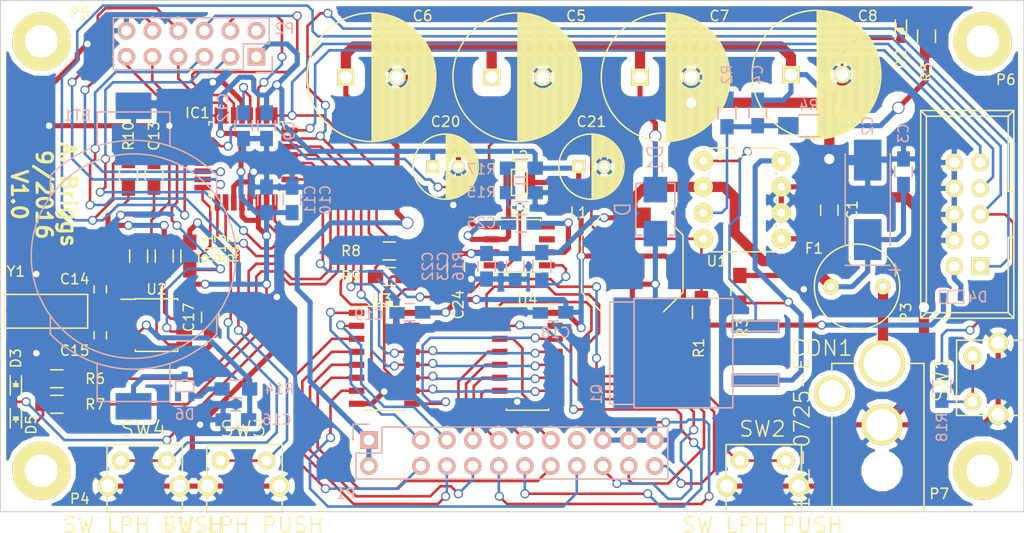
<source format=kicad_pcb>
(kicad_pcb (version 4) (host pcbnew 4.0.2-stable)
  (layers (0 F.Cu signal hide) (31 B.Cu signal) (34 B.Paste user) (35 F.Paste user) (36 B.SilkS user) (37 F.SilkS user) (38 B.Mask user) (39 F.Mask user) (44 Edge.Cuts user))
  (net 0 "")
  (net 1 "Net-(BT1-Pad1)")
  (net 2 GND)
  (net 3 "Net-(C1-Pad1)")
  (net 4 +12V)
  (net 5 "Net-(C4-Pad1)")
  (net 6 +3V3)
  (net 7 "Net-(C12-Pad1)")
  (net 8 "Net-(C13-Pad1)")
  (net 9 "Net-(C14-Pad2)")
  (net 10 "Net-(C15-Pad2)")
  (net 11 "Net-(C16-Pad2)")
  (net 12 "Net-(C25-Pad1)")
  (net 13 "Net-(C25-Pad2)")
  (net 14 "Net-(CON1-Pad2)")
  (net 15 "Net-(D1-Pad2)")
  (net 16 "Net-(D4-Pad1)")
  (net 17 "Net-(D6-Pad1)")
  (net 18 "Net-(IC1-Pad1)")
  (net 19 "Net-(IC1-Pad2)")
  (net 20 /MCU/CYA0)
  (net 21 /MCU/CYA1)
  (net 22 "Net-(IC1-Pad9)")
  (net 23 "Net-(IC1-Pad10)")
  (net 24 "Net-(IC1-Pad11)")
  (net 25 "/MCU/MCU Shift Registers/SCLR")
  (net 26 "/MCU/MCU Shift Registers/OE")
  (net 27 "/MCU/MCU Shift Registers/RCLK")
  (net 28 "Net-(IC1-Pad15)")
  (net 29 "Net-(IC1-Pad16)")
  (net 30 "Net-(IC1-Pad17)")
  (net 31 /MCU/CYA7)
  (net 32 /MCU/CYA8)
  (net 33 /MCU/CYA2)
  (net 34 /MCU/CYA3)
  (net 35 /MCU/CYA4)
  (net 36 "/Nixie Power Supply/180V_SHDN")
  (net 37 "/MCU/MCU RTC/RTC_SDA")
  (net 38 "/MCU/MCU RTC/RTC_SCL")
  (net 39 /MCU/CYA5)
  (net 40 /MCU/CYA6)
  (net 41 "/MCU/MCU RTC/RTC_MFP")
  (net 42 "Net-(P2-Pad2)")
  (net 43 "Net-(P3-Pad3)")
  (net 44 "Net-(Q1-Pad1)")
  (net 45 "Net-(Q1-Pad3)")
  (net 46 "Net-(D2-Pad1)")
  (net 47 "Net-(D3-Pad2)")
  (net 48 "Net-(D5-Pad2)")
  (net 49 "/MCU/MCU Shift Registers/SER")
  (net 50 "/MCU/MCU Shift Registers/SRCLK")
  (net 51 "Net-(R15-Pad2)")
  (net 52 "Net-(R16-Pad1)")
  (net 53 /MCU/SEL_NIX0)
  (net 54 /MCU/SEL_FOUR)
  (net 55 /MCU/SEL_FIVE)
  (net 56 /MCU/SEL_SIX)
  (net 57 /MCU/SEL_SEVEN)
  (net 58 "Net-(U3-Pad9)")
  (net 59 /MCU/SEL_NINE)
  (net 60 /MCU/SEL_DOT_TOP)
  (net 61 /MCU/SEL_DOT_BOT)
  (net 62 "Net-(U4-Pad9)")
  (net 63 /MCU/SEL_EIGHT)
  (net 64 "Net-(P1-Pad17)")
  (net 65 "Net-(P4-Pad1)")
  (net 66 "Net-(P5-Pad1)")
  (net 67 "Net-(P6-Pad1)")
  (net 68 "Net-(P7-Pad1)")
  (net 69 /MCU/SEL_NIX1)
  (net 70 /MCU/SEL_NIX2)
  (net 71 /MCU/SEL_NIX3)
  (net 72 /MCU/SEL_ONE)
  (net 73 /MCU/SEL_TWO)
  (net 74 /MCU/SEL_THREE)
  (net 75 /MCU/SEL_ZERO)
  (net 76 "Net-(D6-Pad2)")
  (net 77 +170V)
  (net 78 "Net-(R18-Pad1)")
  (net 79 "Net-(CON1-Pad1)")
  (module Nixie:to263 (layer B.Cu) (at 174.5 104.5 270)
    (fp_text reference Q1 (at 4 1.75 450) (layer B.SilkS) (effects (justify mirror)))
    (fp_text value IPB50R199CP hide)
    (pad 1 smd rect (at -2.635 -13.8 270) (size 1.3 4.7) (layers B.Cu B.Paste B.Mask) (net 44 "Net-(Q1-Pad1)"))
    (pad 3 smd rect (at 2.635 -13.8 270) (size 1.3 4.7) (layers B.Cu B.Paste B.Mask) (net 45 "Net-(Q1-Pad3)"))
    (pad 2 smd rect (at 0 -4.65 270) (size 10.9 9.5) (layers B.Cu B.Paste B.Mask) (net 15 "Net-(D1-Pad2)"))
  )
  (module Connect:IDC_Header_Straight_10pins (layer F.Cu) (at 210.25 96 90)
    (fp_text reference P3 (at -4.5 -7.25 90) (layer F.SilkS))
    (fp_text value CONN_02X05)
    (pad 1 thru_hole rect (at 0 0 90) (size 1.7272 1.7272) (drill 1.016) (layers *.Cu *.Mask F.SilkS) (net 28 "Net-(IC1-Pad15)"))
    (pad 2 thru_hole oval (at 0 -2.54 90) (size 1.7272 1.7272) (drill 1.016) (layers *.Cu *.Mask F.SilkS) (net 16 "Net-(D4-Pad1)"))
    (pad 3 thru_hole oval (at 2.54 0 90) (size 1.7272 1.7272) (drill 1.016) (layers *.Cu *.Mask F.SilkS) (net 43 "Net-(P3-Pad3)"))
    (pad 4 thru_hole oval (at 2.54 -2.54 90) (size 1.7272 1.7272) (drill 1.016) (layers *.Cu *.Mask F.SilkS) (net 2 GND))
    (pad 5 thru_hole oval (at 5.08 0 90) (size 1.7272 1.7272) (drill 1.016) (layers *.Cu *.Mask F.SilkS) (net 8 "Net-(C13-Pad1)"))
    (pad 6 thru_hole oval (at 5.08 -2.54 90) (size 1.7272 1.7272) (drill 1.016) (layers *.Cu *.Mask F.SilkS) (net 2 GND))
    (pad 7 thru_hole oval (at 7.62 0 90) (size 1.7272 1.7272) (drill 1.016) (layers *.Cu *.Mask F.SilkS) (net 30 "Net-(IC1-Pad17)"))
    (pad 8 thru_hole oval (at 7.62 -2.54 90) (size 1.7272 1.7272) (drill 1.016) (layers *.Cu *.Mask F.SilkS) (net 2 GND))
    (pad 9 thru_hole oval (at 10.16 0 90) (size 1.7272 1.7272) (drill 1.016) (layers *.Cu *.Mask F.SilkS) (net 29 "Net-(IC1-Pad16)"))
    (pad 10 thru_hole oval (at 10.16 -2.54 90) (size 1.7272 1.7272) (drill 1.016) (layers *.Cu *.Mask F.SilkS) (net 2 GND))
  )
  (module Nixie:ABS25 (layer F.Cu) (at 121.75 98.75 180)
    (fp_text reference Y1 (at 5.75 2.25 180) (layer F.SilkS))
    (fp_text value 32.768kHz)
    (pad 1 smd rect (at 0 -3.2 180) (size 1.3 1.9) (layers F.Cu F.Paste F.Mask) (net 10 "Net-(C15-Pad2)"))
    (pad "" smd rect (at 5.5 -3.2 180) (size 1.3 1.9) (layers F.Cu F.Paste F.Mask))
    (pad "" smd rect (at 5.5 0 180) (size 1.3 1.9) (layers F.Cu F.Paste F.Mask))
    (pad 2 smd rect (at 0 0 180) (size 1.3 1.9) (layers F.Cu F.Paste F.Mask) (net 9 "Net-(C14-Pad2)"))
  )
  (module Capacitors_SMD:C_0603_HandSoldering (layer F.Cu) (at 124.25 102.75 90)
    (fp_text reference C15 (at -1.5 -2.5 180) (layer F.SilkS))
    (fp_text value 11pF)
    (pad 1 smd rect (at -0.95 0 90) (size 1.2 0.75) (layers F.Cu F.Paste F.Mask) (net 2 GND))
    (pad 2 smd rect (at 0.95 0 90) (size 1.2 0.75) (layers F.Cu F.Paste F.Mask) (net 10 "Net-(C15-Pad2)"))
  )
  (module Capacitors_SMD:C_0603_HandSoldering (layer F.Cu) (at 124.25 98.25 270)
    (fp_text reference C14 (at -1 2.5 360) (layer F.SilkS))
    (fp_text value 11pF)
    (pad 1 smd rect (at -0.95 0 270) (size 1.2 0.75) (layers F.Cu F.Paste F.Mask) (net 2 GND))
    (pad 2 smd rect (at 0.95 0 270) (size 1.2 0.75) (layers F.Cu F.Paste F.Mask) (net 9 "Net-(C14-Pad2)"))
  )
  (module Resistors_SMD:R_0805_HandSoldering (layer F.Cu) (at 205 73.5 90)
    (fp_text reference R5 (at -3.5 0 90) (layer F.SilkS))
    (fp_text value 18k)
    (pad 1 smd rect (at -1.35 0 90) (size 1.5 1.3) (layers F.Cu F.Paste F.Mask) (net 77 +170V))
    (pad 2 smd rect (at 1.35 0 90) (size 1.5 1.3) (layers F.Cu F.Paste F.Mask) (net 46 "Net-(D2-Pad1)"))
  )
  (module LEDs:LED_0603 (layer F.Cu) (at 116 111 270)
    (fp_text reference D5 (at 0.5 -1.5 270) (layer F.SilkS))
    (fp_text value LTST-C190GKT)
    (pad 2 smd rect (at 0.7493 0 90) (size 0.79756 0.79756) (layers F.Cu F.Paste F.Mask) (net 48 "Net-(D5-Pad2)"))
    (pad 1 smd rect (at -0.7493 0 90) (size 0.79756 0.79756) (layers F.Cu F.Paste F.Mask) (net 6 +3V3))
  )
  (module LEDs:LED_0603 (layer F.Cu) (at 116 107.5 90)
    (fp_text reference D3 (at 2.5 0 90) (layer F.SilkS))
    (fp_text value LTST-C190GKT)
    (pad 2 smd rect (at 0.7493 0 270) (size 0.79756 0.79756) (layers F.Cu F.Paste F.Mask) (net 47 "Net-(D3-Pad2)"))
    (pad 1 smd rect (at -0.7493 0 270) (size 0.79756 0.79756) (layers F.Cu F.Paste F.Mask) (net 6 +3V3))
  )
  (module LEDs:LED_0603 (layer F.Cu) (at 202.5 73 270)
    (fp_text reference D2 (at 2.75 0 270) (layer F.SilkS))
    (fp_text value LTST-C190GKT)
    (pad 2 smd rect (at 0.7493 0 90) (size 0.79756 0.79756) (layers F.Cu F.Paste F.Mask) (net 2 GND))
    (pad 1 smd rect (at -0.7493 0 90) (size 0.79756 0.79756) (layers F.Cu F.Paste F.Mask) (net 46 "Net-(D2-Pad1)"))
  )
  (module Nixie:FSMRA5JH (layer F.Cu) (at 130.75 117.5 180)
    (fp_text reference SW4 (at 2.286 5.588 180) (layer F.SilkS) (effects (font (size 1.5 1.5))))
    (fp_text value SW_LPH_PUSH (at 2.286 -3.81 180) (layer F.SilkS) (effects (font (size 1.5 1.5))))
    (pad 4 thru_hole circle (at 4.5 2.49 180) (size 1.75 1.75) (drill 0.99) (layers *.Cu *.Mask F.SilkS) (net 18 "Net-(IC1-Pad1)"))
    (pad 3 thru_hole circle (at 0 2.49 180) (size 1.75 1.75) (drill 0.99) (layers *.Cu *.Mask F.SilkS) (net 18 "Net-(IC1-Pad1)"))
    (pad 2 thru_hole circle (at 5.755 0 180) (size 2 2) (drill 1.3) (layers *.Cu *.Mask F.SilkS) (net 2 GND))
    (pad 1 thru_hole circle (at -1.255 0 180) (size 2 2) (drill 1.3) (layers *.Cu *.Mask F.SilkS) (net 2 GND))
  )
  (module Nixie:FSMRA5JH (layer F.Cu) (at 140.5 117.5 180)
    (fp_text reference SW3 (at 2.286 5.588 180) (layer F.SilkS) (effects (font (size 1.5 1.5))))
    (fp_text value SW_LPH_PUSH (at 2.286 -3.81 180) (layer F.SilkS) (effects (font (size 1.5 1.5))))
    (pad 4 thru_hole circle (at 4.5 2.49 180) (size 1.75 1.75) (drill 0.99) (layers *.Cu *.Mask F.SilkS) (net 19 "Net-(IC1-Pad2)"))
    (pad 3 thru_hole circle (at 0 2.49 180) (size 1.75 1.75) (drill 0.99) (layers *.Cu *.Mask F.SilkS) (net 19 "Net-(IC1-Pad2)"))
    (pad 2 thru_hole circle (at 5.755 0 180) (size 2 2) (drill 1.3) (layers *.Cu *.Mask F.SilkS) (net 2 GND))
    (pad 1 thru_hole circle (at -1.255 0 180) (size 2 2) (drill 1.3) (layers *.Cu *.Mask F.SilkS) (net 2 GND))
  )
  (module Nixie:FSMRA5JH (layer F.Cu) (at 191.25 117.5 180)
    (fp_text reference SW2 (at 2.286 5.588 180) (layer F.SilkS) (effects (font (size 1.5 1.5))))
    (fp_text value SW_LPH_PUSH (at 2.286 -3.81 180) (layer F.SilkS) (effects (font (size 1.5 1.5))))
    (pad 4 thru_hole circle (at 4.5 2.49 180) (size 1.75 1.75) (drill 0.99) (layers *.Cu *.Mask F.SilkS) (net 22 "Net-(IC1-Pad9)"))
    (pad 3 thru_hole circle (at 0 2.49 180) (size 1.75 1.75) (drill 0.99) (layers *.Cu *.Mask F.SilkS) (net 22 "Net-(IC1-Pad9)"))
    (pad 2 thru_hole circle (at 5.755 0 180) (size 2 2) (drill 1.3) (layers *.Cu *.Mask F.SilkS) (net 2 GND))
    (pad 1 thru_hole circle (at -1.255 0 180) (size 2 2) (drill 1.3) (layers *.Cu *.Mask F.SilkS) (net 2 GND))
  )
  (module Nixie:FSMRA5JH (layer F.Cu) (at 212 104.75 270)
    (fp_text reference SW1 (at 2.286 5.588 270) (layer F.SilkS) (effects (font (size 1.5 1.5))))
    (fp_text value SW_LPH_PUSH (at 2.286 -3.81 270) (layer F.SilkS) (effects (font (size 1.5 1.5))))
    (pad 4 thru_hole circle (at 4.5 2.49 270) (size 1.75 1.75) (drill 0.99) (layers *.Cu *.Mask F.SilkS) (net 78 "Net-(R18-Pad1)"))
    (pad 3 thru_hole circle (at 0 2.49 270) (size 1.75 1.75) (drill 0.99) (layers *.Cu *.Mask F.SilkS) (net 78 "Net-(R18-Pad1)"))
    (pad 2 thru_hole circle (at 5.755 0 270) (size 2 2) (drill 1.3) (layers *.Cu *.Mask F.SilkS) (net 2 GND))
    (pad 1 thru_hole circle (at -1.255 0 270) (size 2 2) (drill 1.3) (layers *.Cu *.Mask F.SilkS) (net 2 GND))
  )
  (module Mounting_Holes:MountingHole_3.2mm_M3_ISO7380_Pad (layer F.Cu) (at 210.5 116)
    (fp_text reference P7 (at -4.25 2.25) (layer F.SilkS))
    (fp_text value CONN_01X01)
    (pad 1 thru_hole circle (at 0 0) (size 5.7 5.7) (drill 3.2) (layers *.Cu *.Mask F.SilkS) (net 68 "Net-(P7-Pad1)"))
  )
  (module Mounting_Holes:MountingHole_3.2mm_M3_ISO7380_Pad (layer F.Cu) (at 210.5 74)
    (fp_text reference P6 (at 2.25 3.75) (layer F.SilkS))
    (fp_text value CONN_01X01)
    (pad 1 thru_hole circle (at 0 0) (size 5.7 5.7) (drill 3.2) (layers *.Cu *.Mask F.SilkS) (net 67 "Net-(P6-Pad1)"))
  )
  (module Mounting_Holes:MountingHole_3.2mm_M3_ISO7380_Pad (layer F.Cu) (at 118.5 74)
    (fp_text reference P5 (at 3.75 -2.75) (layer F.SilkS))
    (fp_text value CONN_01X01)
    (pad 1 thru_hole circle (at 0 0) (size 5.7 5.7) (drill 3.2) (layers *.Cu *.Mask F.SilkS) (net 66 "Net-(P5-Pad1)"))
  )
  (module Mounting_Holes:MountingHole_3.2mm_M3_ISO7380_Pad (layer F.Cu) (at 118.5 116)
    (fp_text reference P4 (at 3.75 2.75) (layer F.SilkS))
    (fp_text value CONN_01X01)
    (pad 1 thru_hole circle (at 0 0) (size 5.7 5.7) (drill 3.2) (layers *.Cu *.Mask F.SilkS) (net 65 "Net-(P4-Pad1)"))
  )
  (module Housings_SOIC:SOIC-8_3.9x4.9mm_Pitch1.27mm (layer F.Cu) (at 165.2 94)
    (fp_text reference U5 (at 0 -3.5) (layer F.SilkS))
    (fp_text value TPS563208)
    (pad 1 smd rect (at -2.7 -1.905) (size 1.55 0.6) (layers F.Cu F.Paste F.Mask) (net 2 GND))
    (pad 2 smd rect (at -2.7 -0.635) (size 1.55 0.6) (layers F.Cu F.Paste F.Mask) (net 13 "Net-(C25-Pad2)"))
    (pad 3 smd rect (at -2.7 0.635) (size 1.55 0.6) (layers F.Cu F.Paste F.Mask) (net 4 +12V))
    (pad 4 smd rect (at -2.7 1.905) (size 1.55 0.6) (layers F.Cu F.Paste F.Mask) (net 51 "Net-(R15-Pad2)"))
    (pad 5 smd rect (at 2.7 1.905) (size 1.55 0.6) (layers F.Cu F.Paste F.Mask) (net 52 "Net-(R16-Pad1)"))
    (pad 6 smd rect (at 2.7 0.635) (size 1.55 0.6) (layers F.Cu F.Paste F.Mask) (net 12 "Net-(C25-Pad1)"))
    (pad 7 smd rect (at 2.7 -0.635) (size 1.55 0.6) (layers F.Cu F.Paste F.Mask))
    (pad 8 smd rect (at 2.7 -1.905) (size 1.55 0.6) (layers F.Cu F.Paste F.Mask))
  )
  (module Housings_SOIC:SOIC-16_3.9x9.9mm_Pitch1.27mm (layer F.Cu) (at 166 105)
    (fp_text reference U4 (at 0 -5.75) (layer F.SilkS))
    (fp_text value 74HC595)
    (pad 1 smd rect (at -2.7 -4.445) (size 1.5 0.6) (layers F.Cu F.Paste F.Mask) (net 59 /MCU/SEL_NINE))
    (pad 2 smd rect (at -2.7 -3.175) (size 1.5 0.6) (layers F.Cu F.Paste F.Mask) (net 60 /MCU/SEL_DOT_TOP))
    (pad 3 smd rect (at -2.7 -1.905) (size 1.5 0.6) (layers F.Cu F.Paste F.Mask) (net 61 /MCU/SEL_DOT_BOT))
    (pad 4 smd rect (at -2.7 -0.635) (size 1.5 0.6) (layers F.Cu F.Paste F.Mask) (net 53 /MCU/SEL_NIX0))
    (pad 5 smd rect (at -2.7 0.635) (size 1.5 0.6) (layers F.Cu F.Paste F.Mask) (net 69 /MCU/SEL_NIX1))
    (pad 6 smd rect (at -2.7 1.905) (size 1.5 0.6) (layers F.Cu F.Paste F.Mask) (net 70 /MCU/SEL_NIX2))
    (pad 7 smd rect (at -2.7 3.175) (size 1.5 0.6) (layers F.Cu F.Paste F.Mask) (net 71 /MCU/SEL_NIX3))
    (pad 8 smd rect (at -2.7 4.445) (size 1.5 0.6) (layers F.Cu F.Paste F.Mask) (net 2 GND))
    (pad 9 smd rect (at 2.7 4.445) (size 1.5 0.6) (layers F.Cu F.Paste F.Mask) (net 62 "Net-(U4-Pad9)"))
    (pad 10 smd rect (at 2.7 3.175) (size 1.5 0.6) (layers F.Cu F.Paste F.Mask) (net 25 "/MCU/MCU Shift Registers/SCLR"))
    (pad 11 smd rect (at 2.7 1.905) (size 1.5 0.6) (layers F.Cu F.Paste F.Mask) (net 50 "/MCU/MCU Shift Registers/SRCLK"))
    (pad 12 smd rect (at 2.7 0.635) (size 1.5 0.6) (layers F.Cu F.Paste F.Mask) (net 27 "/MCU/MCU Shift Registers/RCLK"))
    (pad 13 smd rect (at 2.7 -0.635) (size 1.5 0.6) (layers F.Cu F.Paste F.Mask) (net 26 "/MCU/MCU Shift Registers/OE"))
    (pad 14 smd rect (at 2.7 -1.905) (size 1.5 0.6) (layers F.Cu F.Paste F.Mask) (net 58 "Net-(U3-Pad9)"))
    (pad 15 smd rect (at 2.7 -3.175) (size 1.5 0.6) (layers F.Cu F.Paste F.Mask) (net 63 /MCU/SEL_EIGHT))
    (pad 16 smd rect (at 2.7 -4.445) (size 1.5 0.6) (layers F.Cu F.Paste F.Mask) (net 6 +3V3))
  )
  (module Housings_SOIC:SOIC-16_3.9x9.9mm_Pitch1.27mm (layer F.Cu) (at 152 105)
    (fp_text reference U3 (at -0.25 -5.75) (layer F.SilkS))
    (fp_text value 74HC595)
    (pad 1 smd rect (at -2.7 -4.445) (size 1.5 0.6) (layers F.Cu F.Paste F.Mask) (net 72 /MCU/SEL_ONE))
    (pad 2 smd rect (at -2.7 -3.175) (size 1.5 0.6) (layers F.Cu F.Paste F.Mask) (net 73 /MCU/SEL_TWO))
    (pad 3 smd rect (at -2.7 -1.905) (size 1.5 0.6) (layers F.Cu F.Paste F.Mask) (net 74 /MCU/SEL_THREE))
    (pad 4 smd rect (at -2.7 -0.635) (size 1.5 0.6) (layers F.Cu F.Paste F.Mask) (net 54 /MCU/SEL_FOUR))
    (pad 5 smd rect (at -2.7 0.635) (size 1.5 0.6) (layers F.Cu F.Paste F.Mask) (net 55 /MCU/SEL_FIVE))
    (pad 6 smd rect (at -2.7 1.905) (size 1.5 0.6) (layers F.Cu F.Paste F.Mask) (net 56 /MCU/SEL_SIX))
    (pad 7 smd rect (at -2.7 3.175) (size 1.5 0.6) (layers F.Cu F.Paste F.Mask) (net 57 /MCU/SEL_SEVEN))
    (pad 8 smd rect (at -2.7 4.445) (size 1.5 0.6) (layers F.Cu F.Paste F.Mask) (net 2 GND))
    (pad 9 smd rect (at 2.7 4.445) (size 1.5 0.6) (layers F.Cu F.Paste F.Mask) (net 58 "Net-(U3-Pad9)"))
    (pad 10 smd rect (at 2.7 3.175) (size 1.5 0.6) (layers F.Cu F.Paste F.Mask) (net 25 "/MCU/MCU Shift Registers/SCLR"))
    (pad 11 smd rect (at 2.7 1.905) (size 1.5 0.6) (layers F.Cu F.Paste F.Mask) (net 50 "/MCU/MCU Shift Registers/SRCLK"))
    (pad 12 smd rect (at 2.7 0.635) (size 1.5 0.6) (layers F.Cu F.Paste F.Mask) (net 27 "/MCU/MCU Shift Registers/RCLK"))
    (pad 13 smd rect (at 2.7 -0.635) (size 1.5 0.6) (layers F.Cu F.Paste F.Mask) (net 26 "/MCU/MCU Shift Registers/OE"))
    (pad 14 smd rect (at 2.7 -1.905) (size 1.5 0.6) (layers F.Cu F.Paste F.Mask) (net 49 "/MCU/MCU Shift Registers/SER"))
    (pad 15 smd rect (at 2.7 -3.175) (size 1.5 0.6) (layers F.Cu F.Paste F.Mask) (net 75 /MCU/SEL_ZERO))
    (pad 16 smd rect (at 2.7 -4.445) (size 1.5 0.6) (layers F.Cu F.Paste F.Mask) (net 6 +3V3))
  )
  (module Power_Integrations:PDIP-8 (layer F.Cu) (at 187 89.5 270)
    (fp_text reference U1 (at 6 2.5 360) (layer F.SilkS))
    (fp_text value MAX1771)
    (pad 1 thru_hole circle (at -3.81 3.81 270) (size 1.905 1.905) (drill 0.762) (layers *.Cu *.Mask F.SilkS) (net 44 "Net-(Q1-Pad1)"))
    (pad 2 thru_hole circle (at -1.27 3.81 270) (size 1.905 1.905) (drill 0.762) (layers *.Cu *.Mask F.SilkS) (net 4 +12V))
    (pad 3 thru_hole circle (at 1.27 3.81 270) (size 1.905 1.905) (drill 0.762) (layers *.Cu *.Mask F.SilkS) (net 5 "Net-(C4-Pad1)"))
    (pad 4 thru_hole circle (at 3.81 3.81 270) (size 1.905 1.905) (drill 0.762) (layers *.Cu *.Mask F.SilkS) (net 36 "/Nixie Power Supply/180V_SHDN"))
    (pad 5 thru_hole circle (at 3.81 -3.81 270) (size 1.905 1.905) (drill 0.762) (layers *.Cu *.Mask F.SilkS) (net 3 "Net-(C1-Pad1)"))
    (pad 6 thru_hole circle (at 1.27 -3.81 270) (size 1.905 1.905) (drill 0.762) (layers *.Cu *.Mask F.SilkS) (net 2 GND))
    (pad 7 thru_hole circle (at -1.27 -3.81 270) (size 1.905 1.905) (drill 0.762) (layers *.Cu *.Mask F.SilkS) (net 2 GND))
    (pad 8 thru_hole circle (at -3.81 -3.81 270) (size 1.905 1.905) (drill 0.762) (layers *.Cu *.Mask F.SilkS) (net 45 "Net-(Q1-Pad3)"))
  )
  (module Resistors_SMD:R_0805_HandSoldering (layer B.Cu) (at 165.4 86.4 180)
    (fp_text reference R17 (at 3.9 -0.1 180) (layer B.SilkS) (effects (justify mirror)))
    (fp_text value 33.2k)
    (pad 1 smd rect (at -1.35 0 180) (size 1.5 1.3) (layers B.Cu B.Paste B.Mask) (net 6 +3V3))
    (pad 2 smd rect (at 1.35 0 180) (size 1.5 1.3) (layers B.Cu B.Paste B.Mask) (net 51 "Net-(R15-Pad2)"))
  )
  (module Resistors_SMD:R_0805_HandSoldering (layer B.Cu) (at 167.4 96 90)
    (fp_text reference R16 (at 0 -8.15 90) (layer B.SilkS) (effects (justify mirror)))
    (fp_text value 10k)
    (pad 1 smd rect (at -1.35 0 90) (size 1.5 1.3) (layers B.Cu B.Paste B.Mask) (net 52 "Net-(R16-Pad1)"))
    (pad 2 smd rect (at 1.35 0 90) (size 1.5 1.3) (layers B.Cu B.Paste B.Mask) (net 4 +12V))
  )
  (module Resistors_SMD:R_0805_HandSoldering (layer B.Cu) (at 165.4 88.8 180)
    (fp_text reference R15 (at 3.9 0.05 180) (layer B.SilkS) (effects (justify mirror)))
    (fp_text value 10k)
    (pad 1 smd rect (at -1.35 0 180) (size 1.5 1.3) (layers B.Cu B.Paste B.Mask) (net 2 GND))
    (pad 2 smd rect (at 1.35 0 180) (size 1.5 1.3) (layers B.Cu B.Paste B.Mask) (net 51 "Net-(R15-Pad2)"))
  )
  (module Resistors_SMD:R_0805_HandSoldering (layer B.Cu) (at 137.5 108 180)
    (fp_text reference R14 (at -4.25 0 180) (layer B.SilkS) (effects (justify mirror)))
    (fp_text value 1k)
    (pad 1 smd rect (at -1.35 0 180) (size 1.5 1.3) (layers B.Cu B.Paste B.Mask) (net 11 "Net-(C16-Pad2)"))
    (pad 2 smd rect (at 1.35 0 180) (size 1.5 1.3) (layers B.Cu B.Paste B.Mask) (net 17 "Net-(D6-Pad1)"))
  )
  (module Resistors_SMD:R_0805_HandSoldering (layer F.Cu) (at 130.5 95 270)
    (fp_text reference R13 (at -0.75 -5.5 270) (layer F.SilkS))
    (fp_text value 10k)
    (pad 1 smd rect (at -1.35 0 270) (size 1.5 1.3) (layers F.Cu F.Paste F.Mask) (net 6 +3V3))
    (pad 2 smd rect (at 1.35 0 270) (size 1.5 1.3) (layers F.Cu F.Paste F.Mask) (net 41 "/MCU/MCU RTC/RTC_MFP"))
  )
  (module Resistors_SMD:R_0805_HandSoldering (layer F.Cu) (at 133 95 270)
    (fp_text reference R12 (at -0.75 -4.25 270) (layer F.SilkS))
    (fp_text value 2k)
    (pad 1 smd rect (at -1.35 0 270) (size 1.5 1.3) (layers F.Cu F.Paste F.Mask) (net 6 +3V3))
    (pad 2 smd rect (at 1.35 0 270) (size 1.5 1.3) (layers F.Cu F.Paste F.Mask) (net 38 "/MCU/MCU RTC/RTC_SCL"))
  )
  (module Resistors_SMD:R_0805_HandSoldering (layer F.Cu) (at 128 95 270)
    (fp_text reference R11 (at -0.75 -6.75 270) (layer F.SilkS))
    (fp_text value 2k)
    (pad 1 smd rect (at -1.35 0 270) (size 1.5 1.3) (layers F.Cu F.Paste F.Mask) (net 6 +3V3))
    (pad 2 smd rect (at 1.35 0 270) (size 1.5 1.3) (layers F.Cu F.Paste F.Mask) (net 37 "/MCU/MCU RTC/RTC_SDA"))
  )
  (module Resistors_SMD:R_0805_HandSoldering (layer F.Cu) (at 127 87 270)
    (fp_text reference R10 (at -3.75 0 270) (layer F.SilkS))
    (fp_text value 10k)
    (pad 1 smd rect (at -1.35 0 270) (size 1.5 1.3) (layers F.Cu F.Paste F.Mask) (net 8 "Net-(C13-Pad1)"))
    (pad 2 smd rect (at 1.35 0 270) (size 1.5 1.3) (layers F.Cu F.Paste F.Mask) (net 6 +3V3))
  )
  (module Resistors_SMD:R_0805_HandSoldering (layer F.Cu) (at 152.5 97)
    (fp_text reference R9 (at -3.75 0) (layer F.SilkS))
    (fp_text value 330)
    (pad 1 smd rect (at -1.35 0) (size 1.5 1.3) (layers F.Cu F.Paste F.Mask) (net 30 "Net-(IC1-Pad17)"))
    (pad 2 smd rect (at 1.35 0) (size 1.5 1.3) (layers F.Cu F.Paste F.Mask) (net 50 "/MCU/MCU Shift Registers/SRCLK"))
  )
  (module Resistors_SMD:R_0805_HandSoldering (layer F.Cu) (at 152.5 94.5)
    (fp_text reference R8 (at -3.75 0) (layer F.SilkS))
    (fp_text value 330)
    (pad 1 smd rect (at -1.35 0) (size 1.5 1.3) (layers F.Cu F.Paste F.Mask) (net 28 "Net-(IC1-Pad15)"))
    (pad 2 smd rect (at 1.35 0) (size 1.5 1.3) (layers F.Cu F.Paste F.Mask) (net 49 "/MCU/MCU Shift Registers/SER"))
  )
  (module Resistors_SMD:R_0805_HandSoldering (layer F.Cu) (at 120 109.5 180)
    (fp_text reference R7 (at -3.75 0 180) (layer F.SilkS))
    (fp_text value 100)
    (pad 1 smd rect (at -1.35 0 180) (size 1.5 1.3) (layers F.Cu F.Paste F.Mask) (net 24 "Net-(IC1-Pad11)"))
    (pad 2 smd rect (at 1.35 0 180) (size 1.5 1.3) (layers F.Cu F.Paste F.Mask) (net 48 "Net-(D5-Pad2)"))
  )
  (module Resistors_SMD:R_0805_HandSoldering (layer F.Cu) (at 120 107 180)
    (fp_text reference R6 (at -3.75 0 180) (layer F.SilkS))
    (fp_text value 100)
    (pad 1 smd rect (at -1.35 0 180) (size 1.5 1.3) (layers F.Cu F.Paste F.Mask) (net 23 "Net-(IC1-Pad10)"))
    (pad 2 smd rect (at 1.35 0 180) (size 1.5 1.3) (layers F.Cu F.Paste F.Mask) (net 47 "Net-(D3-Pad2)"))
  )
  (module Resistors_SMD:R_1206_HandSoldering (layer B.Cu) (at 193.5 82.25)
    (fp_text reference R4 (at 0 -2) (layer B.SilkS) (effects (justify mirror)))
    (fp_text value 1.123MEG)
    (pad 1 smd rect (at -2 0) (size 2 1.7) (layers B.Cu B.Paste B.Mask) (net 5 "Net-(C4-Pad1)"))
    (pad 2 smd rect (at 2 0) (size 2 1.7) (layers B.Cu B.Paste B.Mask) (net 77 +170V))
  )
  (module Resistors_SMD:R_0805_HandSoldering (layer F.Cu) (at 186.75 98.25 90)
    (fp_text reference R3 (at -3.75 0.25 90) (layer F.SilkS))
    (fp_text value 0.1)
    (pad 1 smd rect (at -1.35 0 90) (size 1.5 1.3) (layers F.Cu F.Paste F.Mask) (net 45 "Net-(Q1-Pad3)"))
    (pad 2 smd rect (at 1.35 0 90) (size 1.5 1.3) (layers F.Cu F.Paste F.Mask) (net 2 GND))
  )
  (module Resistors_SMD:R_0805_HandSoldering (layer B.Cu) (at 185.5 81 90)
    (fp_text reference R2 (at 3.75 0 90) (layer B.SilkS) (effects (justify mirror)))
    (fp_text value 10k)
    (pad 1 smd rect (at -1.35 0 90) (size 1.5 1.3) (layers B.Cu B.Paste B.Mask) (net 5 "Net-(C4-Pad1)"))
    (pad 2 smd rect (at 1.35 0 90) (size 1.5 1.3) (layers B.Cu B.Paste B.Mask) (net 2 GND))
  )
  (module Resistors_SMD:R_0805_HandSoldering (layer F.Cu) (at 183 100.5 90)
    (fp_text reference R1 (at -3.5 -0.25 90) (layer F.SilkS))
    (fp_text value 10k)
    (pad 1 smd rect (at -1.35 0 90) (size 1.5 1.3) (layers F.Cu F.Paste F.Mask) (net 6 +3V3))
    (pad 2 smd rect (at 1.35 0 90) (size 1.5 1.3) (layers F.Cu F.Paste F.Mask) (net 36 "/Nixie Power Supply/180V_SHDN"))
  )
  (module Pin_Headers:Pin_Header_Straight_2x06 (layer B.Cu) (at 139.5 75.5 90)
    (fp_text reference P2 (at 2.75 2.75 180) (layer B.SilkS) (effects (justify mirror)))
    (fp_text value CONN_02X06)
    (pad 1 thru_hole rect (at 0 0 90) (size 1.7272 1.7272) (drill 1.016) (layers *.Cu *.Mask B.SilkS) (net 6 +3V3))
    (pad 2 thru_hole oval (at 2.54 0 90) (size 1.7272 1.7272) (drill 1.016) (layers *.Cu *.Mask B.SilkS) (net 42 "Net-(P2-Pad2)"))
    (pad 3 thru_hole oval (at 0 -2.54 90) (size 1.7272 1.7272) (drill 1.016) (layers *.Cu *.Mask B.SilkS) (net 20 /MCU/CYA0))
    (pad 4 thru_hole oval (at 2.54 -2.54 90) (size 1.7272 1.7272) (drill 1.016) (layers *.Cu *.Mask B.SilkS) (net 31 /MCU/CYA7))
    (pad 5 thru_hole oval (at 0 -5.08 90) (size 1.7272 1.7272) (drill 1.016) (layers *.Cu *.Mask B.SilkS) (net 21 /MCU/CYA1))
    (pad 6 thru_hole oval (at 2.54 -5.08 90) (size 1.7272 1.7272) (drill 1.016) (layers *.Cu *.Mask B.SilkS) (net 32 /MCU/CYA8))
    (pad 7 thru_hole oval (at 0 -7.62 90) (size 1.7272 1.7272) (drill 1.016) (layers *.Cu *.Mask B.SilkS) (net 33 /MCU/CYA2))
    (pad 8 thru_hole oval (at 2.54 -7.62 90) (size 1.7272 1.7272) (drill 1.016) (layers *.Cu *.Mask B.SilkS) (net 40 /MCU/CYA6))
    (pad 9 thru_hole oval (at 0 -10.16 90) (size 1.7272 1.7272) (drill 1.016) (layers *.Cu *.Mask B.SilkS) (net 34 /MCU/CYA3))
    (pad 10 thru_hole oval (at 2.54 -10.16 90) (size 1.7272 1.7272) (drill 1.016) (layers *.Cu *.Mask B.SilkS) (net 39 /MCU/CYA5))
    (pad 11 thru_hole oval (at 0 -12.7 90) (size 1.7272 1.7272) (drill 1.016) (layers *.Cu *.Mask B.SilkS) (net 35 /MCU/CYA4))
    (pad 12 thru_hole oval (at 2.54 -12.7 90) (size 1.7272 1.7272) (drill 1.016) (layers *.Cu *.Mask B.SilkS) (net 2 GND))
  )
  (module Nixie:ind_2518 (layer F.Cu) (at 165.2 87.8 180)
    (fp_text reference L2 (at 0 2.54 180) (layer F.SilkS))
    (fp_text value LBR2518T2R2M)
    (pad 1 smd rect (at -1.05 0 180) (size 1 2) (layers F.Cu F.Paste F.Mask) (net 6 +3V3))
    (pad 2 smd rect (at 1.05 0 180) (size 1 2) (layers F.Cu F.Paste F.Mask) (net 13 "Net-(C25-Pad2)"))
  )
  (module Housings_QFP:TQFP-32_7x7mm_Pitch0.8mm (layer F.Cu) (at 138.5 85.5 90)
    (fp_text reference IC1 (at 4.5 -4.75 180) (layer F.SilkS))
    (fp_text value ATMEGA168A-A)
    (pad 1 smd rect (at -4.25 -2.8 90) (size 1.6 0.55) (layers F.Cu F.Paste F.Mask) (net 18 "Net-(IC1-Pad1)"))
    (pad 2 smd rect (at -4.25 -2 90) (size 1.6 0.55) (layers F.Cu F.Paste F.Mask) (net 19 "Net-(IC1-Pad2)"))
    (pad 3 smd rect (at -4.25 -1.2 90) (size 1.6 0.55) (layers F.Cu F.Paste F.Mask) (net 2 GND))
    (pad 4 smd rect (at -4.25 -0.4 90) (size 1.6 0.55) (layers F.Cu F.Paste F.Mask) (net 6 +3V3))
    (pad 5 smd rect (at -4.25 0.4 90) (size 1.6 0.55) (layers F.Cu F.Paste F.Mask) (net 2 GND))
    (pad 6 smd rect (at -4.25 1.2 90) (size 1.6 0.55) (layers F.Cu F.Paste F.Mask) (net 6 +3V3))
    (pad 7 smd rect (at -4.25 2 90) (size 1.6 0.55) (layers F.Cu F.Paste F.Mask) (net 20 /MCU/CYA0))
    (pad 8 smd rect (at -4.25 2.8 90) (size 1.6 0.55) (layers F.Cu F.Paste F.Mask) (net 21 /MCU/CYA1))
    (pad 9 smd rect (at -2.8 4.25 180) (size 1.6 0.55) (layers F.Cu F.Paste F.Mask) (net 22 "Net-(IC1-Pad9)"))
    (pad 10 smd rect (at -2 4.25 180) (size 1.6 0.55) (layers F.Cu F.Paste F.Mask) (net 23 "Net-(IC1-Pad10)"))
    (pad 11 smd rect (at -1.2 4.25 180) (size 1.6 0.55) (layers F.Cu F.Paste F.Mask) (net 24 "Net-(IC1-Pad11)"))
    (pad 12 smd rect (at -0.4 4.25 180) (size 1.6 0.55) (layers F.Cu F.Paste F.Mask) (net 25 "/MCU/MCU Shift Registers/SCLR"))
    (pad 13 smd rect (at 0.4 4.25 180) (size 1.6 0.55) (layers F.Cu F.Paste F.Mask) (net 26 "/MCU/MCU Shift Registers/OE"))
    (pad 14 smd rect (at 1.2 4.25 180) (size 1.6 0.55) (layers F.Cu F.Paste F.Mask) (net 27 "/MCU/MCU Shift Registers/RCLK"))
    (pad 15 smd rect (at 2 4.25 180) (size 1.6 0.55) (layers F.Cu F.Paste F.Mask) (net 28 "Net-(IC1-Pad15)"))
    (pad 16 smd rect (at 2.8 4.25 180) (size 1.6 0.55) (layers F.Cu F.Paste F.Mask) (net 29 "Net-(IC1-Pad16)"))
    (pad 17 smd rect (at 4.25 2.8 90) (size 1.6 0.55) (layers F.Cu F.Paste F.Mask) (net 30 "Net-(IC1-Pad17)"))
    (pad 18 smd rect (at 4.25 2 90) (size 1.6 0.55) (layers F.Cu F.Paste F.Mask) (net 6 +3V3))
    (pad 19 smd rect (at 4.25 1.2 90) (size 1.6 0.55) (layers F.Cu F.Paste F.Mask) (net 31 /MCU/CYA7))
    (pad 20 smd rect (at 4.25 0.4 90) (size 1.6 0.55) (layers F.Cu F.Paste F.Mask) (net 7 "Net-(C12-Pad1)"))
    (pad 21 smd rect (at 4.25 -0.4 90) (size 1.6 0.55) (layers F.Cu F.Paste F.Mask) (net 2 GND))
    (pad 22 smd rect (at 4.25 -1.2 90) (size 1.6 0.55) (layers F.Cu F.Paste F.Mask) (net 32 /MCU/CYA8))
    (pad 23 smd rect (at 4.25 -2 90) (size 1.6 0.55) (layers F.Cu F.Paste F.Mask) (net 33 /MCU/CYA2))
    (pad 24 smd rect (at 4.25 -2.8 90) (size 1.6 0.55) (layers F.Cu F.Paste F.Mask) (net 34 /MCU/CYA3))
    (pad 25 smd rect (at 2.8 -4.25 180) (size 1.6 0.55) (layers F.Cu F.Paste F.Mask) (net 35 /MCU/CYA4))
    (pad 26 smd rect (at 2 -4.25 180) (size 1.6 0.55) (layers F.Cu F.Paste F.Mask) (net 36 "/Nixie Power Supply/180V_SHDN"))
    (pad 27 smd rect (at 1.2 -4.25 180) (size 1.6 0.55) (layers F.Cu F.Paste F.Mask) (net 37 "/MCU/MCU RTC/RTC_SDA"))
    (pad 28 smd rect (at 0.4 -4.25 180) (size 1.6 0.55) (layers F.Cu F.Paste F.Mask) (net 38 "/MCU/MCU RTC/RTC_SCL"))
    (pad 29 smd rect (at -0.4 -4.25 180) (size 1.6 0.55) (layers F.Cu F.Paste F.Mask) (net 8 "Net-(C13-Pad1)"))
    (pad 30 smd rect (at -1.2 -4.25 180) (size 1.6 0.55) (layers F.Cu F.Paste F.Mask) (net 39 /MCU/CYA5))
    (pad 31 smd rect (at -2 -4.25 180) (size 1.6 0.55) (layers F.Cu F.Paste F.Mask) (net 40 /MCU/CYA6))
    (pad 32 smd rect (at -2.8 -4.25 180) (size 1.6 0.55) (layers F.Cu F.Paste F.Mask) (net 41 "/MCU/MCU RTC/RTC_MFP"))
  )
  (module Nixie:DO-214AA-2 (layer B.Cu) (at 178.5 87.25 270)
    (fp_text reference D1 (at -1.75 0 270) (layer B.SilkS) (effects (font (size 1.5 1.5)) (justify mirror)))
    (fp_text value D (at 3.175 3.175 270) (layer B.SilkS) (effects (font (size 1.5 1.5)) (justify mirror)))
    (pad 2 smd rect (at 5.55 0 270) (size 2.5 2.3) (layers B.Cu B.Paste B.Mask) (net 15 "Net-(D1-Pad2)"))
    (pad 1 smd rect (at 1.25 0 270) (size 2.5 2.3) (layers B.Cu B.Paste B.Mask) (net 77 +170V))
  )
  (module Capacitors_SMD:C_0805_HandSoldering (layer B.Cu) (at 165.4 91.8 180)
    (fp_text reference C25 (at 3.9 0.05 180) (layer B.SilkS) (effects (justify mirror)))
    (fp_text value 0.1uF)
    (pad 1 smd rect (at -1.25 0 180) (size 1.5 1.25) (layers B.Cu B.Paste B.Mask) (net 12 "Net-(C25-Pad1)"))
    (pad 2 smd rect (at 1.25 0 180) (size 1.5 1.25) (layers B.Cu B.Paste B.Mask) (net 13 "Net-(C25-Pad2)"))
  )
  (module Capacitors_SMD:C_0805_HandSoldering (layer F.Cu) (at 159 96 270)
    (fp_text reference C24 (at 3.75 -0.25 270) (layer F.SilkS))
    (fp_text value 0.1uF)
    (pad 1 smd rect (at -1.25 0 270) (size 1.5 1.25) (layers F.Cu F.Paste F.Mask) (net 4 +12V))
    (pad 2 smd rect (at 1.25 0 270) (size 1.5 1.25) (layers F.Cu F.Paste F.Mask) (net 2 GND))
  )
  (module Capacitors_SMD:C_0805_HandSoldering (layer B.Cu) (at 164.8 96 270)
    (fp_text reference C23 (at 0 7.05 270) (layer B.SilkS) (effects (justify mirror)))
    (fp_text value 10uF)
    (pad 1 smd rect (at -1.25 0 270) (size 1.5 1.25) (layers B.Cu B.Paste B.Mask) (net 4 +12V))
    (pad 2 smd rect (at 1.25 0 270) (size 1.5 1.25) (layers B.Cu B.Paste B.Mask) (net 2 GND))
  )
  (module Capacitors_SMD:C_0805_HandSoldering (layer B.Cu) (at 162 96 270)
    (fp_text reference C22 (at 0 5.75 270) (layer B.SilkS) (effects (justify mirror)))
    (fp_text value 10uF)
    (pad 1 smd rect (at -1.25 0 270) (size 1.5 1.25) (layers B.Cu B.Paste B.Mask) (net 4 +12V))
    (pad 2 smd rect (at 1.25 0 270) (size 1.5 1.25) (layers B.Cu B.Paste B.Mask) (net 2 GND))
  )
  (module Capacitors_ThroughHole:C_Radial_D6.3_L11.2_P2.5 (layer F.Cu) (at 171 86.25)
    (fp_text reference C21 (at 1.25 -4.4) (layer F.SilkS))
    (fp_text value 22uF)
    (pad 2 thru_hole circle (at 2.5 0) (size 1.3 1.3) (drill 0.8) (layers *.Cu *.Mask F.SilkS) (net 2 GND))
    (pad 1 thru_hole rect (at 0 0) (size 1.3 1.3) (drill 0.8) (layers *.Cu *.Mask F.SilkS) (net 6 +3V3))
  )
  (module Capacitors_ThroughHole:C_Radial_D6.3_L11.2_P2.5 (layer F.Cu) (at 156.75 86.25)
    (fp_text reference C20 (at 1.25 -4.4) (layer F.SilkS))
    (fp_text value 22uF)
    (pad 2 thru_hole circle (at 2.5 0) (size 1.3 1.3) (drill 0.8) (layers *.Cu *.Mask F.SilkS) (net 2 GND))
    (pad 1 thru_hole rect (at 0 0) (size 1.3 1.3) (drill 0.8) (layers *.Cu *.Mask F.SilkS) (net 6 +3V3))
  )
  (module Capacitors_SMD:C_0805_HandSoldering (layer B.Cu) (at 154.5 100.5 180)
    (fp_text reference C19 (at 4 -0.25 180) (layer B.SilkS) (effects (justify mirror)))
    (fp_text value 0.1u)
    (pad 1 smd rect (at -1.25 0 180) (size 1.5 1.25) (layers B.Cu B.Paste B.Mask) (net 6 +3V3))
    (pad 2 smd rect (at 1.25 0 180) (size 1.5 1.25) (layers B.Cu B.Paste B.Mask) (net 2 GND))
  )
  (module Capacitors_SMD:C_0805_HandSoldering (layer B.Cu) (at 168.5 100.5 180)
    (fp_text reference C18 (at -0.25 -2 180) (layer B.SilkS) (effects (justify mirror)))
    (fp_text value 0.1u)
    (pad 1 smd rect (at -1.25 0 180) (size 1.5 1.25) (layers B.Cu B.Paste B.Mask) (net 6 +3V3))
    (pad 2 smd rect (at 1.25 0 180) (size 1.5 1.25) (layers B.Cu B.Paste B.Mask) (net 2 GND))
  )
  (module Capacitors_SMD:C_0805_HandSoldering (layer F.Cu) (at 135 101 90)
    (fp_text reference C17 (at 0 -2.1 90) (layer F.SilkS))
    (fp_text value 0.1uF)
    (pad 1 smd rect (at -1.25 0 90) (size 1.5 1.25) (layers F.Cu F.Paste F.Mask) (net 2 GND))
    (pad 2 smd rect (at 1.25 0 90) (size 1.5 1.25) (layers F.Cu F.Paste F.Mask) (net 6 +3V3))
  )
  (module Capacitors_SMD:C_0805_HandSoldering (layer B.Cu) (at 137.5 111)
    (fp_text reference C16 (at 4 0) (layer B.SilkS) (effects (justify mirror)))
    (fp_text value 100pF)
    (pad 1 smd rect (at -1.25 0) (size 1.5 1.25) (layers B.Cu B.Paste B.Mask) (net 2 GND))
    (pad 2 smd rect (at 1.25 0) (size 1.5 1.25) (layers B.Cu B.Paste B.Mask) (net 11 "Net-(C16-Pad2)"))
  )
  (module Capacitors_SMD:C_0805_HandSoldering (layer F.Cu) (at 129.5 87 270)
    (fp_text reference C13 (at -3.75 0 270) (layer F.SilkS))
    (fp_text value 0.1uF)
    (pad 1 smd rect (at -1.25 0 270) (size 1.5 1.25) (layers F.Cu F.Paste F.Mask) (net 8 "Net-(C13-Pad1)"))
    (pad 2 smd rect (at 1.25 0 270) (size 1.5 1.25) (layers F.Cu F.Paste F.Mask) (net 2 GND))
  )
  (module Capacitors_SMD:C_0805_HandSoldering (layer B.Cu) (at 138.25 82.25 270)
    (fp_text reference C12 (at -1.75 2 270) (layer B.SilkS) (effects (justify mirror)))
    (fp_text value 0.1uF)
    (pad 1 smd rect (at -1.25 0 270) (size 1.5 1.25) (layers B.Cu B.Paste B.Mask) (net 7 "Net-(C12-Pad1)"))
    (pad 2 smd rect (at 1.25 0 270) (size 1.5 1.25) (layers B.Cu B.Paste B.Mask) (net 2 GND))
  )
  (module Capacitors_SMD:C_0805_HandSoldering (layer B.Cu) (at 140.5 89.5 90)
    (fp_text reference C11 (at 0 4.25 90) (layer B.SilkS) (effects (justify mirror)))
    (fp_text value 0.1uF)
    (pad 1 smd rect (at -1.25 0 90) (size 1.5 1.25) (layers B.Cu B.Paste B.Mask) (net 6 +3V3))
    (pad 2 smd rect (at 1.25 0 90) (size 1.5 1.25) (layers B.Cu B.Paste B.Mask) (net 2 GND))
  )
  (module Capacitors_SMD:C_0805_HandSoldering (layer B.Cu) (at 143 89.5 90)
    (fp_text reference C10 (at 0 3.25 270) (layer B.SilkS) (effects (justify mirror)))
    (fp_text value 0.1uF)
    (pad 1 smd rect (at -1.25 0 90) (size 1.5 1.25) (layers B.Cu B.Paste B.Mask) (net 6 +3V3))
    (pad 2 smd rect (at 1.25 0 90) (size 1.5 1.25) (layers B.Cu B.Paste B.Mask) (net 2 GND))
  )
  (module Capacitors_SMD:C_0805_HandSoldering (layer B.Cu) (at 140.5 82.25 270)
    (fp_text reference C9 (at 0.5 -2.25 450) (layer B.SilkS) (effects (justify mirror)))
    (fp_text value 0.1uF)
    (pad 1 smd rect (at -1.25 0 270) (size 1.5 1.25) (layers B.Cu B.Paste B.Mask) (net 6 +3V3))
    (pad 2 smd rect (at 1.25 0 270) (size 1.5 1.25) (layers B.Cu B.Paste B.Mask) (net 2 GND))
  )
  (module Capacitors_ThroughHole:C_Radial_D12.5_L25_P5 (layer F.Cu) (at 191.75 77.25)
    (fp_text reference C8 (at 7.5 -5.75) (layer F.SilkS))
    (fp_text value 47uF)
    (pad 2 thru_hole circle (at 5 0) (size 1.7 1.7) (drill 1.2) (layers *.Cu *.Mask F.SilkS) (net 2 GND))
    (pad 1 thru_hole rect (at 0 0) (size 1.7 1.7) (drill 1.2) (layers *.Cu *.Mask F.SilkS) (net 77 +170V))
  )
  (module Capacitors_ThroughHole:C_Radial_D12.5_L25_P5 (layer F.Cu) (at 177 77.5)
    (fp_text reference C7 (at 7.75 -6) (layer F.SilkS))
    (fp_text value 47uF)
    (pad 2 thru_hole circle (at 5 0) (size 1.7 1.7) (drill 1.2) (layers *.Cu *.Mask F.SilkS) (net 2 GND))
    (pad 1 thru_hole rect (at 0 0) (size 1.7 1.7) (drill 1.2) (layers *.Cu *.Mask F.SilkS) (net 77 +170V))
  )
  (module Capacitors_ThroughHole:C_Radial_D12.5_L25_P5 (layer F.Cu) (at 148.25 77.5)
    (fp_text reference C6 (at 7.5 -6) (layer F.SilkS))
    (fp_text value 47uF)
    (pad 2 thru_hole circle (at 5 0) (size 1.7 1.7) (drill 1.2) (layers *.Cu *.Mask F.SilkS) (net 2 GND))
    (pad 1 thru_hole rect (at 0 0) (size 1.7 1.7) (drill 1.2) (layers *.Cu *.Mask F.SilkS) (net 77 +170V))
  )
  (module Capacitors_ThroughHole:C_Radial_D12.5_L25_P5 (layer F.Cu) (at 162.5 77.5)
    (fp_text reference C5 (at 8.25 -6) (layer F.SilkS))
    (fp_text value 47uF)
    (pad 2 thru_hole circle (at 5 0) (size 1.7 1.7) (drill 1.2) (layers *.Cu *.Mask F.SilkS) (net 2 GND))
    (pad 1 thru_hole rect (at 0 0) (size 1.7 1.7) (drill 1.2) (layers *.Cu *.Mask F.SilkS) (net 77 +170V))
  )
  (module Capacitors_SMD:C_0805_HandSoldering (layer B.Cu) (at 188.5 81 90)
    (fp_text reference C4 (at 3.75 0 90) (layer B.SilkS) (effects (justify mirror)))
    (fp_text value 100pF)
    (pad 1 smd rect (at -1.25 0 90) (size 1.5 1.25) (layers B.Cu B.Paste B.Mask) (net 5 "Net-(C4-Pad1)"))
    (pad 2 smd rect (at 1.25 0 90) (size 1.5 1.25) (layers B.Cu B.Paste B.Mask) (net 77 +170V))
  )
  (module Capacitors_SMD:C_0805_HandSoldering (layer B.Cu) (at 202.75 86.75 90)
    (fp_text reference C3 (at 3.75 0 90) (layer B.SilkS) (effects (justify mirror)))
    (fp_text value 0.1uF)
    (pad 1 smd rect (at -1.25 0 90) (size 1.5 1.25) (layers B.Cu B.Paste B.Mask) (net 4 +12V))
    (pad 2 smd rect (at 1.25 0 90) (size 1.5 1.25) (layers B.Cu B.Paste B.Mask) (net 2 GND))
  )
  (module Capacitors_Tantalum_SMD:TantalC_SizeD_EIA-7343_HandSoldering (layer B.Cu) (at 199.25 89.5 90)
    (fp_text reference C2 (at 7.25 0 90) (layer B.SilkS) (effects (justify mirror)))
    (fp_text value 68uF)
    (fp_text user + (at -6.85546 2.70002 90) (layer B.SilkS) (effects (justify mirror)))
    (pad 2 smd rect (at 3.88874 0 90) (size 4.0005 2.70002) (layers B.Cu B.Paste B.Mask) (net 2 GND))
    (pad 1 smd rect (at -3.88874 0 90) (size 4.0005 2.70002) (layers B.Cu B.Paste B.Mask) (net 4 +12V))
  )
  (module Capacitors_SMD:C_0805_HandSoldering (layer F.Cu) (at 195.5 90.5 90)
    (fp_text reference C1 (at 0 2.25 90) (layer F.SilkS))
    (fp_text value 0.1uF)
    (pad 1 smd rect (at -1.25 0 90) (size 1.5 1.25) (layers F.Cu F.Paste F.Mask) (net 3 "Net-(C1-Pad1)"))
    (pad 2 smd rect (at 1.25 0 90) (size 1.5 1.25) (layers F.Cu F.Paste F.Mask) (net 2 GND))
  )
  (module TO_SOT_Packages_SMD:SOT-323 (layer B.Cu) (at 132.5 107.75)
    (fp_text reference D6 (at 0 2.75) (layer B.SilkS) (effects (justify mirror)))
    (fp_text value D_Schottky_x2_ACom_KKA)
    (pad 2 smd rect (at -0.65024 0.94996) (size 0.59944 1.00076) (layers B.Cu B.Paste B.Mask) (net 76 "Net-(D6-Pad2)"))
    (pad 1 smd rect (at 0.65024 0.94996) (size 0.59944 1.00076) (layers B.Cu B.Paste B.Mask) (net 17 "Net-(D6-Pad1)"))
    (pad 3 smd rect (at 0 -0.94996) (size 0.59944 1.00076) (layers B.Cu B.Paste B.Mask) (net 1 "Net-(BT1-Pad1)"))
  )
  (module Housings_SOIC:SOIC-8_3.9x4.9mm_Pitch1.27mm (layer F.Cu) (at 129.75 101.75)
    (fp_text reference U2 (at 0 -3.5) (layer F.SilkS))
    (fp_text value MCP7940N)
    (pad 1 smd rect (at -2.7 -1.905) (size 1.55 0.6) (layers F.Cu F.Paste F.Mask) (net 9 "Net-(C14-Pad2)"))
    (pad 2 smd rect (at -2.7 -0.635) (size 1.55 0.6) (layers F.Cu F.Paste F.Mask) (net 10 "Net-(C15-Pad2)"))
    (pad 3 smd rect (at -2.7 0.635) (size 1.55 0.6) (layers F.Cu F.Paste F.Mask) (net 11 "Net-(C16-Pad2)"))
    (pad 4 smd rect (at -2.7 1.905) (size 1.55 0.6) (layers F.Cu F.Paste F.Mask) (net 2 GND))
    (pad 5 smd rect (at 2.7 1.905) (size 1.55 0.6) (layers F.Cu F.Paste F.Mask) (net 37 "/MCU/MCU RTC/RTC_SDA"))
    (pad 6 smd rect (at 2.7 0.635) (size 1.55 0.6) (layers F.Cu F.Paste F.Mask) (net 38 "/MCU/MCU RTC/RTC_SCL"))
    (pad 7 smd rect (at 2.7 -0.635) (size 1.55 0.6) (layers F.Cu F.Paste F.Mask) (net 41 "/MCU/MCU RTC/RTC_MFP"))
    (pad 8 smd rect (at 2.7 -1.905) (size 1.55 0.6) (layers F.Cu F.Paste F.Mask) (net 6 +3V3))
  )
  (module Resistors_SMD:R_0805_HandSoldering (layer B.Cu) (at 206.5 107.75 90)
    (fp_text reference R18 (at -4 0 90) (layer B.SilkS) (effects (justify mirror)))
    (fp_text value 330)
    (pad 1 smd rect (at -1.35 0 90) (size 1.5 1.3) (layers B.Cu B.Paste B.Mask) (net 78 "Net-(R18-Pad1)"))
    (pad 2 smd rect (at 1.35 0 90) (size 1.5 1.3) (layers B.Cu B.Paste B.Mask) (net 8 "Net-(C13-Pad1)"))
  )
  (module Nixie:SRU1048-151Y (layer F.Cu) (at 176.25 95.75 270)
    (fp_text reference L1 (at -5 5.25 360) (layer F.SilkS))
    (fp_text value 150u)
    (pad 1 smd rect (at -4.5 0 270) (size 2 3.6) (layers F.Cu F.Paste F.Mask) (net 4 +12V))
    (pad 2 smd rect (at 4.5 0 270) (size 2 3.6) (layers F.Cu F.Paste F.Mask) (net 15 "Net-(D1-Pad2)"))
  )
  (module Nixie:MRF2 (layer F.Cu) (at 200.75 98 180)
    (fp_text reference F1 (at 6.75 3.75 180) (layer F.SilkS))
    (fp_text value FUSE)
    (pad 2 thru_hole circle (at 5.08 0 180) (size 1.524 1.524) (drill 0.7) (layers *.Cu *.Mask F.SilkS) (net 4 +12V))
    (pad 1 thru_hole circle (at 0 0 180) (size 1.524 1.524) (drill 0.7) (layers *.Cu *.Mask F.SilkS) (net 79 "Net-(CON1-Pad1)"))
  )
  (module Nixie:SOD-523-2 (layer B.Cu) (at 207.5 99 180)
    (fp_text reference D4 (at -2.5 0 180) (layer B.SilkS) (effects (justify mirror)))
    (fp_text value D)
    (pad 1 smd rect (at -0.85 0 180) (size 0.6 0.8) (layers B.Cu B.Paste B.Mask) (net 16 "Net-(D4-Pad1)"))
    (pad 2 smd rect (at 0.85 0 180) (size 0.6 0.8) (layers B.Cu B.Paste B.Mask) (net 6 +3V3))
  )
  (module Nixie:161-0725-E (layer F.Cu) (at 195.75 120 90)
    (fp_text reference CON1 (at 16 -1 180) (layer F.SilkS) (effects (font (size 1.5 1.5))))
    (fp_text value 161-0725-E (at 7.62 -2.921 90) (layer F.SilkS) (effects (font (size 1.5 1.5))))
    (pad "" np_thru_hole circle (at 4 4.9 90) (size 3 3) (drill 3) (layers *.Cu *.Mask))
    (pad 3 thru_hole circle (at 8.5 4.9 90) (size 4 4) (drill 3.1) (layers *.Cu *.Mask F.SilkS) (net 2 GND))
    (pad 1 thru_hole circle (at 14.5 4.9 90) (size 4.5 4.5) (drill 3.6) (layers *.Cu *.Mask F.SilkS) (net 79 "Net-(CON1-Pad1)"))
    (pad 2 thru_hole circle (at 11.55 0 90) (size 3.5 3.5) (drill 2.6) (layers *.Cu *.Mask F.SilkS) (net 14 "Net-(CON1-Pad2)"))
  )
  (module Nixie:Pin_Header_Straight_2x12_isolate_hv (layer B.Cu) (at 150.5 113 270)
    (fp_text reference P1 (at 5.25 2.25 360) (layer B.SilkS) (effects (justify mirror)))
    (fp_text value CONN_02X12_isolate_hv)
    (pad 1 thru_hole rect (at 0 0 270) (size 1.7272 1.7272) (drill 1.016) (layers *.Cu *.Mask B.SilkS) (net 77 +170V))
    (pad 2 thru_hole oval (at 2.54 0 270) (size 1.7272 1.7272) (drill 1.016) (layers *.Cu *.Mask B.SilkS) (net 77 +170V))
    (pad "" np_thru_hole circle (at 0 -2.54 270) (size 1.7272 1.7272) (drill 1.7272) (layers *.Cu *.Mask))
    (pad "" np_thru_hole circle (at 2.54 -2.54 270) (size 1.7272 1.7272) (drill 1.7272) (layers *.Cu *.Mask))
    (pad 5 thru_hole oval (at 0 -5.08 270) (size 1.7272 1.7272) (drill 1.016) (layers *.Cu *.Mask B.SilkS) (net 72 /MCU/SEL_ONE))
    (pad 6 thru_hole oval (at 2.54 -5.08 270) (size 1.7272 1.7272) (drill 1.016) (layers *.Cu *.Mask B.SilkS) (net 74 /MCU/SEL_THREE))
    (pad 7 thru_hole oval (at 0 -7.62 270) (size 1.7272 1.7272) (drill 1.016) (layers *.Cu *.Mask B.SilkS) (net 73 /MCU/SEL_TWO))
    (pad 8 thru_hole oval (at 2.54 -7.62 270) (size 1.7272 1.7272) (drill 1.016) (layers *.Cu *.Mask B.SilkS) (net 54 /MCU/SEL_FOUR))
    (pad 9 thru_hole oval (at 0 -10.16 270) (size 1.7272 1.7272) (drill 1.016) (layers *.Cu *.Mask B.SilkS) (net 53 /MCU/SEL_NIX0))
    (pad 10 thru_hole oval (at 2.54 -10.16 270) (size 1.7272 1.7272) (drill 1.016) (layers *.Cu *.Mask B.SilkS) (net 55 /MCU/SEL_FIVE))
    (pad 11 thru_hole oval (at 0 -12.7 270) (size 1.7272 1.7272) (drill 1.016) (layers *.Cu *.Mask B.SilkS) (net 69 /MCU/SEL_NIX1))
    (pad 12 thru_hole oval (at 2.54 -12.7 270) (size 1.7272 1.7272) (drill 1.016) (layers *.Cu *.Mask B.SilkS) (net 61 /MCU/SEL_DOT_BOT))
    (pad 13 thru_hole oval (at 0 -15.24 270) (size 1.7272 1.7272) (drill 1.016) (layers *.Cu *.Mask B.SilkS) (net 70 /MCU/SEL_NIX2))
    (pad 14 thru_hole oval (at 2.54 -15.24 270) (size 1.7272 1.7272) (drill 1.016) (layers *.Cu *.Mask B.SilkS) (net 60 /MCU/SEL_DOT_TOP))
    (pad 15 thru_hole oval (at 0 -17.78 270) (size 1.7272 1.7272) (drill 1.016) (layers *.Cu *.Mask B.SilkS) (net 71 /MCU/SEL_NIX3))
    (pad 16 thru_hole oval (at 2.54 -17.78 270) (size 1.7272 1.7272) (drill 1.016) (layers *.Cu *.Mask B.SilkS) (net 56 /MCU/SEL_SIX))
    (pad 17 thru_hole oval (at 0 -20.32 270) (size 1.7272 1.7272) (drill 1.016) (layers *.Cu *.Mask B.SilkS) (net 64 "Net-(P1-Pad17)"))
    (pad 18 thru_hole oval (at 2.54 -20.32 270) (size 1.7272 1.7272) (drill 1.016) (layers *.Cu *.Mask B.SilkS) (net 57 /MCU/SEL_SEVEN))
    (pad 19 thru_hole oval (at 0 -22.86 270) (size 1.7272 1.7272) (drill 1.016) (layers *.Cu *.Mask B.SilkS) (net 2 GND))
    (pad 20 thru_hole oval (at 2.54 -22.86 270) (size 1.7272 1.7272) (drill 1.016) (layers *.Cu *.Mask B.SilkS) (net 63 /MCU/SEL_EIGHT))
    (pad 21 thru_hole oval (at 0 -25.4 270) (size 1.7272 1.7272) (drill 1.016) (layers *.Cu *.Mask B.SilkS) (net 2 GND))
    (pad 22 thru_hole oval (at 2.54 -25.4 270) (size 1.7272 1.7272) (drill 1.016) (layers *.Cu *.Mask B.SilkS) (net 59 /MCU/SEL_NINE))
    (pad 23 thru_hole oval (at 0 -27.94 270) (size 1.7272 1.7272) (drill 1.016) (layers *.Cu *.Mask B.SilkS) (net 2 GND))
    (pad 24 thru_hole oval (at 2.54 -27.94 270) (size 1.7272 1.7272) (drill 1.016) (layers *.Cu *.Mask B.SilkS) (net 75 /MCU/SEL_ZERO))
  )
  (module Nixie:smtu2032-c (layer B.Cu) (at 127.5 95 90)
    (fp_text reference BT1 (at 13.75 -5.5 360) (layer B.SilkS) (effects (justify mirror)))
    (fp_text value BATTERY)
    (pad 1 smd rect (at -14.7 0 90) (size 2.6 3.5) (layers B.Cu B.Paste B.Mask) (net 1 "Net-(BT1-Pad1)"))
    (pad 2 smd rect (at 14.7 0 90) (size 2.6 3.5) (layers B.Cu B.Paste B.Mask) (net 2 GND))
  )
  (gr_text "A. Briggs\n9/2016\nV1.0" (at 118.75 89 270) (layer F.SilkS) (effects (font (size 1.5 1.5) (thickness 0.3))))
  (gr_line (start 114.5 70) (end 114.5 120) (angle 90) (layer Edge.Cuts) (width 0.1))
  (gr_line (start 214.5 70) (end 114.5 70) (angle 90) (layer Edge.Cuts) (width 0.1))
  (gr_line (start 214.5 120) (end 214.5 70) (angle 90) (layer Edge.Cuts) (width 0.1))
  (gr_line (start 114.5 120) (end 214.5 120) (angle 90) (layer Edge.Cuts) (width 0.1))
  (segment (start 132.5 106.80004) (end 128.44996 106.80004) (width 0.5) (layer B.Cu) (net 1))
  (segment (start 127.5 107.75) (end 127.5 109.7) (width 0.5) (layer B.Cu) (net 1))
  (segment (start 128.44996 106.80004) (end 127.5 107.75) (width 0.5) (layer B.Cu) (net 1))
  (segment (start 190.15 96.9) (end 186.75 96.9) (width 0.5) (layer F.Cu) (net 2))
  (segment (start 151 109.25) (end 152 108.25) (width 0.5) (layer F.Cu) (net 2))
  (segment (start 150.805 109.445) (end 151 109.25) (width 0.5) (layer F.Cu) (net 2))
  (segment (start 149.3 109.445) (end 150.805 109.445) (width 0.5) (layer F.Cu) (net 2))
  (segment (start 152 108.25) (end 153.25 107) (width 0.5) (layer B.Cu) (net 2))
  (via (at 152 108.25) (size 0.889) (drill 0.635) (layers F.Cu B.Cu) (net 2))
  (segment (start 157 110.5) (end 156.75 110.5) (width 0.5) (layer B.Cu) (net 2))
  (segment (start 156.75 110.5) (end 153.25 107) (width 0.5) (layer B.Cu) (net 2))
  (segment (start 175.9 113) (end 178.44 113) (width 0.5) (layer F.Cu) (net 2))
  (segment (start 173.36 113) (end 175.9 113) (width 0.5) (layer F.Cu) (net 2))
  (segment (start 190.15 96.9) (end 191.65 96.9) (width 0.5) (layer F.Cu) (net 2))
  (segment (start 204.75 100) (end 194.75 100) (width 0.5) (layer B.Cu) (net 2))
  (via (at 204.75 100) (size 1.5) (drill 1) (layers F.Cu B.Cu) (net 2))
  (via (at 193 98.25) (size 0.889) (drill 0.635) (layers F.Cu B.Cu) (net 2))
  (segment (start 193 98.25) (end 194.75 100) (width 0.5) (layer B.Cu) (net 2))
  (segment (start 191.65 96.9) (end 193 98.25) (width 0.5) (layer F.Cu) (net 2))
  (segment (start 124.29 72.96) (end 123 74.25) (width 0.5) (layer B.Cu) (net 2))
  (segment (start 123 74.25) (end 122 75.25) (width 0.5) (layer F.Cu) (net 2))
  (segment (start 122 75.25) (end 122 75.75) (width 0.5) (layer F.Cu) (net 2))
  (via (at 123 74.25) (size 0.889) (drill 0.635) (layers F.Cu B.Cu) (net 2))
  (segment (start 124.29 72.96) (end 126.8 72.96) (width 0.5) (layer B.Cu) (net 2))
  (segment (start 122 75.75) (end 119.25 78.5) (width 0.5) (layer F.Cu) (net 2))
  (segment (start 119.25 82.25) (end 119.25 78.5) (width 0.5) (layer F.Cu) (net 2))
  (segment (start 134.5 104.25) (end 135 103.75) (width 0.5) (layer F.Cu) (net 2))
  (segment (start 129 104.5) (end 134.25 104.5) (width 0.5) (layer F.Cu) (net 2))
  (segment (start 134.25 104.5) (end 134.5 104.25) (width 0.5) (layer F.Cu) (net 2))
  (segment (start 127 104.5) (end 129 104.5) (width 0.5) (layer F.Cu) (net 2))
  (segment (start 127.05 104.5) (end 127 104.5) (width 0.5) (layer F.Cu) (net 2))
  (segment (start 127.05 103.655) (end 127.05 104.5) (width 0.5) (layer F.Cu) (net 2))
  (segment (start 135 103.75) (end 135 102.25) (width 0.5) (layer F.Cu) (net 2))
  (segment (start 167.5 77.5) (end 167.5 80) (width 1) (layer B.Cu) (net 2))
  (segment (start 167.5 80) (end 167.5 79.75) (width 1) (layer B.Cu) (net 2))
  (segment (start 167.5 79.75) (end 167.5 80) (width 1) (layer B.Cu) (net 2))
  (segment (start 182 80) (end 167.5 80) (width 1) (layer B.Cu) (net 2))
  (segment (start 167.5 80) (end 155.75 80) (width 1) (layer B.Cu) (net 2))
  (segment (start 155.75 80) (end 153.25 77.5) (width 1) (layer B.Cu) (net 2))
  (segment (start 195.5 80) (end 196.75 78.75) (width 1) (layer F.Cu) (net 2))
  (segment (start 196.75 78.75) (end 196.75 77.25) (width 1) (layer F.Cu) (net 2))
  (segment (start 195.5 85.5) (end 195.5 80) (width 1) (layer F.Cu) (net 2))
  (segment (start 182 80) (end 182 77.5) (width 1) (layer B.Cu) (net 2))
  (segment (start 195.5 80) (end 182 80) (width 1) (layer F.Cu) (net 2))
  (via (at 182 80) (size 1.5) (drill 1) (layers F.Cu B.Cu) (net 2))
  (segment (start 195.5 89.25) (end 195.5 85.5) (width 1) (layer F.Cu) (net 2))
  (segment (start 195.61126 85.61126) (end 199.25 85.61126) (width 1) (layer B.Cu) (net 2))
  (segment (start 195.5 85.5) (end 195.61126 85.61126) (width 1) (layer B.Cu) (net 2))
  (via (at 195.5 85.5) (size 1.5) (drill 1) (layers F.Cu B.Cu) (net 2))
  (segment (start 207.71 93.46) (end 204.75 93.46) (width 0.5) (layer F.Cu) (net 2))
  (segment (start 204.75 93.46) (end 204.54 93.46) (width 0.5) (layer F.Cu) (net 2))
  (segment (start 202.25 89.25) (end 195.5 89.25) (width 1) (layer F.Cu) (net 2))
  (segment (start 200.65 111.5) (end 200.75 111.5) (width 1) (layer F.Cu) (net 2))
  (segment (start 200.75 111.5) (end 204.75 107.5) (width 1) (layer F.Cu) (net 2))
  (segment (start 203 89.25) (end 202.25 89.25) (width 1) (layer F.Cu) (net 2))
  (segment (start 202.25 89.25) (end 202.75 89.25) (width 1) (layer F.Cu) (net 2))
  (segment (start 204.75 91) (end 203 89.25) (width 1) (layer F.Cu) (net 2))
  (segment (start 204.75 107.5) (end 204.75 100) (width 1) (layer F.Cu) (net 2))
  (segment (start 204.75 100) (end 204.75 93.75) (width 1) (layer F.Cu) (net 2))
  (segment (start 204.75 93.75) (end 204.75 91) (width 1) (layer F.Cu) (net 2))
  (segment (start 202.75 85.5) (end 199.36126 85.5) (width 0.5) (layer B.Cu) (net 2))
  (segment (start 199.36126 85.5) (end 199.25 85.61126) (width 0.5) (layer B.Cu) (net 2))
  (segment (start 190.81 88.23) (end 190.81 90.77) (width 0.5) (layer F.Cu) (net 2))
  (segment (start 195.5 89.25) (end 194.25 89.25) (width 0.5) (layer F.Cu) (net 2))
  (segment (start 193.23 88.23) (end 190.81 88.23) (width 0.5) (layer F.Cu) (net 2))
  (segment (start 194.25 89.25) (end 193.23 88.23) (width 0.5) (layer F.Cu) (net 2))
  (segment (start 199.36126 85.5) (end 199.25 85.61126) (width 1) (layer B.Cu) (net 2))
  (segment (start 124.25 103.7) (end 123.05 103.7) (width 0.5) (layer F.Cu) (net 2))
  (via (at 118 104.5) (size 0.889) (drill 0.635) (layers F.Cu B.Cu) (net 2))
  (segment (start 122.25 104.5) (end 118 104.5) (width 0.5) (layer F.Cu) (net 2))
  (segment (start 123.05 103.7) (end 122.25 104.5) (width 0.5) (layer F.Cu) (net 2))
  (segment (start 124.25 97.3) (end 123.3 97.3) (width 0.5) (layer F.Cu) (net 2))
  (segment (start 118 96.75) (end 118 96.5) (width 0.5) (layer B.Cu) (net 2))
  (via (at 118 96.75) (size 0.889) (drill 0.635) (layers F.Cu B.Cu) (net 2))
  (segment (start 122.75 96.75) (end 118 96.75) (width 0.5) (layer F.Cu) (net 2))
  (segment (start 123.3 97.3) (end 122.75 96.75) (width 0.5) (layer F.Cu) (net 2))
  (segment (start 125.25 112) (end 130.25 112) (width 0.5) (layer B.Cu) (net 2))
  (segment (start 130.25 112) (end 130.75 111.5) (width 0.5) (layer B.Cu) (net 2))
  (segment (start 130.75 111.5) (end 134 111.5) (width 0.5) (layer B.Cu) (net 2))
  (segment (start 120.5 107.25) (end 125.25 112) (width 0.5) (layer B.Cu) (net 2))
  (segment (start 125.25 112) (end 125 111.75) (width 0.5) (layer B.Cu) (net 2))
  (segment (start 118 104.5) (end 118 104.75) (width 0.5) (layer B.Cu) (net 2))
  (segment (start 118 104.75) (end 120.5 107.25) (width 0.5) (layer B.Cu) (net 2))
  (segment (start 118 104.5) (end 118 97) (width 0.5) (layer B.Cu) (net 2))
  (segment (start 118 96.5) (end 118 97) (width 0.5) (layer B.Cu) (net 2))
  (segment (start 118 95) (end 118 96.5) (width 0.5) (layer B.Cu) (net 2))
  (segment (start 118 92.5) (end 118 95) (width 0.5) (layer B.Cu) (net 2))
  (segment (start 132 81.25) (end 130.75 80) (width 0.5) (layer B.Cu) (net 2))
  (segment (start 130.75 80) (end 127.8 80) (width 0.5) (layer B.Cu) (net 2))
  (segment (start 127.8 80) (end 127.5 80.3) (width 0.5) (layer B.Cu) (net 2))
  (segment (start 131 82.25) (end 132 81.25) (width 0.5) (layer B.Cu) (net 2))
  (segment (start 132 81.25) (end 135.25 78) (width 0.5) (layer B.Cu) (net 2))
  (segment (start 136.25 78) (end 138.1 79.85) (width 0.5) (layer F.Cu) (net 2))
  (segment (start 138.1 79.85) (end 138.1 81.25) (width 0.5) (layer F.Cu) (net 2))
  (via (at 135.25 78) (size 0.889) (drill 0.635) (layers F.Cu B.Cu) (net 2))
  (segment (start 135.25 78) (end 136.25 78) (width 0.5) (layer F.Cu) (net 2))
  (via (at 131 82.25) (size 0.889) (drill 0.635) (layers F.Cu B.Cu) (net 2))
  (segment (start 129.5 90.25) (end 129.5 90.5) (width 0.254) (layer F.Cu) (net 2))
  (segment (start 129.5 88.25) (end 129.5 90.25) (width 0.254) (layer F.Cu) (net 2))
  (segment (start 124.75 92.5) (end 124.5 92.5) (width 0.254) (layer B.Cu) (net 2))
  (segment (start 126.25 91) (end 124.75 92.5) (width 0.254) (layer B.Cu) (net 2))
  (via (at 126.25 91) (size 0.889) (drill 0.635) (layers F.Cu B.Cu) (net 2))
  (segment (start 129 91) (end 126.25 91) (width 0.254) (layer F.Cu) (net 2))
  (segment (start 129.5 90.5) (end 129 91) (width 0.254) (layer F.Cu) (net 2))
  (segment (start 140.5 85.5) (end 128.5 85.5) (width 0.5) (layer B.Cu) (net 2))
  (segment (start 128.5 85.5) (end 127.5 84.5) (width 0.5) (layer B.Cu) (net 2))
  (segment (start 127.5 84.5) (end 127.5 80.3) (width 0.5) (layer B.Cu) (net 2))
  (segment (start 140.5 86.75) (end 140.5 85.5) (width 0.5) (layer B.Cu) (net 2))
  (segment (start 140.5 85.5) (end 140.5 83.5) (width 0.5) (layer B.Cu) (net 2))
  (segment (start 137.3 89.75) (end 137.3 88.2) (width 0.5) (layer F.Cu) (net 2))
  (segment (start 137.75 87.75) (end 138.9 87.75) (width 0.5) (layer F.Cu) (net 2))
  (segment (start 137.3 88.2) (end 137.75 87.75) (width 0.5) (layer F.Cu) (net 2))
  (segment (start 134 111.5) (end 141.5 104) (width 0.5) (layer F.Cu) (net 2))
  (via (at 141.5 99) (size 0.889) (drill 0.635) (layers F.Cu B.Cu) (net 2))
  (segment (start 141.5 104) (end 141.5 99) (width 0.5) (layer F.Cu) (net 2))
  (segment (start 138.25 83.5) (end 140.5 83.5) (width 0.5) (layer B.Cu) (net 2))
  (segment (start 160 100.25) (end 160 99.25) (width 0.5) (layer B.Cu) (net 2))
  (segment (start 160 100.5) (end 160 100.25) (width 0.5) (layer B.Cu) (net 2))
  (segment (start 158.75 98) (end 158.75 97.25) (width 0.5) (layer B.Cu) (net 2))
  (segment (start 160 99.25) (end 158.75 98) (width 0.5) (layer B.Cu) (net 2))
  (segment (start 160.5 97.25) (end 162 97.25) (width 0.5) (layer B.Cu) (net 2))
  (segment (start 157 97.25) (end 158.75 97.25) (width 0.5) (layer B.Cu) (net 2))
  (segment (start 156.25 91.5) (end 156.25 96.5) (width 0.5) (layer B.Cu) (net 2))
  (segment (start 157 97.25) (end 156.25 96.5) (width 0.5) (layer B.Cu) (net 2))
  (segment (start 158.75 97.25) (end 160.5 97.25) (width 0.5) (layer B.Cu) (net 2))
  (segment (start 160.5 97.25) (end 159 97.25) (width 0.5) (layer F.Cu) (net 2))
  (via (at 160.5 97.25) (size 0.889) (drill 0.635) (layers F.Cu B.Cu) (net 2))
  (segment (start 162 97.25) (end 164.8 97.25) (width 0.5) (layer B.Cu) (net 2))
  (segment (start 159.25 110.5) (end 160.5 109.25) (width 0.5) (layer B.Cu) (net 2))
  (segment (start 165 109.25) (end 160.5 109.25) (width 0.5) (layer B.Cu) (net 2))
  (segment (start 157 110.5) (end 159.25 110.5) (width 0.5) (layer B.Cu) (net 2))
  (segment (start 169.5 82.25) (end 171.75 82.25) (width 0.5) (layer F.Cu) (net 2))
  (segment (start 159.25 82.25) (end 169.5 82.25) (width 0.5) (layer F.Cu) (net 2))
  (segment (start 173.5 84) (end 173.5 86.25) (width 0.5) (layer F.Cu) (net 2))
  (segment (start 171.75 82.25) (end 173.5 84) (width 0.5) (layer F.Cu) (net 2))
  (segment (start 162.5 92.095) (end 160.845 92.095) (width 0.5) (layer F.Cu) (net 2))
  (via (at 158.75 90) (size 0.889) (drill 0.635) (layers F.Cu B.Cu) (net 2))
  (segment (start 160.845 92.095) (end 158.75 90) (width 0.5) (layer F.Cu) (net 2))
  (segment (start 156.25 91.5) (end 156.25 89.75) (width 0.5) (layer B.Cu) (net 2))
  (segment (start 154.75 88.25) (end 156.25 89.75) (width 0.5) (layer B.Cu) (net 2))
  (segment (start 159.25 86.25) (end 159.25 89.5) (width 0.5) (layer B.Cu) (net 2))
  (segment (start 159.25 89.5) (end 158.75 90) (width 0.5) (layer B.Cu) (net 2))
  (segment (start 157.25 91.5) (end 156.25 91.5) (width 0.5) (layer B.Cu) (net 2))
  (segment (start 158.75 90) (end 157.25 91.5) (width 0.5) (layer B.Cu) (net 2))
  (segment (start 153.375 106.875) (end 153.25 107) (width 0.5) (layer B.Cu) (net 2))
  (segment (start 153.25 107) (end 154.75 105.5) (width 0.5) (layer B.Cu) (net 2))
  (segment (start 154.75 105.5) (end 154.75 102.25) (width 0.5) (layer B.Cu) (net 2))
  (segment (start 178.44 113) (end 178.44 111.44) (width 0.5) (layer B.Cu) (net 2))
  (segment (start 165 110.5) (end 165 109.25) (width 0.5) (layer B.Cu) (net 2))
  (segment (start 165.75 111.25) (end 165 110.5) (width 0.5) (layer B.Cu) (net 2))
  (segment (start 178.25 111.25) (end 165.75 111.25) (width 0.5) (layer B.Cu) (net 2))
  (segment (start 178.44 111.44) (end 178.25 111.25) (width 0.5) (layer B.Cu) (net 2))
  (segment (start 160 100.5) (end 167.25 100.5) (width 0.5) (layer B.Cu) (net 2))
  (segment (start 160 100.5) (end 160 101) (width 0.5) (layer B.Cu) (net 2))
  (segment (start 154.75 102.25) (end 155.25 102.25) (width 0.5) (layer B.Cu) (net 2))
  (segment (start 160 101) (end 159.25 101.75) (width 0.5) (layer B.Cu) (net 2))
  (segment (start 159.25 101.75) (end 158.5 101.75) (width 0.5) (layer B.Cu) (net 2))
  (segment (start 157.25 101.75) (end 158.5 101.75) (width 0.5) (layer B.Cu) (net 2))
  (segment (start 156.75 102.25) (end 157.25 101.75) (width 0.5) (layer B.Cu) (net 2))
  (segment (start 155.25 102.25) (end 156.75 102.25) (width 0.5) (layer B.Cu) (net 2))
  (segment (start 163.3 109.445) (end 164.805 109.445) (width 0.5) (layer F.Cu) (net 2))
  (segment (start 164.805 109.445) (end 165 109.25) (width 0.5) (layer F.Cu) (net 2))
  (via (at 165 109.25) (size 0.889) (drill 0.635) (layers F.Cu B.Cu) (net 2))
  (segment (start 153.375 106.875) (end 153.5 106.75) (width 0.5) (layer B.Cu) (net 2))
  (segment (start 153.25 100.5) (end 153.25 101.75) (width 0.5) (layer B.Cu) (net 2))
  (segment (start 153.25 101.75) (end 153.75 102.25) (width 0.5) (layer B.Cu) (net 2))
  (segment (start 153.75 102.25) (end 154.75 102.25) (width 0.5) (layer B.Cu) (net 2))
  (segment (start 192.505 117.5) (end 194.5 117.5) (width 0.5) (layer F.Cu) (net 2))
  (segment (start 194.5 117.5) (end 196 116) (width 0.5) (layer F.Cu) (net 2))
  (segment (start 196 116) (end 196 113) (width 0.5) (layer F.Cu) (net 2))
  (segment (start 196 113) (end 197.5 111.5) (width 0.5) (layer F.Cu) (net 2))
  (segment (start 197.5 111.5) (end 200.65 111.5) (width 0.5) (layer F.Cu) (net 2))
  (segment (start 159.25 86.25) (end 159.25 84.75) (width 0.5) (layer F.Cu) (net 2))
  (segment (start 159.25 84.75) (end 159.25 82.25) (width 0.5) (layer F.Cu) (net 2))
  (segment (start 159.25 82.25) (end 159.25 79) (width 0.5) (layer F.Cu) (net 2))
  (segment (start 159.25 79) (end 157.75 77.5) (width 0.5) (layer F.Cu) (net 2))
  (segment (start 157.75 77.5) (end 153.25 77.5) (width 0.5) (layer F.Cu) (net 2))
  (segment (start 173.5 86.25) (end 173.5 80) (width 0.5) (layer B.Cu) (net 2))
  (segment (start 166.75 88.8) (end 170.95 88.8) (width 0.5) (layer B.Cu) (net 2))
  (segment (start 170.95 88.8) (end 173.5 86.25) (width 0.5) (layer B.Cu) (net 2))
  (segment (start 118.5 92.5) (end 118 92.5) (width 0.254) (layer B.Cu) (net 2))
  (segment (start 118 92.5) (end 118.25 92.5) (width 0.254) (layer B.Cu) (net 2))
  (segment (start 118.25 92.5) (end 118 92.5) (width 0.254) (layer B.Cu) (net 2))
  (segment (start 118 92.5) (end 118 83.5) (width 0.5) (layer B.Cu) (net 2))
  (segment (start 118.45 83.05) (end 119.25 82.25) (width 0.5) (layer B.Cu) (net 2))
  (via (at 119.25 82.25) (size 0.889) (drill 0.635) (layers F.Cu B.Cu) (net 2))
  (segment (start 118 83.5) (end 118.45 83.05) (width 0.5) (layer B.Cu) (net 2))
  (segment (start 138.9 87.75) (end 138.9 87.1) (width 0.5) (layer F.Cu) (net 2))
  (segment (start 138.9 88.75) (end 138.9 87.75) (width 0.5) (layer F.Cu) (net 2))
  (segment (start 138.9 87.1) (end 139.25 86.75) (width 0.5) (layer F.Cu) (net 2))
  (via (at 139.25 86.75) (size 0.889) (drill 0.635) (layers F.Cu B.Cu) (net 2))
  (segment (start 139.25 86.75) (end 140.5 86.75) (width 0.5) (layer B.Cu) (net 2))
  (segment (start 138.9 89.75) (end 138.9 88.75) (width 0.5) (layer F.Cu) (net 2))
  (segment (start 138.9 88.75) (end 138.9 88.6) (width 0.5) (layer F.Cu) (net 2))
  (segment (start 140.5 86.75) (end 140.5 88.25) (width 0.5) (layer B.Cu) (net 2))
  (segment (start 140.5 88.25) (end 143 88.25) (width 0.5) (layer B.Cu) (net 2))
  (segment (start 124.5 92.5) (end 124.25 92.5) (width 0.254) (layer B.Cu) (net 2))
  (segment (start 124.5 92.5) (end 124.25 92.5) (width 0.254) (layer B.Cu) (net 2))
  (segment (start 124.25 92.5) (end 118.5 92.5) (width 0.254) (layer B.Cu) (net 2))
  (segment (start 118.5 92.5) (end 118.45 92.5) (width 0.254) (layer B.Cu) (net 2))
  (segment (start 119.25 82.25) (end 131 82.25) (width 0.5) (layer F.Cu) (net 2))
  (segment (start 132.005 117.5) (end 134.745 117.5) (width 0.5) (layer F.Cu) (net 2))
  (segment (start 136.25 111) (end 134.5 111) (width 0.5) (layer B.Cu) (net 2))
  (segment (start 134.5 111) (end 134 111.5) (width 0.5) (layer B.Cu) (net 2))
  (via (at 134 111.5) (size 0.889) (drill 0.635) (layers F.Cu B.Cu) (net 2))
  (segment (start 134 111.5) (end 133.25 112.25) (width 0.5) (layer F.Cu) (net 2))
  (segment (start 133.25 112.25) (end 133.25 116.005) (width 0.5) (layer F.Cu) (net 2))
  (segment (start 133.25 116.005) (end 134.745 117.5) (width 0.5) (layer F.Cu) (net 2))
  (segment (start 134.745 117.5) (end 141.755 117.5) (width 0.5) (layer F.Cu) (net 2))
  (segment (start 200.65 111.5) (end 208.5 111.5) (width 0.5) (layer F.Cu) (net 2))
  (segment (start 208.5 111.5) (end 210.5 111.5) (width 0.5) (layer F.Cu) (net 2))
  (segment (start 210.5 111.5) (end 211.495 110.505) (width 0.5) (layer F.Cu) (net 2))
  (segment (start 211.495 110.505) (end 212 110.505) (width 0.5) (layer F.Cu) (net 2))
  (segment (start 185.495 117.5) (end 192.505 117.5) (width 0.5) (layer F.Cu) (net 2))
  (segment (start 212 103.495) (end 212 110.505) (width 0.5) (layer F.Cu) (net 2))
  (segment (start 190.83 90.75) (end 190.81 90.77) (width 0.5) (layer F.Cu) (net 2))
  (segment (start 196.75 77.25) (end 196.75 77.75) (width 0.5) (layer F.Cu) (net 2))
  (segment (start 153.25 77.5) (end 153.5 77.5) (width 0.5) (layer B.Cu) (net 2))
  (segment (start 182 77.5) (end 184.5 77.5) (width 0.5) (layer B.Cu) (net 2))
  (segment (start 184.5 77.5) (end 185.5 78.5) (width 0.5) (layer B.Cu) (net 2))
  (segment (start 185.5 78.5) (end 185.5 79.65) (width 0.5) (layer B.Cu) (net 2))
  (segment (start 207.71 90.92) (end 207.71 88.38) (width 0.5) (layer F.Cu) (net 2))
  (segment (start 207.71 93.46) (end 207.71 90.92) (width 0.5) (layer F.Cu) (net 2))
  (segment (start 207.71 85.84) (end 207.71 88.38) (width 0.5) (layer F.Cu) (net 2))
  (segment (start 207.71 85.84) (end 207.71 88.38) (width 0.5) (layer F.Cu) (net 2))
  (segment (start 200.65 111.5) (end 201.5 111.5) (width 0.5) (layer F.Cu) (net 2))
  (segment (start 202.5 73.7493) (end 198.2507 73.7493) (width 0.254) (layer F.Cu) (net 2))
  (segment (start 198.2507 73.7493) (end 196.75 75.25) (width 0.254) (layer F.Cu) (net 2))
  (segment (start 196.75 75.25) (end 196.75 77.25) (width 0.254) (layer F.Cu) (net 2))
  (segment (start 124.995 117.5) (end 132.005 117.5) (width 0.5) (layer F.Cu) (net 2))
  (segment (start 141.5 99) (end 141.5 97.25) (width 0.5) (layer B.Cu) (net 2))
  (segment (start 154.75 88.25) (end 144.25 88.25) (width 0.5) (layer B.Cu) (net 2))
  (segment (start 143.75 92.25) (end 141.5 94.5) (width 0.5) (layer B.Cu) (net 2))
  (segment (start 141.5 94.5) (end 141.5 97.25) (width 0.5) (layer B.Cu) (net 2))
  (segment (start 144.25 91.75) (end 144.25 88.25) (width 0.5) (layer B.Cu) (net 2))
  (segment (start 143.75 92.25) (end 144.25 91.75) (width 0.5) (layer B.Cu) (net 2))
  (segment (start 144.25 88.25) (end 144.5 88.25) (width 0.5) (layer B.Cu) (net 2))
  (segment (start 143 88.25) (end 144.5 88.25) (width 0.5) (layer B.Cu) (net 2))
  (segment (start 143 88.25) (end 144 88.25) (width 0.5) (layer B.Cu) (net 2))
  (segment (start 190.81 93.31) (end 192.44 93.31) (width 0.5) (layer F.Cu) (net 3))
  (segment (start 194 91.75) (end 195.5 91.75) (width 0.5) (layer F.Cu) (net 3))
  (segment (start 192.44 93.31) (end 194 91.75) (width 0.5) (layer F.Cu) (net 3))
  (segment (start 190.87 93.25) (end 190.81 93.31) (width 0.254) (layer F.Cu) (net 3))
  (segment (start 176.25 91.25) (end 176.25 89.5) (width 1) (layer F.Cu) (net 4))
  (segment (start 177.52 88.23) (end 183.19 88.23) (width 1) (layer F.Cu) (net 4))
  (segment (start 176.25 89.5) (end 177.52 88.23) (width 1) (layer F.Cu) (net 4))
  (segment (start 195.67 98) (end 195.67 97.92) (width 1) (layer F.Cu) (net 4))
  (segment (start 195.67 97.92) (end 193.25 95.5) (width 1) (layer F.Cu) (net 4))
  (segment (start 193.25 95.5) (end 189 95.5) (width 1) (layer F.Cu) (net 4))
  (segment (start 189 95.5) (end 186.25 92.75) (width 1) (layer F.Cu) (net 4))
  (segment (start 186.25 92.75) (end 186.25 89.25) (width 1) (layer F.Cu) (net 4))
  (segment (start 186.25 89.25) (end 185.23 88.23) (width 1) (layer F.Cu) (net 4))
  (segment (start 185.23 88.23) (end 183.19 88.23) (width 1) (layer F.Cu) (net 4))
  (segment (start 199.25 93.38874) (end 202.11126 93.38874) (width 0.5) (layer B.Cu) (net 4))
  (segment (start 202.75 92.75) (end 202.75 88) (width 0.5) (layer B.Cu) (net 4))
  (segment (start 202.11126 93.38874) (end 202.75 92.75) (width 0.5) (layer B.Cu) (net 4))
  (segment (start 195.67 98) (end 197.75 98) (width 0.5) (layer B.Cu) (net 4))
  (segment (start 199.25 96.5) (end 199.25 93.38874) (width 0.5) (layer B.Cu) (net 4))
  (segment (start 197.75 98) (end 199.25 96.5) (width 0.5) (layer B.Cu) (net 4))
  (segment (start 195.67 98) (end 195.5 98) (width 0.5) (layer F.Cu) (net 4))
  (segment (start 176.25 91.25) (end 173.5 91.25) (width 0.5) (layer F.Cu) (net 4))
  (segment (start 169.1 94.65) (end 172.5 91.25) (width 0.5) (layer B.Cu) (net 4))
  (segment (start 169.1 94.65) (end 167.4 94.65) (width 0.5) (layer B.Cu) (net 4))
  (segment (start 173.5 91.25) (end 172.5 91.25) (width 0.5) (layer B.Cu) (net 4))
  (via (at 173.5 91.25) (size 0.889) (drill 0.635) (layers F.Cu B.Cu) (net 4))
  (segment (start 162.5 94.635) (end 160.615 94.635) (width 0.5) (layer F.Cu) (net 4))
  (segment (start 160.615 94.635) (end 160.5 94.75) (width 0.5) (layer F.Cu) (net 4))
  (segment (start 159 94.75) (end 160.5 94.75) (width 0.5) (layer F.Cu) (net 4))
  (segment (start 160.5 94.75) (end 162 94.75) (width 0.5) (layer B.Cu) (net 4))
  (via (at 160.5 94.75) (size 0.889) (drill 0.635) (layers F.Cu B.Cu) (net 4))
  (segment (start 162 94.75) (end 164.8 94.75) (width 0.5) (layer B.Cu) (net 4))
  (segment (start 164.8 94.75) (end 167.3 94.75) (width 0.5) (layer B.Cu) (net 4))
  (segment (start 167.3 94.75) (end 167.4 94.65) (width 0.5) (layer B.Cu) (net 4))
  (segment (start 167.3 94.75) (end 167.4 94.65) (width 0.254) (layer B.Cu) (net 4))
  (segment (start 183.19 90.77) (end 184.98 90.77) (width 0.254) (layer B.Cu) (net 5))
  (segment (start 185.5 90.25) (end 185.5 82.35) (width 0.254) (layer B.Cu) (net 5))
  (segment (start 184.98 90.77) (end 185.5 90.25) (width 0.254) (layer B.Cu) (net 5))
  (segment (start 183.19 90.77) (end 183.23 90.77) (width 0.5) (layer B.Cu) (net 5))
  (segment (start 185.5 82.35) (end 188.4 82.35) (width 0.5) (layer B.Cu) (net 5))
  (segment (start 188.4 82.35) (end 188.5 82.25) (width 0.5) (layer B.Cu) (net 5))
  (segment (start 188.5 82.25) (end 191.5 82.25) (width 0.5) (layer B.Cu) (net 5))
  (segment (start 188.4 82.35) (end 188.5 82.25) (width 1) (layer B.Cu) (net 5))
  (segment (start 188.4 82.35) (end 188.5 82.25) (width 0.254) (layer B.Cu) (net 5))
  (segment (start 156.75 86.25) (end 156.75 84.75) (width 0.5) (layer B.Cu) (net 6))
  (segment (start 144.75 84.75) (end 156.75 84.75) (width 0.5) (layer B.Cu) (net 6))
  (segment (start 156.75 84.75) (end 157.25 84.75) (width 0.5) (layer B.Cu) (net 6))
  (segment (start 166.5 84.75) (end 166.75 85) (width 0.5) (layer B.Cu) (net 6))
  (segment (start 166.75 85) (end 166.75 86.4) (width 0.5) (layer B.Cu) (net 6))
  (segment (start 165.75 84.75) (end 157.25 84.75) (width 0.5) (layer B.Cu) (net 6))
  (segment (start 165.75 84.75) (end 166.5 84.75) (width 0.5) (layer B.Cu) (net 6))
  (segment (start 132.45 99.845) (end 134.905 99.845) (width 0.5) (layer F.Cu) (net 6))
  (segment (start 134.905 99.845) (end 135 99.75) (width 0.5) (layer F.Cu) (net 6))
  (segment (start 171.25 95) (end 179.5 95) (width 0.5) (layer F.Cu) (net 6))
  (segment (start 181.6 101.85) (end 183 101.85) (width 0.5) (layer F.Cu) (net 6))
  (segment (start 181.25 101.5) (end 181.6 101.85) (width 0.5) (layer F.Cu) (net 6))
  (segment (start 181.25 96.75) (end 181.25 101.5) (width 0.5) (layer F.Cu) (net 6))
  (segment (start 179.5 95) (end 181.25 96.75) (width 0.5) (layer F.Cu) (net 6))
  (segment (start 183.1 101.75) (end 194.75 101.75) (width 0.5) (layer F.Cu) (net 6))
  (segment (start 205.5 101.75) (end 206.3 100.95) (width 0.5) (layer B.Cu) (net 6))
  (segment (start 206.65 100.6) (end 206.65 99) (width 0.5) (layer B.Cu) (net 6))
  (via (at 194.75 101.75) (size 0.889) (drill 0.635) (layers F.Cu B.Cu) (net 6))
  (segment (start 206.65 100.6) (end 206.3 100.95) (width 0.5) (layer B.Cu) (net 6))
  (segment (start 194.75 101.75) (end 205.5 101.75) (width 0.5) (layer B.Cu) (net 6))
  (segment (start 183.1 101.75) (end 183 101.85) (width 0.5) (layer F.Cu) (net 6))
  (segment (start 169.75 100.5) (end 171.25 100.5) (width 0.5) (layer B.Cu) (net 6))
  (segment (start 166.25 87.8) (end 171 87.8) (width 0.5) (layer F.Cu) (net 6))
  (segment (start 171 87.8) (end 171 88) (width 0.5) (layer F.Cu) (net 6))
  (segment (start 171 86.25) (end 171 88) (width 0.5) (layer F.Cu) (net 6))
  (segment (start 171 88) (end 171 89.5) (width 0.5) (layer F.Cu) (net 6))
  (segment (start 171 89.5) (end 171.25 89.75) (width 0.5) (layer F.Cu) (net 6))
  (segment (start 171.25 89.75) (end 171.25 95) (width 0.5) (layer F.Cu) (net 6))
  (via (at 171.25 95) (size 0.889) (drill 0.635) (layers F.Cu B.Cu) (net 6))
  (segment (start 171.25 95) (end 171.25 100.5) (width 0.5) (layer B.Cu) (net 6))
  (segment (start 169.805 100.555) (end 168.7 100.555) (width 0.5) (layer F.Cu) (net 6))
  (segment (start 171.25 100.5) (end 171.25 102) (width 0.5) (layer B.Cu) (net 6))
  (segment (start 169.805 100.555) (end 171.25 102) (width 0.5) (layer F.Cu) (net 6))
  (via (at 171.25 102) (size 0.889) (drill 0.635) (layers F.Cu B.Cu) (net 6))
  (segment (start 138 86.75) (end 138 86.25) (width 0.5) (layer F.Cu) (net 6))
  (segment (start 138 84.5) (end 138 84) (width 0.5) (layer F.Cu) (net 6))
  (segment (start 138 86.25) (end 138 84.5) (width 0.5) (layer F.Cu) (net 6))
  (segment (start 138 83.5) (end 138 84) (width 0.5) (layer F.Cu) (net 6))
  (segment (start 137.5 83) (end 138 83.5) (width 0.5) (layer F.Cu) (net 6))
  (via (at 138 86.75) (size 0.889) (drill 0.635) (layers F.Cu B.Cu) (net 6))
  (segment (start 139.5 90.75) (end 138 89.25) (width 0.5) (layer B.Cu) (net 6))
  (segment (start 138 86.75) (end 138 89.25) (width 0.5) (layer B.Cu) (net 6))
  (segment (start 137 83) (end 137.5 83) (width 0.5) (layer F.Cu) (net 6))
  (segment (start 125 92) (end 125 91.25) (width 0.5) (layer F.Cu) (net 6))
  (segment (start 126.5 90) (end 126 90) (width 0.254) (layer F.Cu) (net 6))
  (segment (start 127 89.5) (end 126.5 90) (width 0.254) (layer F.Cu) (net 6))
  (segment (start 127 89.5) (end 127 88.35) (width 0.254) (layer F.Cu) (net 6))
  (segment (start 125 91) (end 126 90) (width 0.254) (layer F.Cu) (net 6))
  (segment (start 125 91.25) (end 125 91) (width 0.5) (layer F.Cu) (net 6))
  (segment (start 125 92) (end 127 92) (width 0.5) (layer F.Cu) (net 6))
  (segment (start 130.5 92) (end 130.5 93.65) (width 0.5) (layer F.Cu) (net 6))
  (via (at 127 92) (size 0.889) (drill 0.635) (layers F.Cu B.Cu) (net 6))
  (via (at 130.5 92) (size 0.889) (drill 0.635) (layers F.Cu B.Cu) (net 6))
  (segment (start 130.5 92) (end 127 92) (width 0.5) (layer B.Cu) (net 6))
  (segment (start 128 93.65) (end 125.65 93.65) (width 0.5) (layer F.Cu) (net 6))
  (segment (start 125 93) (end 125 92) (width 0.5) (layer F.Cu) (net 6))
  (segment (start 125.65 93.65) (end 125 93) (width 0.5) (layer F.Cu) (net 6))
  (segment (start 138.1 89.75) (end 138.1 91.1) (width 0.5) (layer F.Cu) (net 6))
  (segment (start 138.1 91.1) (end 138.5 91.5) (width 0.5) (layer F.Cu) (net 6))
  (segment (start 138.5 91.5) (end 139.7 91.5) (width 0.5) (layer F.Cu) (net 6))
  (via (at 136 83) (size 0.889) (drill 0.635) (layers F.Cu B.Cu) (net 6))
  (segment (start 139.75 79.25) (end 140.5 79.25) (width 0.5) (layer B.Cu) (net 6))
  (segment (start 139.75 79.25) (end 139.25 78.75) (width 0.5) (layer B.Cu) (net 6))
  (segment (start 139.25 78.75) (end 139.25 77.75) (width 0.5) (layer B.Cu) (net 6))
  (segment (start 139.25 77.75) (end 139 77.5) (width 0.5) (layer B.Cu) (net 6))
  (segment (start 139 77.5) (end 138.5 77.5) (width 0.5) (layer B.Cu) (net 6))
  (segment (start 138.5 77.5) (end 137.892372 77.5) (width 0.5) (layer B.Cu) (net 6))
  (segment (start 137.892372 77.5) (end 136 79.392372) (width 0.5) (layer B.Cu) (net 6))
  (segment (start 136 83) (end 137 83) (width 0.5) (layer F.Cu) (net 6))
  (segment (start 136 79.392372) (end 136 83) (width 0.5) (layer B.Cu) (net 6))
  (segment (start 140.5 90.75) (end 139.5 90.75) (width 0.5) (layer B.Cu) (net 6))
  (segment (start 139.7 89.75) (end 139.7 91.5) (width 0.5) (layer F.Cu) (net 6))
  (segment (start 139.7 91.5) (end 139.7 92.2) (width 0.5) (layer F.Cu) (net 6))
  (via (at 140.5 93) (size 0.889) (drill 0.635) (layers F.Cu B.Cu) (net 6))
  (segment (start 139.7 92.2) (end 140.5 93) (width 0.5) (layer F.Cu) (net 6))
  (segment (start 136.75 94.75) (end 137.75 95.75) (width 0.5) (layer B.Cu) (net 6))
  (segment (start 136.75 94.75) (end 133.75 91.75) (width 0.5) (layer B.Cu) (net 6))
  (via (at 133.75 91.75) (size 0.889) (drill 0.635) (layers F.Cu B.Cu) (net 6))
  (segment (start 133.75 91.75) (end 133 92.5) (width 0.5) (layer F.Cu) (net 6))
  (segment (start 133 93.65) (end 133 92.5) (width 0.5) (layer F.Cu) (net 6))
  (segment (start 137.75 97) (end 137.75 97.75) (width 0.5) (layer B.Cu) (net 6))
  (segment (start 137.75 95.75) (end 137.75 97) (width 0.5) (layer B.Cu) (net 6))
  (segment (start 140.5 97.75) (end 140.5 94.25) (width 0.5) (layer B.Cu) (net 6))
  (segment (start 140.5 94.25) (end 140.5 93) (width 0.5) (layer B.Cu) (net 6))
  (segment (start 140.5 93) (end 140.5 90.75) (width 0.5) (layer B.Cu) (net 6))
  (segment (start 131.25 112.5) (end 130.75 113) (width 0.254) (layer F.Cu) (net 6))
  (via (at 140.5 97.75) (size 0.889) (drill 0.635) (layers F.Cu B.Cu) (net 6))
  (segment (start 140.5 97.75) (end 140.5 100.25) (width 0.254) (layer F.Cu) (net 6))
  (segment (start 116 109.25) (end 117 109.25) (width 0.254) (layer F.Cu) (net 6))
  (segment (start 140.5 103.25) (end 140.5 100.25) (width 0.254) (layer F.Cu) (net 6))
  (segment (start 131.25 112.5) (end 140.5 103.25) (width 0.254) (layer F.Cu) (net 6))
  (segment (start 117 109.25) (end 120.25 112.5) (width 0.254) (layer B.Cu) (net 6))
  (via (at 117 109.25) (size 0.889) (drill 0.635) (layers F.Cu B.Cu) (net 6))
  (segment (start 140.5 97.75) (end 137.75 97.75) (width 0.5) (layer B.Cu) (net 6))
  (segment (start 120.75 113) (end 120.25 112.5) (width 0.254) (layer B.Cu) (net 6))
  (segment (start 130.75 113) (end 120.75 113) (width 0.254) (layer B.Cu) (net 6))
  (via (at 130.75 113) (size 0.889) (drill 0.635) (layers F.Cu B.Cu) (net 6))
  (segment (start 141.5 78.25) (end 142 78.75) (width 0.5) (layer B.Cu) (net 6))
  (segment (start 142 78.75) (end 142 82) (width 0.5) (layer B.Cu) (net 6))
  (segment (start 140.5 81) (end 140.5 79.25) (width 0.5) (layer B.Cu) (net 6))
  (segment (start 134.5 97.75) (end 133 97.75) (width 0.5) (layer F.Cu) (net 6))
  (segment (start 133 97.75) (end 132.45 98.3) (width 0.5) (layer F.Cu) (net 6))
  (segment (start 132.45 98.3) (end 132.45 99.845) (width 0.5) (layer F.Cu) (net 6))
  (via (at 134.5 97.75) (size 0.889) (drill 0.635) (layers F.Cu B.Cu) (net 6))
  (segment (start 134.5 97.75) (end 137 97.75) (width 0.5) (layer B.Cu) (net 6))
  (segment (start 137 97.75) (end 137.75 97.75) (width 0.5) (layer B.Cu) (net 6))
  (segment (start 183.1 101.75) (end 183 101.85) (width 0.254) (layer F.Cu) (net 6))
  (segment (start 182.9 101.75) (end 183 101.85) (width 0.254) (layer F.Cu) (net 6))
  (segment (start 141.5 78.25) (end 140.5 79.25) (width 0.5) (layer B.Cu) (net 6))
  (segment (start 139.5 75.5) (end 140.75 74.25) (width 0.5) (layer B.Cu) (net 6))
  (segment (start 141.5 78.25) (end 143.5 76.25) (width 0.5) (layer B.Cu) (net 6))
  (segment (start 143.5 75.5) (end 143.5 76.25) (width 0.5) (layer B.Cu) (net 6))
  (segment (start 140.75 74.25) (end 142.5 74.25) (width 0.5) (layer B.Cu) (net 6))
  (segment (start 142.5 74.25) (end 143.5 75.25) (width 0.5) (layer B.Cu) (net 6))
  (segment (start 143.5 75.25) (end 143.5 75.5) (width 0.5) (layer B.Cu) (net 6))
  (via (at 161 99.25) (size 0.889) (drill 0.635) (layers F.Cu B.Cu) (net 6))
  (segment (start 169.75 100.5) (end 169.75 99.5) (width 0.5) (layer B.Cu) (net 6))
  (segment (start 169.5 99.25) (end 169.75 99.5) (width 0.5) (layer B.Cu) (net 6))
  (segment (start 169.5 99.25) (end 161 99.25) (width 0.5) (layer B.Cu) (net 6))
  (segment (start 158 100.5) (end 159.25 99.25) (width 0.5) (layer F.Cu) (net 6))
  (segment (start 159.25 99.25) (end 161 99.25) (width 0.5) (layer F.Cu) (net 6))
  (segment (start 161 99.25) (end 160.75 99.25) (width 0.5) (layer F.Cu) (net 6))
  (segment (start 154.7 100.555) (end 157.945 100.555) (width 0.5) (layer F.Cu) (net 6))
  (segment (start 157.945 100.555) (end 158 100.5) (width 0.5) (layer F.Cu) (net 6))
  (segment (start 155.75 100.5) (end 158 100.5) (width 0.5) (layer B.Cu) (net 6))
  (segment (start 158 100.5) (end 157.945 100.555) (width 0.254) (layer F.Cu) (net 6))
  (via (at 158 100.5) (size 0.889) (drill 0.635) (layers F.Cu B.Cu) (net 6))
  (segment (start 166.75 86.4) (end 166.75 85.75) (width 0.5) (layer B.Cu) (net 6))
  (segment (start 166.75 86.4) (end 170.85 86.4) (width 0.5) (layer B.Cu) (net 6))
  (segment (start 170.85 86.4) (end 171 86.25) (width 0.5) (layer B.Cu) (net 6))
  (segment (start 142 82) (end 144.75 84.75) (width 0.5) (layer B.Cu) (net 6))
  (segment (start 140.5 81.25) (end 140.5 79.25) (width 0.5) (layer F.Cu) (net 6))
  (segment (start 140.5 79.25) (end 141.5 78.25) (width 0.5) (layer F.Cu) (net 6))
  (via (at 141.5 78.25) (size 0.889) (drill 0.635) (layers F.Cu B.Cu) (net 6))
  (segment (start 133 93.65) (end 131.75 93.65) (width 0.5) (layer F.Cu) (net 6))
  (segment (start 131.75 93.65) (end 130.5 93.65) (width 0.5) (layer F.Cu) (net 6))
  (segment (start 140.5 90.75) (end 143 90.75) (width 0.5) (layer B.Cu) (net 6))
  (segment (start 116 108.2493) (end 116 109.25) (width 0.254) (layer F.Cu) (net 6))
  (segment (start 116 109.25) (end 116 110.2507) (width 0.254) (layer F.Cu) (net 6))
  (segment (start 170.85 86.4) (end 171 86.25) (width 0.254) (layer B.Cu) (net 6))
  (segment (start 138.25 81) (end 138.25 79.5) (width 0.254) (layer B.Cu) (net 7))
  (segment (start 138.25 79.5) (end 138.25 78.5) (width 0.254) (layer B.Cu) (net 7))
  (segment (start 138.9 81.25) (end 138.9 79.4) (width 0.254) (layer F.Cu) (net 7))
  (segment (start 138.25 78.5) (end 138 78.75) (width 0.254) (layer B.Cu) (net 7))
  (via (at 138.25 78.5) (size 0.889) (drill 0.635) (layers F.Cu B.Cu) (net 7))
  (segment (start 138.25 78.75) (end 138.25 78.5) (width 0.254) (layer F.Cu) (net 7))
  (segment (start 138.9 79.4) (end 138.25 78.75) (width 0.254) (layer F.Cu) (net 7))
  (segment (start 201.5 73.5) (end 145.5 73.5) (width 0.254) (layer B.Cu) (net 8))
  (segment (start 145 73) (end 145 71) (width 0.254) (layer B.Cu) (net 8))
  (segment (start 145.5 73.5) (end 145 73) (width 0.254) (layer B.Cu) (net 8))
  (segment (start 122 76) (end 120.5 77.5) (width 0.254) (layer B.Cu) (net 8))
  (segment (start 122 73) (end 122 76) (width 0.254) (layer B.Cu) (net 8))
  (segment (start 120.5 77.5) (end 120.5 86.5) (width 0.254) (layer B.Cu) (net 8))
  (segment (start 144.5 70.5) (end 124.5 70.5) (width 0.254) (layer B.Cu) (net 8))
  (segment (start 124.5 70.5) (end 122 73) (width 0.254) (layer B.Cu) (net 8))
  (segment (start 120.5 88) (end 120.5 86.5) (width 0.254) (layer B.Cu) (net 8))
  (segment (start 120.5 90.25) (end 120.5 88) (width 0.254) (layer B.Cu) (net 8))
  (segment (start 121.75 91.5) (end 120.5 90.25) (width 0.254) (layer B.Cu) (net 8))
  (segment (start 123.5 91.5) (end 121.75 91.5) (width 0.254) (layer B.Cu) (net 8))
  (segment (start 126.75 90) (end 131.5 90) (width 0.254) (layer B.Cu) (net 8))
  (segment (start 126.75 90) (end 126 90) (width 0.254) (layer B.Cu) (net 8))
  (segment (start 123.5 91.5) (end 124.5 91.5) (width 0.254) (layer B.Cu) (net 8))
  (segment (start 124.5 91.5) (end 126 90) (width 0.254) (layer B.Cu) (net 8))
  (segment (start 131.5 90) (end 132.5 91) (width 0.254) (layer B.Cu) (net 8))
  (segment (start 212.25 84.25) (end 201.5 73.5) (width 0.254) (layer B.Cu) (net 8))
  (segment (start 145 71) (end 144.5 70.5) (width 0.254) (layer B.Cu) (net 8))
  (segment (start 212.25 89) (end 212.25 84.25) (width 0.254) (layer B.Cu) (net 8))
  (segment (start 212.25 89) (end 210.33 90.92) (width 0.254) (layer B.Cu) (net 8))
  (segment (start 124 91) (end 123.5 91.5) (width 0.254) (layer F.Cu) (net 8))
  (segment (start 125.5 89.5) (end 124.75 90.25) (width 0.254) (layer F.Cu) (net 8))
  (segment (start 125.5 89.5) (end 125.5 86.5) (width 0.254) (layer F.Cu) (net 8))
  (segment (start 127 85.65) (end 125.85 85.65) (width 0.254) (layer F.Cu) (net 8))
  (segment (start 125.5 86.5) (end 125.5 86) (width 0.254) (layer F.Cu) (net 8))
  (segment (start 125.5 86) (end 125.85 85.65) (width 0.254) (layer F.Cu) (net 8))
  (segment (start 124.75 90.25) (end 124 91) (width 0.254) (layer F.Cu) (net 8))
  (via (at 123.5 91.5) (size 0.889) (drill 0.635) (layers F.Cu B.Cu) (net 8))
  (segment (start 132.5 86.25) (end 132.5 91) (width 0.254) (layer F.Cu) (net 8))
  (segment (start 132.85 85.9) (end 132.5 86.25) (width 0.254) (layer F.Cu) (net 8))
  (via (at 132.5 91) (size 0.889) (drill 0.635) (layers F.Cu B.Cu) (net 8))
  (segment (start 134.25 85.9) (end 132.85 85.9) (width 0.254) (layer F.Cu) (net 8))
  (segment (start 206.5 106.4) (end 206.5 102.75) (width 0.254) (layer B.Cu) (net 8))
  (segment (start 209.25 102.25) (end 213.5 98) (width 0.254) (layer F.Cu) (net 8))
  (via (at 209.25 102.25) (size 0.889) (drill 0.635) (layers F.Cu B.Cu) (net 8))
  (segment (start 207 102.25) (end 209.25 102.25) (width 0.254) (layer B.Cu) (net 8))
  (segment (start 206.5 102.75) (end 207 102.25) (width 0.254) (layer B.Cu) (net 8))
  (segment (start 210.25 90.92) (end 212.67 90.92) (width 0.254) (layer F.Cu) (net 8))
  (segment (start 212.67 90.92) (end 213.5 91.75) (width 0.254) (layer F.Cu) (net 8))
  (segment (start 127 85.65) (end 128.25 85.65) (width 0.254) (layer F.Cu) (net 8))
  (segment (start 128.25 85.65) (end 129.4 85.65) (width 0.254) (layer F.Cu) (net 8))
  (segment (start 129.4 85.65) (end 129.5 85.75) (width 0.254) (layer F.Cu) (net 8))
  (segment (start 210.25 90.92) (end 210.33 90.92) (width 0.254) (layer B.Cu) (net 8))
  (segment (start 213.5 91.75) (end 213.5 98) (width 0.254) (layer F.Cu) (net 8))
  (segment (start 124.25 99.2) (end 121.95 99.2) (width 0.254) (layer F.Cu) (net 9))
  (segment (start 121.95 99.2) (end 121.75 99) (width 0.254) (layer F.Cu) (net 9))
  (segment (start 127.05 99.845) (end 125.595 99.845) (width 0.254) (layer F.Cu) (net 9))
  (segment (start 124.95 99.2) (end 124.25 99.2) (width 0.254) (layer F.Cu) (net 9))
  (segment (start 125.595 99.845) (end 124.95 99.2) (width 0.254) (layer F.Cu) (net 9))
  (segment (start 124.25 101.8) (end 122.15 101.8) (width 0.254) (layer F.Cu) (net 10))
  (segment (start 122.15 101.8) (end 121.75 102.2) (width 0.254) (layer F.Cu) (net 10))
  (segment (start 127.05 101.115) (end 125.635 101.115) (width 0.254) (layer F.Cu) (net 10))
  (segment (start 124.95 101.8) (end 124.25 101.8) (width 0.254) (layer F.Cu) (net 10))
  (segment (start 125.635 101.115) (end 124.95 101.8) (width 0.254) (layer F.Cu) (net 10))
  (segment (start 122.05 102.5) (end 122 102.45) (width 0.254) (layer F.Cu) (net 10))
  (segment (start 135.5 103.75) (end 135 103.25) (width 0.5) (layer B.Cu) (net 11))
  (segment (start 138 106.25) (end 138.85 107.1) (width 0.5) (layer B.Cu) (net 11))
  (segment (start 138.85 108) (end 138.85 107.1) (width 0.5) (layer B.Cu) (net 11))
  (segment (start 135.5 103.75) (end 138 106.25) (width 0.5) (layer B.Cu) (net 11))
  (segment (start 130 103) (end 129.75 102.75) (width 0.5) (layer B.Cu) (net 11))
  (segment (start 134.75 103) (end 130 103) (width 0.5) (layer B.Cu) (net 11))
  (segment (start 135 103.25) (end 134.75 103) (width 0.5) (layer B.Cu) (net 11))
  (segment (start 127.05 102.385) (end 128.115 102.385) (width 0.254) (layer F.Cu) (net 11))
  (segment (start 128.115 102.385) (end 128.75 101.75) (width 0.254) (layer F.Cu) (net 11))
  (via (at 128.75 101.75) (size 0.889) (drill 0.635) (layers F.Cu B.Cu) (net 11))
  (segment (start 128.75 101.75) (end 129.75 102.75) (width 0.5) (layer B.Cu) (net 11))
  (segment (start 138.85 108) (end 138.85 110.9) (width 0.5) (layer B.Cu) (net 11))
  (segment (start 138.85 110.9) (end 138.75 111) (width 0.5) (layer B.Cu) (net 11))
  (segment (start 167.9 94.635) (end 169.615 94.635) (width 0.5) (layer F.Cu) (net 12))
  (via (at 170 91.75) (size 0.889) (drill 0.635) (layers F.Cu B.Cu) (net 12))
  (segment (start 170 94.25) (end 170 91.75) (width 0.5) (layer F.Cu) (net 12))
  (segment (start 169.615 94.635) (end 170 94.25) (width 0.5) (layer F.Cu) (net 12))
  (segment (start 166.65 91.8) (end 169.95 91.8) (width 0.5) (layer B.Cu) (net 12))
  (segment (start 169.95 91.8) (end 170 91.75) (width 0.5) (layer B.Cu) (net 12))
  (segment (start 169.95 91.8) (end 168.8 91.8) (width 0.254) (layer B.Cu) (net 12))
  (segment (start 170 91.75) (end 169.95 91.8) (width 0.254) (layer B.Cu) (net 12))
  (segment (start 168.75 91.8) (end 169 91.8) (width 0.254) (layer B.Cu) (net 12))
  (segment (start 160.2 93) (end 160.25 93) (width 0.5) (layer B.Cu) (net 13))
  (via (at 160.2 93) (size 0.889) (drill 0.635) (layers F.Cu B.Cu) (net 13))
  (segment (start 161.45 91.8) (end 164.15 91.8) (width 0.5) (layer B.Cu) (net 13))
  (segment (start 160.25 93) (end 161.45 91.8) (width 0.5) (layer B.Cu) (net 13))
  (segment (start 162.5 93.365) (end 160.565 93.365) (width 0.5) (layer F.Cu) (net 13))
  (segment (start 160.565 93.365) (end 160.2 93) (width 0.5) (layer F.Cu) (net 13))
  (segment (start 162.5 93.365) (end 163.885 93.365) (width 0.5) (layer F.Cu) (net 13))
  (segment (start 164.15 93.1) (end 164.15 87.8) (width 0.5) (layer F.Cu) (net 13))
  (segment (start 163.885 93.365) (end 164.15 93.1) (width 0.5) (layer F.Cu) (net 13))
  (segment (start 160.2 93) (end 160.565 93.365) (width 0.254) (layer F.Cu) (net 13))
  (segment (start 176.25 100.25) (end 176.25 98.25) (width 0.5) (layer F.Cu) (net 15))
  (via (at 178.5 97.75) (size 0.889) (drill 0.635) (layers F.Cu B.Cu) (net 15))
  (segment (start 176.75 97.75) (end 178.5 97.75) (width 0.5) (layer F.Cu) (net 15))
  (segment (start 176.25 98.25) (end 176.75 97.75) (width 0.5) (layer F.Cu) (net 15))
  (segment (start 178.5 92.8) (end 178.5 96.25) (width 0.5) (layer B.Cu) (net 15))
  (segment (start 178.5 96.25) (end 178.5 97.75) (width 0.5) (layer B.Cu) (net 15))
  (segment (start 178.5 97.75) (end 178.5 103.85) (width 0.5) (layer B.Cu) (net 15))
  (segment (start 178.5 103.85) (end 179.15 104.5) (width 0.5) (layer B.Cu) (net 15))
  (segment (start 178.5 103.85) (end 179.15 104.5) (width 0.5) (layer B.Cu) (net 15))
  (segment (start 178.5 103.85) (end 179.15 104.5) (width 0.5) (layer B.Cu) (net 15))
  (segment (start 207.71 96) (end 207.71 97.21) (width 0.5) (layer B.Cu) (net 16))
  (segment (start 208.35 97.85) (end 208.35 99) (width 0.5) (layer B.Cu) (net 16))
  (segment (start 207.71 97.21) (end 208.35 97.85) (width 0.5) (layer B.Cu) (net 16))
  (segment (start 207.7 96.01) (end 207.71 96) (width 0.254) (layer B.Cu) (net 16))
  (segment (start 133.15024 108.69996) (end 134.05004 108.69996) (width 0.5) (layer B.Cu) (net 17))
  (segment (start 134.75 108) (end 136.15 108) (width 0.5) (layer B.Cu) (net 17))
  (segment (start 134.5 108.25) (end 134.75 108) (width 0.5) (layer B.Cu) (net 17))
  (segment (start 134.05004 108.69996) (end 134.5 108.25) (width 0.5) (layer B.Cu) (net 17))
  (segment (start 136.134 108.016) (end 136.15 108) (width 0.5) (layer B.Cu) (net 17))
  (segment (start 136.134 108.016) (end 136.15 108) (width 0.5) (layer B.Cu) (net 17))
  (segment (start 140.5 113.25) (end 141.5 112.25) (width 0.254) (layer B.Cu) (net 18))
  (segment (start 135.7 93.45) (end 137 94.75) (width 0.254) (layer F.Cu) (net 18))
  (segment (start 137 94.75) (end 137 101.25) (width 0.254) (layer F.Cu) (net 18))
  (segment (start 137 101.25) (end 136.75 101.5) (width 0.254) (layer F.Cu) (net 18))
  (via (at 136.75 101.5) (size 0.889) (drill 0.635) (layers F.Cu B.Cu) (net 18))
  (segment (start 136.75 101.5) (end 136.75 103) (width 0.254) (layer B.Cu) (net 18))
  (segment (start 136.75 103) (end 141.5 107.75) (width 0.254) (layer B.Cu) (net 18))
  (segment (start 141.5 107.75) (end 141.5 112.25) (width 0.254) (layer B.Cu) (net 18))
  (segment (start 140.5 113.25) (end 132.75 113.25) (width 0.254) (layer B.Cu) (net 18))
  (segment (start 130.99 115.01) (end 132.75 113.25) (width 0.254) (layer B.Cu) (net 18))
  (segment (start 135.7 93.45) (end 135.7 89.75) (width 0.254) (layer F.Cu) (net 18))
  (segment (start 130.99 115.01) (end 130.75 115.01) (width 0.254) (layer B.Cu) (net 18))
  (segment (start 126.25 115.01) (end 130.75 115.01) (width 0.254) (layer F.Cu) (net 18))
  (segment (start 136.5 89.75) (end 136.5 93.25) (width 0.254) (layer F.Cu) (net 19))
  (segment (start 142.5 113.01) (end 140.5 115.01) (width 0.254) (layer B.Cu) (net 19))
  (segment (start 142.5 107) (end 142.5 113.01) (width 0.254) (layer B.Cu) (net 19))
  (segment (start 137.75 102.25) (end 142.5 107) (width 0.254) (layer B.Cu) (net 19))
  (via (at 137.75 102.25) (size 0.889) (drill 0.635) (layers F.Cu B.Cu) (net 19))
  (segment (start 137.75 94.5) (end 137.75 102.25) (width 0.254) (layer F.Cu) (net 19))
  (segment (start 136.5 93.25) (end 137.75 94.5) (width 0.254) (layer F.Cu) (net 19))
  (segment (start 136 115.01) (end 140.5 115.01) (width 0.254) (layer F.Cu) (net 19))
  (segment (start 124.75 85.5) (end 124.75 88.25) (width 0.254) (layer F.Cu) (net 20))
  (via (at 138.25 92.5) (size 0.889) (drill 0.635) (layers F.Cu B.Cu) (net 20))
  (segment (start 140.5 91.75) (end 141.5 92.75) (width 0.254) (layer F.Cu) (net 20))
  (segment (start 141.5 92.75) (end 141.5 93.75) (width 0.254) (layer F.Cu) (net 20))
  (segment (start 141.5 93.75) (end 141 94.25) (width 0.254) (layer F.Cu) (net 20))
  (segment (start 141 94.25) (end 140 94.25) (width 0.254) (layer F.Cu) (net 20))
  (segment (start 140 94.25) (end 138.25 92.5) (width 0.254) (layer F.Cu) (net 20))
  (segment (start 140.5 89.75) (end 140.5 91.75) (width 0.254) (layer F.Cu) (net 20))
  (segment (start 134.5 88.75) (end 133.75 88.75) (width 0.254) (layer B.Cu) (net 20))
  (segment (start 138.25 92.5) (end 134.5 88.75) (width 0.254) (layer B.Cu) (net 20))
  (via (at 124.75 85.5) (size 0.889) (drill 0.635) (layers F.Cu B.Cu) (net 20))
  (segment (start 135.25 77) (end 136.75 75.5) (width 0.254) (layer B.Cu) (net 20))
  (segment (start 135.25 77) (end 134 77) (width 0.254) (layer B.Cu) (net 20))
  (segment (start 134 77) (end 133 78) (width 0.254) (layer B.Cu) (net 20))
  (segment (start 133 78) (end 125.5 78) (width 0.254) (layer B.Cu) (net 20))
  (segment (start 125.5 78) (end 124.75 78.75) (width 0.254) (layer B.Cu) (net 20))
  (segment (start 124.75 85.5) (end 124.75 78.75) (width 0.254) (layer B.Cu) (net 20))
  (segment (start 124.25 88.75) (end 133.75 88.75) (width 0.254) (layer B.Cu) (net 20))
  (via (at 124.25 88.75) (size 0.889) (drill 0.635) (layers F.Cu B.Cu) (net 20))
  (segment (start 124.75 88.25) (end 124.25 88.75) (width 0.254) (layer F.Cu) (net 20))
  (segment (start 136.96 75.5) (end 136.75 75.5) (width 0.254) (layer B.Cu) (net 20))
  (segment (start 123.25 90) (end 123.25 86) (width 0.254) (layer F.Cu) (net 21))
  (segment (start 141.3 91.55) (end 142.25 92.5) (width 0.254) (layer F.Cu) (net 21))
  (segment (start 142.25 92.5) (end 142.25 94) (width 0.254) (layer F.Cu) (net 21))
  (segment (start 142.25 94) (end 141.25 95) (width 0.254) (layer F.Cu) (net 21))
  (segment (start 141.25 95) (end 139.5 95) (width 0.254) (layer F.Cu) (net 21))
  (segment (start 139.5 95) (end 138.25 93.75) (width 0.254) (layer F.Cu) (net 21))
  (segment (start 138.25 93.75) (end 137 93.75) (width 0.254) (layer B.Cu) (net 21))
  (segment (start 137 93.75) (end 132.625 89.375) (width 0.254) (layer B.Cu) (net 21))
  (via (at 138.25 93.75) (size 0.889) (drill 0.635) (layers F.Cu B.Cu) (net 21))
  (segment (start 141.3 89.75) (end 141.3 91.55) (width 0.254) (layer F.Cu) (net 21))
  (segment (start 125.375 89.375) (end 124.75 90) (width 0.254) (layer B.Cu) (net 21))
  (segment (start 124.75 90) (end 123.25 90) (width 0.254) (layer B.Cu) (net 21))
  (via (at 123.25 90) (size 0.889) (drill 0.635) (layers F.Cu B.Cu) (net 21))
  (segment (start 132.625 89.375) (end 125.375 89.375) (width 0.254) (layer B.Cu) (net 21))
  (segment (start 123.25 86) (end 123.75 85.5) (width 0.254) (layer F.Cu) (net 21))
  (segment (start 134.42 75.5) (end 134.25 75.5) (width 0.254) (layer B.Cu) (net 21))
  (segment (start 134.25 75.5) (end 132.75 77) (width 0.254) (layer B.Cu) (net 21))
  (segment (start 132.75 77) (end 125.75 77) (width 0.254) (layer B.Cu) (net 21))
  (segment (start 125.75 77) (end 125 77.75) (width 0.254) (layer B.Cu) (net 21))
  (segment (start 123.75 79) (end 125 77.75) (width 0.254) (layer B.Cu) (net 21))
  (via (at 123.75 84.5) (size 0.889) (drill 0.635) (layers F.Cu B.Cu) (net 21))
  (segment (start 123.75 84.5) (end 123.75 85.5) (width 0.254) (layer F.Cu) (net 21))
  (segment (start 123.75 79.75) (end 123.75 84.5) (width 0.254) (layer B.Cu) (net 21))
  (segment (start 123.75 79.75) (end 123.75 79) (width 0.254) (layer B.Cu) (net 21))
  (segment (start 172.75 98) (end 172.75 105) (width 0.254) (layer B.Cu) (net 22))
  (segment (start 185 113.5) (end 185 110) (width 0.254) (layer F.Cu) (net 22))
  (segment (start 186.51 115.01) (end 185 113.5) (width 0.254) (layer F.Cu) (net 22))
  (via (at 172.75 98) (size 0.889) (drill 0.635) (layers F.Cu B.Cu) (net 22))
  (via (at 172.75 105) (size 0.889) (drill 0.635) (layers F.Cu B.Cu) (net 22))
  (segment (start 172.75 105) (end 172.75 106) (width 0.254) (layer F.Cu) (net 22))
  (segment (start 172.75 106) (end 173.5 106.75) (width 0.254) (layer F.Cu) (net 22))
  (segment (start 173.5 106.75) (end 181.75 106.75) (width 0.254) (layer F.Cu) (net 22))
  (segment (start 181.75 106.75) (end 185 110) (width 0.254) (layer F.Cu) (net 22))
  (segment (start 145.5 89.5) (end 145.75 89.75) (width 0.254) (layer F.Cu) (net 22))
  (segment (start 161.75 97.25) (end 160.5 98.5) (width 0.254) (layer F.Cu) (net 22))
  (segment (start 160.5 98.5) (end 157.5 98.5) (width 0.254) (layer F.Cu) (net 22))
  (segment (start 157.5 98.5) (end 157 99) (width 0.254) (layer F.Cu) (net 22))
  (segment (start 157 99) (end 155.5 99) (width 0.254) (layer F.Cu) (net 22))
  (segment (start 169 98) (end 170.75 98) (width 0.254) (layer F.Cu) (net 22))
  (segment (start 168.25 97.25) (end 169 98) (width 0.254) (layer F.Cu) (net 22))
  (segment (start 155.5 99) (end 154.25 99) (width 0.254) (layer B.Cu) (net 22))
  (via (at 155.5 99) (size 0.889) (drill 0.635) (layers F.Cu B.Cu) (net 22))
  (via (at 145.75 95.75) (size 0.889) (drill 0.635) (layers F.Cu B.Cu) (net 22))
  (segment (start 145.75 95.75) (end 146.5 96.5) (width 0.254) (layer B.Cu) (net 22))
  (segment (start 146.5 96.5) (end 151.75 96.5) (width 0.254) (layer B.Cu) (net 22))
  (segment (start 151.75 96.5) (end 154.25 99) (width 0.254) (layer B.Cu) (net 22))
  (segment (start 144.3 88.3) (end 144 88.3) (width 0.254) (layer F.Cu) (net 22))
  (segment (start 144.3 88.3) (end 145.5 89.5) (width 0.254) (layer F.Cu) (net 22))
  (segment (start 168.25 97.25) (end 161.75 97.25) (width 0.254) (layer F.Cu) (net 22))
  (segment (start 146 95.5) (end 145.75 95.75) (width 0.254) (layer F.Cu) (net 22))
  (segment (start 146 90) (end 146 95.5) (width 0.254) (layer F.Cu) (net 22))
  (segment (start 145.75 89.75) (end 146 90) (width 0.254) (layer F.Cu) (net 22))
  (segment (start 170.75 98) (end 172.75 98) (width 0.254) (layer F.Cu) (net 22))
  (segment (start 142.75 88.3) (end 144 88.3) (width 0.254) (layer F.Cu) (net 22))
  (segment (start 144 88.3) (end 144.05 88.3) (width 0.254) (layer F.Cu) (net 22))
  (segment (start 186.75 115.01) (end 186.51 115.01) (width 0.254) (layer F.Cu) (net 22))
  (segment (start 186.75 115.01) (end 191.25 115.01) (width 0.254) (layer F.Cu) (net 22))
  (segment (start 145.758002 97.241998) (end 142.991998 97.241998) (width 0.254) (layer F.Cu) (net 23))
  (segment (start 146.75 96.25) (end 145.758002 97.241998) (width 0.254) (layer F.Cu) (net 23))
  (segment (start 139.5 95.75) (end 141.5 95.75) (width 0.254) (layer F.Cu) (net 23))
  (segment (start 138.75 102.5) (end 138.75 96.5) (width 0.254) (layer F.Cu) (net 23))
  (segment (start 123.25 107) (end 134.25 107) (width 0.254) (layer F.Cu) (net 23))
  (segment (start 121.35 107) (end 123.25 107) (width 0.254) (layer F.Cu) (net 23))
  (segment (start 134.25 107) (end 138.75 102.5) (width 0.254) (layer F.Cu) (net 23))
  (segment (start 138.75 96.5) (end 139.5 95.75) (width 0.254) (layer F.Cu) (net 23))
  (segment (start 142.991998 97.241998) (end 141.5 95.75) (width 0.254) (layer F.Cu) (net 23))
  (segment (start 146.75 89.75) (end 146.25 89.25) (width 0.254) (layer F.Cu) (net 23))
  (segment (start 146.75 94.5) (end 146.75 89.75) (width 0.254) (layer F.Cu) (net 23))
  (segment (start 146.75 94.5) (end 146.75 96.25) (width 0.254) (layer F.Cu) (net 23))
  (segment (start 146.5 89.5) (end 146.25 89.25) (width 0.254) (layer F.Cu) (net 23))
  (segment (start 146.25 89.25) (end 144.5 87.5) (width 0.254) (layer F.Cu) (net 23))
  (segment (start 144.5 87.5) (end 142.75 87.5) (width 0.254) (layer F.Cu) (net 23))
  (segment (start 147 97) (end 146.25 97.75) (width 0.254) (layer F.Cu) (net 24))
  (segment (start 146.25 97.75) (end 142.75 97.75) (width 0.254) (layer F.Cu) (net 24))
  (segment (start 142.75 97.75) (end 141.5 96.5) (width 0.254) (layer F.Cu) (net 24))
  (segment (start 132.75 109.5) (end 139.5 102.75) (width 0.254) (layer F.Cu) (net 24))
  (segment (start 139.5 102.75) (end 139.5 97) (width 0.254) (layer F.Cu) (net 24))
  (segment (start 121.35 109.5) (end 123.25 109.5) (width 0.254) (layer F.Cu) (net 24))
  (segment (start 123.25 109.5) (end 132.75 109.5) (width 0.254) (layer F.Cu) (net 24))
  (segment (start 140 96.5) (end 139.5 97) (width 0.254) (layer F.Cu) (net 24))
  (segment (start 140.75 96.5) (end 141.5 96.5) (width 0.254) (layer F.Cu) (net 24))
  (segment (start 140.75 96.5) (end 140 96.5) (width 0.254) (layer F.Cu) (net 24))
  (segment (start 147 97) (end 147.5 96.5) (width 0.254) (layer F.Cu) (net 24))
  (segment (start 147.5 89.5) (end 147.25 89.25) (width 0.254) (layer F.Cu) (net 24))
  (segment (start 147.5 96.5) (end 147.5 89.5) (width 0.254) (layer F.Cu) (net 24))
  (segment (start 144.7 86.7) (end 147.25 89.25) (width 0.254) (layer F.Cu) (net 24))
  (segment (start 144.7 86.7) (end 142.75 86.7) (width 0.254) (layer F.Cu) (net 24))
  (segment (start 148 89) (end 148.25 89.25) (width 0.254) (layer F.Cu) (net 25))
  (segment (start 148 99) (end 147.75 98.75) (width 0.254) (layer F.Cu) (net 25))
  (segment (start 150.75 105.75) (end 150.75 100.25) (width 0.254) (layer F.Cu) (net 25))
  (segment (start 150.75 100.25) (end 150.25 99.75) (width 0.254) (layer F.Cu) (net 25))
  (segment (start 153.175 108.175) (end 150.75 105.75) (width 0.254) (layer F.Cu) (net 25))
  (segment (start 154.7 108.175) (end 153.175 108.175) (width 0.254) (layer F.Cu) (net 25))
  (segment (start 148.75 99.75) (end 148 99) (width 0.254) (layer F.Cu) (net 25))
  (segment (start 150.25 99.75) (end 148.75 99.75) (width 0.254) (layer F.Cu) (net 25))
  (segment (start 144.9 85.9) (end 142.75 85.9) (width 0.254) (layer F.Cu) (net 25))
  (segment (start 148 89) (end 144.9 85.9) (width 0.254) (layer F.Cu) (net 25))
  (segment (start 147.75 97.5) (end 147.75 98.75) (width 0.254) (layer F.Cu) (net 25))
  (segment (start 148.25 97) (end 147.75 97.5) (width 0.254) (layer F.Cu) (net 25))
  (segment (start 148.25 89.25) (end 148.25 97) (width 0.254) (layer F.Cu) (net 25))
  (segment (start 154.7 108.175) (end 156.575 108.175) (width 0.254) (layer F.Cu) (net 25))
  (segment (start 157 108.25) (end 157.5 108.25) (width 0.254) (layer B.Cu) (net 25))
  (segment (start 156.75 108) (end 157 108.25) (width 0.254) (layer B.Cu) (net 25))
  (via (at 156.75 108) (size 0.889) (drill 0.635) (layers F.Cu B.Cu) (net 25))
  (segment (start 156.575 108.175) (end 156.75 108) (width 0.254) (layer F.Cu) (net 25))
  (segment (start 166.825 108.175) (end 168.7 108.175) (width 0.254) (layer F.Cu) (net 25))
  (segment (start 166.75 108.25) (end 166.825 108.175) (width 0.254) (layer F.Cu) (net 25))
  (via (at 166.75 108.25) (size 0.889) (drill 0.635) (layers F.Cu B.Cu) (net 25))
  (segment (start 157.25 108.25) (end 157.5 108.25) (width 0.254) (layer B.Cu) (net 25))
  (segment (start 157.5 108.25) (end 166.75 108.25) (width 0.254) (layer B.Cu) (net 25))
  (segment (start 148.75 88.5) (end 149 88.75) (width 0.254) (layer F.Cu) (net 26))
  (segment (start 145.35 85.1) (end 148.75 88.5) (width 0.254) (layer F.Cu) (net 26))
  (segment (start 142.75 85.1) (end 145.35 85.1) (width 0.254) (layer F.Cu) (net 26))
  (segment (start 149 97.75) (end 150.75 97.75) (width 0.254) (layer B.Cu) (net 26))
  (segment (start 148.75 98) (end 149 97.75) (width 0.254) (layer B.Cu) (net 26))
  (via (at 148.75 98) (size 0.889) (drill 0.635) (layers F.Cu B.Cu) (net 26))
  (segment (start 148.75 97.75) (end 148.75 98) (width 0.254) (layer F.Cu) (net 26))
  (segment (start 149 97.5) (end 148.75 97.75) (width 0.254) (layer F.Cu) (net 26))
  (segment (start 149 88.75) (end 149 97.5) (width 0.254) (layer F.Cu) (net 26))
  (segment (start 151.5 98.5) (end 150.75 97.75) (width 0.254) (layer B.Cu) (net 26))
  (segment (start 153 104.5) (end 152.25 104.5) (width 0.254) (layer B.Cu) (net 26))
  (segment (start 153.135 104.365) (end 153 104.5) (width 0.254) (layer F.Cu) (net 26))
  (via (at 153 104.5) (size 0.889) (drill 0.635) (layers F.Cu B.Cu) (net 26))
  (segment (start 154.7 104.365) (end 153.135 104.365) (width 0.254) (layer F.Cu) (net 26))
  (segment (start 152.25 104.5) (end 151.5 103.75) (width 0.254) (layer B.Cu) (net 26))
  (segment (start 151.5 103.75) (end 151.5 99.5) (width 0.254) (layer B.Cu) (net 26))
  (segment (start 151.5 99.5) (end 151.5 98.5) (width 0.254) (layer B.Cu) (net 26))
  (segment (start 154.7 104.365) (end 156.635 104.365) (width 0.254) (layer F.Cu) (net 26))
  (via (at 166.75 104.5) (size 0.889) (drill 0.635) (layers F.Cu B.Cu) (net 26))
  (segment (start 166.75 104.5) (end 166.885 104.365) (width 0.254) (layer F.Cu) (net 26))
  (segment (start 166.885 104.365) (end 168.7 104.365) (width 0.254) (layer F.Cu) (net 26))
  (segment (start 157 104.5) (end 166.75 104.5) (width 0.254) (layer B.Cu) (net 26))
  (segment (start 156.75 104.25) (end 157 104.5) (width 0.254) (layer B.Cu) (net 26))
  (via (at 156.75 104.25) (size 0.889) (drill 0.635) (layers F.Cu B.Cu) (net 26))
  (segment (start 156.635 104.365) (end 156.75 104.25) (width 0.254) (layer F.Cu) (net 26))
  (segment (start 150.75 104.25) (end 150.75 99.75) (width 0.254) (layer B.Cu) (net 27))
  (segment (start 153.115 105.635) (end 153 105.75) (width 0.254) (layer F.Cu) (net 27))
  (via (at 153 105.75) (size 0.889) (drill 0.635) (layers F.Cu B.Cu) (net 27))
  (segment (start 154.7 105.635) (end 153.115 105.635) (width 0.254) (layer F.Cu) (net 27))
  (segment (start 152.25 105.75) (end 153 105.75) (width 0.254) (layer B.Cu) (net 27))
  (segment (start 150.75 104.25) (end 152.25 105.75) (width 0.254) (layer B.Cu) (net 27))
  (segment (start 145.8 84.3) (end 149.75 88.25) (width 0.254) (layer F.Cu) (net 27))
  (segment (start 149.75 88.25) (end 149.75 96) (width 0.254) (layer F.Cu) (net 27))
  (segment (start 145.8 84.3) (end 142.75 84.3) (width 0.254) (layer F.Cu) (net 27))
  (segment (start 149.75 97.75) (end 149.75 96) (width 0.254) (layer F.Cu) (net 27))
  (segment (start 149.75 98.75) (end 149.75 97.75) (width 0.254) (layer F.Cu) (net 27))
  (via (at 149.75 98.75) (size 0.889) (drill 0.635) (layers F.Cu B.Cu) (net 27))
  (segment (start 150.75 99.75) (end 149.75 98.75) (width 0.254) (layer B.Cu) (net 27))
  (segment (start 154.7 105.635) (end 156.615 105.635) (width 0.254) (layer F.Cu) (net 27))
  (segment (start 157 105.75) (end 157.75 105.75) (width 0.254) (layer B.Cu) (net 27))
  (segment (start 156.75 105.5) (end 157 105.75) (width 0.254) (layer B.Cu) (net 27))
  (via (at 156.75 105.5) (size 0.889) (drill 0.635) (layers F.Cu B.Cu) (net 27))
  (segment (start 156.615 105.635) (end 156.75 105.5) (width 0.254) (layer F.Cu) (net 27))
  (segment (start 166.865 105.635) (end 168.7 105.635) (width 0.254) (layer F.Cu) (net 27))
  (segment (start 166.75 105.75) (end 166.865 105.635) (width 0.254) (layer F.Cu) (net 27))
  (via (at 166.75 105.75) (size 0.889) (drill 0.635) (layers F.Cu B.Cu) (net 27))
  (segment (start 157.5 105.75) (end 157.75 105.75) (width 0.254) (layer B.Cu) (net 27))
  (segment (start 157.75 105.75) (end 166.75 105.75) (width 0.254) (layer B.Cu) (net 27))
  (via (at 146.5 71.25) (size 0.889) (drill 0.635) (layers F.Cu B.Cu) (net 28))
  (segment (start 148 72.75) (end 146.5 71.25) (width 0.254) (layer B.Cu) (net 28))
  (segment (start 201.75 72.75) (end 148 72.75) (width 0.254) (layer B.Cu) (net 28))
  (segment (start 144.5 78) (end 144.5 78.5) (width 0.254) (layer F.Cu) (net 28))
  (segment (start 144.5 78.5) (end 146.25 80.25) (width 0.254) (layer F.Cu) (net 28))
  (segment (start 144.5 77.25) (end 144.5 78) (width 0.254) (layer F.Cu) (net 28))
  (segment (start 144.5 77.25) (end 144.5 72.5) (width 0.254) (layer F.Cu) (net 28))
  (segment (start 144.5 72.5) (end 145.75 71.25) (width 0.254) (layer F.Cu) (net 28))
  (segment (start 145.75 71.25) (end 146.5 71.25) (width 0.254) (layer F.Cu) (net 28))
  (segment (start 146.25 80.25) (end 146.25 82.75) (width 0.254) (layer B.Cu) (net 28))
  (via (at 146.25 80.25) (size 0.889) (drill 0.635) (layers F.Cu B.Cu) (net 28))
  (segment (start 145.75 83.25) (end 146.25 82.75) (width 0.254) (layer B.Cu) (net 28))
  (via (at 145.75 83.25) (size 0.889) (drill 0.635) (layers F.Cu B.Cu) (net 28))
  (segment (start 212.25 96) (end 213 95.25) (width 0.254) (layer B.Cu) (net 28))
  (segment (start 213 95.25) (end 213 84) (width 0.254) (layer B.Cu) (net 28))
  (segment (start 213 84) (end 201.75 72.75) (width 0.254) (layer B.Cu) (net 28))
  (segment (start 212.25 96) (end 210.25 96) (width 0.254) (layer B.Cu) (net 28))
  (segment (start 151.15 94.5) (end 151.15 93.4) (width 0.254) (layer F.Cu) (net 28))
  (segment (start 150.5 92.75) (end 150.5 88) (width 0.254) (layer F.Cu) (net 28))
  (segment (start 151.15 93.4) (end 150.5 92.75) (width 0.254) (layer F.Cu) (net 28))
  (segment (start 145.75 83.25) (end 150.5 88) (width 0.254) (layer F.Cu) (net 28))
  (segment (start 142.75 83.5) (end 145.5 83.5) (width 0.254) (layer F.Cu) (net 28))
  (segment (start 145.5 83.5) (end 145.75 83.25) (width 0.254) (layer F.Cu) (net 28))
  (segment (start 146.625 74.875) (end 145.25 76.25) (width 0.254) (layer B.Cu) (net 29))
  (segment (start 144.55 82.7) (end 144.75 82.5) (width 0.254) (layer F.Cu) (net 29))
  (via (at 144.75 82.5) (size 0.889) (drill 0.635) (layers F.Cu B.Cu) (net 29))
  (segment (start 144.75 82.5) (end 145.25 82) (width 0.254) (layer B.Cu) (net 29))
  (segment (start 144.55 82.7) (end 142.75 82.7) (width 0.254) (layer F.Cu) (net 29))
  (segment (start 145.25 76.25) (end 145.25 82) (width 0.254) (layer B.Cu) (net 29))
  (segment (start 200.875 74.875) (end 146.75 74.875) (width 0.254) (layer B.Cu) (net 29))
  (segment (start 146.75 74.875) (end 146.625 74.875) (width 0.254) (layer B.Cu) (net 29))
  (segment (start 210.25 84.25) (end 200.875 74.875) (width 0.254) (layer B.Cu) (net 29))
  (segment (start 210.25 85.84) (end 210.25 84.25) (width 0.254) (layer B.Cu) (net 29))
  (segment (start 201.25 74.25) (end 146 74.25) (width 0.254) (layer B.Cu) (net 30))
  (segment (start 151.25 86.5) (end 151.25 92) (width 0.254) (layer F.Cu) (net 30))
  (segment (start 152.5 93.25) (end 152.5 95.5) (width 0.254) (layer F.Cu) (net 30))
  (segment (start 146 81.25) (end 151.25 86.5) (width 0.254) (layer F.Cu) (net 30))
  (segment (start 143 81.25) (end 144.75 81.25) (width 0.254) (layer F.Cu) (net 30))
  (segment (start 144.75 81.25) (end 146 81.25) (width 0.254) (layer F.Cu) (net 30))
  (segment (start 151.25 92) (end 152.5 93.25) (width 0.254) (layer F.Cu) (net 30))
  (segment (start 151.15 96.1) (end 151.15 97) (width 0.254) (layer F.Cu) (net 30))
  (segment (start 151.5 95.75) (end 151.15 96.1) (width 0.254) (layer F.Cu) (net 30))
  (segment (start 152.25 95.75) (end 151.5 95.75) (width 0.254) (layer F.Cu) (net 30))
  (segment (start 152.5 95.5) (end 152.25 95.75) (width 0.254) (layer F.Cu) (net 30))
  (segment (start 143 79.5) (end 143 78) (width 0.254) (layer B.Cu) (net 30))
  (segment (start 144.5 75.75) (end 144.5 76.5) (width 0.254) (layer B.Cu) (net 30))
  (segment (start 146 74.25) (end 144.5 75.75) (width 0.254) (layer B.Cu) (net 30))
  (segment (start 143 78) (end 144.5 76.5) (width 0.254) (layer B.Cu) (net 30))
  (via (at 143 81.25) (size 0.889) (drill 0.635) (layers F.Cu B.Cu) (net 30))
  (segment (start 143 81.25) (end 143 79.5) (width 0.254) (layer B.Cu) (net 30))
  (segment (start 211.5 87.25) (end 211.5 84.5) (width 0.254) (layer B.Cu) (net 30))
  (segment (start 210.37 88.38) (end 211.5 87.25) (width 0.254) (layer B.Cu) (net 30))
  (segment (start 211.5 84.5) (end 201.25 74.25) (width 0.254) (layer B.Cu) (net 30))
  (segment (start 210.25 88.38) (end 210.37 88.38) (width 0.254) (layer B.Cu) (net 30))
  (segment (start 143 81.25) (end 141.3 81.25) (width 0.254) (layer F.Cu) (net 30))
  (segment (start 142 75.5) (end 142 72) (width 0.254) (layer F.Cu) (net 31))
  (segment (start 136.96 72.96) (end 136.96 72.04) (width 0.254) (layer F.Cu) (net 31))
  (segment (start 141.5 71.5) (end 142 72) (width 0.254) (layer F.Cu) (net 31))
  (segment (start 137.5 71.5) (end 141.5 71.5) (width 0.254) (layer F.Cu) (net 31))
  (segment (start 136.96 72.04) (end 137.5 71.5) (width 0.254) (layer F.Cu) (net 31))
  (segment (start 139.7 78.55) (end 140.25 78) (width 0.254) (layer F.Cu) (net 31))
  (via (at 140.25 78) (size 0.889) (drill 0.635) (layers F.Cu B.Cu) (net 31))
  (segment (start 140.25 78) (end 142 76.25) (width 0.254) (layer B.Cu) (net 31))
  (segment (start 142 76.25) (end 142 75.5) (width 0.254) (layer B.Cu) (net 31))
  (via (at 142 75.5) (size 0.889) (drill 0.635) (layers F.Cu B.Cu) (net 31))
  (segment (start 139.7 78.55) (end 139.7 81.25) (width 0.254) (layer F.Cu) (net 31))
  (segment (start 133.5 77) (end 138 77) (width 0.254) (layer F.Cu) (net 32))
  (segment (start 133.25 78) (end 133.25 77.25) (width 0.254) (layer F.Cu) (net 32))
  (segment (start 133.25 77.25) (end 133.5 77) (width 0.254) (layer F.Cu) (net 32))
  (segment (start 137.3 81.25) (end 137.3 80.05) (width 0.254) (layer F.Cu) (net 32))
  (segment (start 134.5 79.25) (end 133.25 78) (width 0.254) (layer F.Cu) (net 32))
  (segment (start 136.5 79.25) (end 134.5 79.25) (width 0.254) (layer F.Cu) (net 32))
  (segment (start 137.3 80.05) (end 136.5 79.25) (width 0.254) (layer F.Cu) (net 32))
  (segment (start 138 77) (end 142.5 77) (width 0.254) (layer F.Cu) (net 32))
  (segment (start 135.5 71.5) (end 143.5 71.5) (width 0.254) (layer B.Cu) (net 32))
  (via (at 143.5 71.5) (size 0.889) (drill 0.635) (layers F.Cu B.Cu) (net 32))
  (segment (start 142.5 77) (end 143.5 76) (width 0.254) (layer F.Cu) (net 32))
  (segment (start 143.5 76) (end 143.5 71.5) (width 0.254) (layer F.Cu) (net 32))
  (segment (start 135.5 71.5) (end 134.42 72.58) (width 0.254) (layer B.Cu) (net 32))
  (segment (start 134.42 72.58) (end 134.42 72.96) (width 0.254) (layer B.Cu) (net 32))
  (segment (start 136.5 81.25) (end 136.5 80.25) (width 0.254) (layer F.Cu) (net 33))
  (segment (start 131.88 77.63) (end 131.88 75.5) (width 0.254) (layer F.Cu) (net 33))
  (segment (start 134.25 80) (end 131.88 77.63) (width 0.254) (layer F.Cu) (net 33))
  (segment (start 136.25 80) (end 134.25 80) (width 0.254) (layer F.Cu) (net 33))
  (segment (start 136.5 80.25) (end 136.25 80) (width 0.254) (layer F.Cu) (net 33))
  (segment (start 135.7 81.25) (end 134.75 81.25) (width 0.254) (layer F.Cu) (net 34))
  (segment (start 129.34 77.84) (end 129.34 75.5) (width 0.254) (layer F.Cu) (net 34))
  (segment (start 130.5 79) (end 129.34 77.84) (width 0.254) (layer F.Cu) (net 34))
  (segment (start 132.5 79) (end 130.5 79) (width 0.254) (layer F.Cu) (net 34))
  (segment (start 134.75 81.25) (end 132.5 79) (width 0.254) (layer F.Cu) (net 34))
  (segment (start 126.8 75.5) (end 126.8 76.3) (width 0.254) (layer F.Cu) (net 35))
  (segment (start 126.8 76.3) (end 130.5 80) (width 0.254) (layer F.Cu) (net 35))
  (segment (start 130.5 80) (end 132.5 80) (width 0.254) (layer F.Cu) (net 35))
  (segment (start 132.5 80) (end 134.25 81.75) (width 0.254) (layer F.Cu) (net 35))
  (segment (start 134.25 81.75) (end 134.25 82.7) (width 0.254) (layer F.Cu) (net 35))
  (segment (start 156.25 87.5) (end 156 87.5) (width 0.254) (layer B.Cu) (net 36))
  (segment (start 171.5 83.75) (end 172.25 84.5) (width 0.254) (layer F.Cu) (net 36))
  (segment (start 172.25 86.5) (end 172.25 84.5) (width 0.254) (layer F.Cu) (net 36))
  (segment (start 161.25 88.25) (end 161.5 88.25) (width 0.254) (layer F.Cu) (net 36))
  (segment (start 156.5 87.5) (end 157.25 88.25) (width 0.254) (layer B.Cu) (net 36))
  (via (at 157.25 88.25) (size 0.889) (drill 0.635) (layers F.Cu B.Cu) (net 36))
  (segment (start 157.25 88.25) (end 161.25 88.25) (width 0.254) (layer F.Cu) (net 36))
  (segment (start 156.25 87.5) (end 156.5 87.5) (width 0.254) (layer B.Cu) (net 36))
  (segment (start 162.75 83.75) (end 169 83.75) (width 0.254) (layer F.Cu) (net 36))
  (segment (start 162.25 84.25) (end 162.75 83.75) (width 0.254) (layer F.Cu) (net 36))
  (segment (start 162.25 87.5) (end 162.25 84.25) (width 0.254) (layer F.Cu) (net 36))
  (segment (start 161.5 88.25) (end 162.25 87.5) (width 0.254) (layer F.Cu) (net 36))
  (segment (start 169 83.75) (end 171.5 83.75) (width 0.254) (layer F.Cu) (net 36))
  (segment (start 154 85.5) (end 144.5 85.5) (width 0.254) (layer B.Cu) (net 36))
  (segment (start 156 87.5) (end 154 85.5) (width 0.254) (layer B.Cu) (net 36))
  (segment (start 172.25 86.5) (end 172.25 92) (width 0.254) (layer F.Cu) (net 36))
  (segment (start 173.56 93.31) (end 183.19 93.31) (width 0.254) (layer F.Cu) (net 36))
  (segment (start 172.25 92) (end 173.56 93.31) (width 0.254) (layer F.Cu) (net 36))
  (segment (start 136.75 84.25) (end 136 84.25) (width 0.254) (layer F.Cu) (net 36))
  (segment (start 136 84.25) (end 135.75 84) (width 0.254) (layer F.Cu) (net 36))
  (segment (start 144.25 85.25) (end 144.5 85.5) (width 0.254) (layer B.Cu) (net 36))
  (segment (start 135.25 83.5) (end 135.75 84) (width 0.254) (layer F.Cu) (net 36))
  (segment (start 134.25 83.5) (end 135.25 83.5) (width 0.254) (layer F.Cu) (net 36))
  (segment (start 141.25 82.25) (end 144.25 85.25) (width 0.254) (layer B.Cu) (net 36))
  (segment (start 137.25 82.25) (end 141.25 82.25) (width 0.254) (layer B.Cu) (net 36))
  (segment (start 137 82.5) (end 137.25 82.25) (width 0.254) (layer B.Cu) (net 36))
  (segment (start 137 84) (end 137 82.5) (width 0.254) (layer B.Cu) (net 36))
  (segment (start 136.75 84.25) (end 137 84) (width 0.254) (layer B.Cu) (net 36))
  (via (at 136.75 84.25) (size 0.889) (drill 0.635) (layers F.Cu B.Cu) (net 36))
  (segment (start 183 99.15) (end 183 96.75) (width 0.254) (layer F.Cu) (net 36))
  (segment (start 183 96.75) (end 183 93.5) (width 0.254) (layer F.Cu) (net 36))
  (segment (start 183 93.5) (end 183.19 93.31) (width 0.254) (layer F.Cu) (net 36))
  (segment (start 183.19 93.31) (end 183.06 93.31) (width 0.254) (layer F.Cu) (net 36))
  (segment (start 172.25 86.5) (end 172.25 86.5) (width 0.254) (layer F.Cu) (net 36))
  (segment (start 128.75 99) (end 129.75 100) (width 0.254) (layer F.Cu) (net 37))
  (segment (start 128.75 99) (end 128 98.25) (width 0.254) (layer F.Cu) (net 37))
  (segment (start 128 98.25) (end 128 97.5) (width 0.254) (layer F.Cu) (net 37))
  (segment (start 128 96.35) (end 128 97.5) (width 0.254) (layer F.Cu) (net 37))
  (segment (start 129.75 100) (end 129.75 102.5) (width 0.254) (layer F.Cu) (net 37))
  (segment (start 132.45 103.655) (end 130.905 103.655) (width 0.254) (layer F.Cu) (net 37))
  (segment (start 130.905 103.655) (end 129.75 102.5) (width 0.254) (layer F.Cu) (net 37))
  (segment (start 128 96.35) (end 128 95.25) (width 0.254) (layer F.Cu) (net 37))
  (segment (start 128 95.25) (end 128.25 95) (width 0.254) (layer F.Cu) (net 37))
  (segment (start 128.25 95) (end 128.75 95) (width 0.254) (layer F.Cu) (net 37))
  (segment (start 128.75 95) (end 129.25 94.5) (width 0.254) (layer F.Cu) (net 37))
  (segment (start 129.25 94.5) (end 129.25 91.5) (width 0.254) (layer F.Cu) (net 37))
  (segment (start 129.25 91.5) (end 131 89.75) (width 0.254) (layer F.Cu) (net 37))
  (segment (start 131 89.75) (end 131 85.75) (width 0.254) (layer F.Cu) (net 37))
  (segment (start 132.45 84.3) (end 134.25 84.3) (width 0.254) (layer F.Cu) (net 37))
  (segment (start 131 85.75) (end 132.45 84.3) (width 0.254) (layer F.Cu) (net 37))
  (segment (start 131.25 102.385) (end 131.135 102.385) (width 0.254) (layer F.Cu) (net 38))
  (segment (start 131.135 102.385) (end 130.75 102) (width 0.254) (layer F.Cu) (net 38))
  (segment (start 130.75 102) (end 130.75 98.25) (width 0.254) (layer B.Cu) (net 38))
  (via (at 130.75 102) (size 0.889) (drill 0.635) (layers F.Cu B.Cu) (net 38))
  (segment (start 132.45 102.385) (end 131.25 102.385) (width 0.254) (layer F.Cu) (net 38))
  (segment (start 134.5 96.25) (end 134.75 96.25) (width 0.254) (layer B.Cu) (net 38))
  (segment (start 134.75 96.25) (end 136 96.25) (width 0.254) (layer B.Cu) (net 38))
  (segment (start 132.75 96.25) (end 134.5 96.25) (width 0.254) (layer B.Cu) (net 38))
  (segment (start 130.75 98.25) (end 132.75 96.25) (width 0.254) (layer B.Cu) (net 38))
  (segment (start 136 96.25) (end 131.75 92) (width 0.254) (layer B.Cu) (net 38))
  (segment (start 131.25 90.25) (end 131.75 89.75) (width 0.254) (layer F.Cu) (net 38))
  (segment (start 131.25 91.5) (end 131.25 90.25) (width 0.254) (layer F.Cu) (net 38))
  (segment (start 131.75 92) (end 131.25 91.5) (width 0.254) (layer F.Cu) (net 38))
  (via (at 131.75 92) (size 0.889) (drill 0.635) (layers F.Cu B.Cu) (net 38))
  (segment (start 131.75 89.75) (end 131.75 86) (width 0.254) (layer F.Cu) (net 38))
  (segment (start 134.25 85.1) (end 132.65 85.1) (width 0.254) (layer F.Cu) (net 38))
  (segment (start 131.75 86) (end 132.65 85.1) (width 0.254) (layer F.Cu) (net 38))
  (via (at 136 96.25) (size 0.889) (drill 0.635) (layers F.Cu B.Cu) (net 38))
  (segment (start 135 96.35) (end 135.9 96.35) (width 0.254) (layer F.Cu) (net 38))
  (segment (start 135.9 96.35) (end 136 96.25) (width 0.254) (layer F.Cu) (net 38))
  (segment (start 135.1 96.35) (end 135 96.35) (width 0.254) (layer F.Cu) (net 38))
  (segment (start 135 96.35) (end 133 96.35) (width 0.254) (layer F.Cu) (net 38))
  (segment (start 122.75 78.75) (end 125 76.5) (width 0.254) (layer F.Cu) (net 39))
  (via (at 122.75 78.75) (size 0.889) (drill 0.635) (layers F.Cu B.Cu) (net 39))
  (segment (start 125.5 71.5) (end 125 72) (width 0.254) (layer F.Cu) (net 39))
  (segment (start 125 72) (end 125 76.5) (width 0.254) (layer F.Cu) (net 39))
  (segment (start 129.34 72.34) (end 128.5 71.5) (width 0.254) (layer F.Cu) (net 39))
  (segment (start 128.5 71.5) (end 125.5 71.5) (width 0.254) (layer F.Cu) (net 39))
  (segment (start 124.5 86.75) (end 122.75 85) (width 0.254) (layer B.Cu) (net 39))
  (segment (start 122.75 85) (end 122.75 78.75) (width 0.254) (layer B.Cu) (net 39))
  (via (at 136 86.75) (size 0.889) (drill 0.635) (layers F.Cu B.Cu) (net 39))
  (segment (start 136 86.75) (end 135.95 86.7) (width 0.254) (layer F.Cu) (net 39))
  (segment (start 135.95 86.7) (end 134.25 86.7) (width 0.254) (layer F.Cu) (net 39))
  (segment (start 136 86.75) (end 124.5 86.75) (width 0.254) (layer B.Cu) (net 39))
  (segment (start 129.34 72.96) (end 129.34 72.34) (width 0.254) (layer F.Cu) (net 39))
  (segment (start 121.5 78) (end 124 75.5) (width 0.254) (layer F.Cu) (net 40))
  (via (at 121.5 78) (size 0.889) (drill 0.635) (layers F.Cu B.Cu) (net 40))
  (segment (start 124 71.5) (end 124 75.5) (width 0.254) (layer F.Cu) (net 40))
  (segment (start 124.75 70.75) (end 124 71.5) (width 0.254) (layer F.Cu) (net 40))
  (segment (start 136 88) (end 135.5 87.5) (width 0.254) (layer B.Cu) (net 40))
  (segment (start 134.25 87.5) (end 135.5 87.5) (width 0.254) (layer F.Cu) (net 40))
  (via (at 136 88) (size 0.889) (drill 0.635) (layers F.Cu B.Cu) (net 40))
  (segment (start 135.5 87.5) (end 136 88) (width 0.254) (layer F.Cu) (net 40))
  (segment (start 135.5 87.5) (end 123.5 87.5) (width 0.254) (layer B.Cu) (net 40))
  (segment (start 121.5 85.5) (end 121.5 78) (width 0.254) (layer B.Cu) (net 40))
  (segment (start 123.5 87.5) (end 121.5 85.5) (width 0.254) (layer B.Cu) (net 40))
  (segment (start 129.75 70.75) (end 131.88 72.88) (width 0.254) (layer F.Cu) (net 40))
  (segment (start 129.75 70.75) (end 124.75 70.75) (width 0.254) (layer F.Cu) (net 40))
  (segment (start 131.88 72.96) (end 131.88 72.88) (width 0.254) (layer F.Cu) (net 40))
  (segment (start 130.5 97.75) (end 130.5 100.5) (width 0.254) (layer F.Cu) (net 41))
  (segment (start 130.5 96.35) (end 130.5 97.75) (width 0.254) (layer F.Cu) (net 41))
  (segment (start 131.115 101.115) (end 132.45 101.115) (width 0.254) (layer F.Cu) (net 41))
  (segment (start 130.5 100.5) (end 131.115 101.115) (width 0.254) (layer F.Cu) (net 41))
  (segment (start 131.75 96) (end 131.75 95.5) (width 0.254) (layer F.Cu) (net 41))
  (segment (start 131.75 96) (end 131.4 96.35) (width 0.254) (layer F.Cu) (net 41))
  (segment (start 130.5 96.35) (end 131.4 96.35) (width 0.254) (layer F.Cu) (net 41))
  (segment (start 135 90.25) (end 134.25 89.5) (width 0.254) (layer F.Cu) (net 41))
  (segment (start 135 94) (end 135 90.25) (width 0.254) (layer F.Cu) (net 41))
  (segment (start 134 95) (end 135 94) (width 0.254) (layer F.Cu) (net 41))
  (segment (start 132.25 95) (end 134 95) (width 0.254) (layer F.Cu) (net 41))
  (segment (start 131.75 95.5) (end 132.25 95) (width 0.254) (layer F.Cu) (net 41))
  (segment (start 134.25 88.3) (end 134.25 89.5) (width 0.254) (layer F.Cu) (net 41))
  (segment (start 210.25 93.46) (end 210.29 93.46) (width 0.254) (layer B.Cu) (net 43))
  (segment (start 183.19 85.69) (end 186.44 85.69) (width 0.254) (layer F.Cu) (net 44))
  (segment (start 186.56 85.69) (end 186.44 85.69) (width 0.254) (layer F.Cu) (net 44))
  (segment (start 187.5 84.75) (end 186.56 85.69) (width 0.254) (layer F.Cu) (net 44))
  (via (at 187.5 84.75) (size 0.889) (drill 0.635) (layers F.Cu B.Cu) (net 44))
  (segment (start 186.75 85.5) (end 187.5 84.75) (width 0.254) (layer B.Cu) (net 44))
  (segment (start 186.75 86) (end 186.75 85.5) (width 0.254) (layer B.Cu) (net 44))
  (segment (start 186.75 91) (end 186.75 86) (width 0.254) (layer B.Cu) (net 44))
  (segment (start 185.75 92) (end 186.75 91) (width 0.254) (layer B.Cu) (net 44))
  (segment (start 185.75 97.25) (end 185.75 92) (width 0.254) (layer B.Cu) (net 44))
  (segment (start 188.3 99.8) (end 185.75 97.25) (width 0.254) (layer B.Cu) (net 44))
  (segment (start 188.3 99.8) (end 188.3 101.865) (width 0.254) (layer B.Cu) (net 44))
  (segment (start 188.3 107.135) (end 191.865 107.135) (width 0.5) (layer B.Cu) (net 45))
  (segment (start 192.75 106.25) (end 192.75 100.75) (width 0.5) (layer B.Cu) (net 45))
  (segment (start 191.865 107.135) (end 192.75 106.25) (width 0.5) (layer B.Cu) (net 45))
  (via (at 191.5 99.5) (size 0.889) (drill 0.635) (layers F.Cu B.Cu) (net 45))
  (segment (start 191.5 99.5) (end 188.25 96.25) (width 0.5) (layer B.Cu) (net 45))
  (segment (start 192.75 100.75) (end 191.5 99.5) (width 0.5) (layer B.Cu) (net 45))
  (segment (start 191.4 99.6) (end 191.5 99.5) (width 0.254) (layer F.Cu) (net 45))
  (segment (start 186.75 99.6) (end 191.4 99.6) (width 0.254) (layer F.Cu) (net 45))
  (segment (start 188.81 85.69) (end 190.81 85.69) (width 0.5) (layer B.Cu) (net 45))
  (segment (start 188.25 86.25) (end 188.81 85.69) (width 0.5) (layer B.Cu) (net 45))
  (segment (start 188.25 96.25) (end 188.25 86.25) (width 0.5) (layer B.Cu) (net 45))
  (segment (start 202.5 72.2507) (end 204.8993 72.2507) (width 0.254) (layer F.Cu) (net 46))
  (segment (start 204.8993 72.2507) (end 205 72.15) (width 0.254) (layer F.Cu) (net 46))
  (segment (start 116 106.7507) (end 116.7507 106.7507) (width 0.254) (layer F.Cu) (net 47))
  (segment (start 117 107) (end 118.65 107) (width 0.254) (layer F.Cu) (net 47))
  (segment (start 116.7507 106.7507) (end 117 107) (width 0.254) (layer F.Cu) (net 47))
  (segment (start 116 111.7493) (end 117.5007 111.7493) (width 0.254) (layer F.Cu) (net 48))
  (segment (start 118.65 110.6) (end 118.65 109.5) (width 0.254) (layer F.Cu) (net 48))
  (segment (start 117.5007 111.7493) (end 118.65 110.6) (width 0.254) (layer F.Cu) (net 48))
  (segment (start 153 102.5) (end 153 99.25) (width 0.254) (layer F.Cu) (net 49))
  (segment (start 153 99.25) (end 154 98.25) (width 0.254) (layer F.Cu) (net 49))
  (segment (start 155.25 97.5) (end 155.25 98) (width 0.254) (layer F.Cu) (net 49))
  (segment (start 155.25 97.5) (end 155.25 94.75) (width 0.254) (layer F.Cu) (net 49))
  (segment (start 155.25 94.75) (end 155 94.5) (width 0.254) (layer F.Cu) (net 49))
  (segment (start 153.85 94.5) (end 155 94.5) (width 0.254) (layer F.Cu) (net 49))
  (segment (start 155 98.25) (end 154 98.25) (width 0.254) (layer F.Cu) (net 49))
  (segment (start 155.25 98) (end 155 98.25) (width 0.254) (layer F.Cu) (net 49))
  (segment (start 153.595 103.095) (end 154.7 103.095) (width 0.254) (layer F.Cu) (net 49))
  (segment (start 153.595 103.095) (end 153 102.5) (width 0.254) (layer F.Cu) (net 49))
  (segment (start 153.85 97) (end 152.75 97) (width 0.254) (layer F.Cu) (net 50))
  (segment (start 152 98.5) (end 152 106) (width 0.254) (layer F.Cu) (net 50))
  (segment (start 152.5 98) (end 152 98.5) (width 0.254) (layer F.Cu) (net 50))
  (segment (start 152.5 97.25) (end 152.5 98) (width 0.254) (layer F.Cu) (net 50))
  (segment (start 152.75 97) (end 152.5 97.25) (width 0.254) (layer F.Cu) (net 50))
  (segment (start 154.7 106.905) (end 152.905 106.905) (width 0.254) (layer F.Cu) (net 50))
  (segment (start 152.905 106.905) (end 152 106) (width 0.254) (layer F.Cu) (net 50))
  (segment (start 154.7 106.905) (end 156.595 106.905) (width 0.254) (layer F.Cu) (net 50))
  (segment (start 157.25 107) (end 166.75 107) (width 0.254) (layer B.Cu) (net 50))
  (via (at 166.75 107) (size 0.889) (drill 0.635) (layers F.Cu B.Cu) (net 50))
  (segment (start 166.75 107) (end 166.845 106.905) (width 0.254) (layer F.Cu) (net 50))
  (segment (start 166.845 106.905) (end 168.7 106.905) (width 0.254) (layer F.Cu) (net 50))
  (segment (start 157 107) (end 157.25 107) (width 0.254) (layer B.Cu) (net 50))
  (segment (start 156.75 106.75) (end 157 107) (width 0.254) (layer B.Cu) (net 50))
  (via (at 156.75 106.75) (size 0.889) (drill 0.635) (layers F.Cu B.Cu) (net 50))
  (segment (start 156.595 106.905) (end 156.75 106.75) (width 0.254) (layer F.Cu) (net 50))
  (segment (start 165.25 90.25) (end 164.25 90.25) (width 0.254) (layer B.Cu) (net 51))
  (segment (start 164.095 95.905) (end 165.25 94.75) (width 0.254) (layer F.Cu) (net 51))
  (segment (start 165.25 94.75) (end 165.25 90.25) (width 0.254) (layer F.Cu) (net 51))
  (via (at 165.25 90.25) (size 0.889) (drill 0.635) (layers F.Cu B.Cu) (net 51))
  (segment (start 162.5 95.905) (end 163.895 95.905) (width 0.254) (layer F.Cu) (net 51))
  (segment (start 163.895 95.905) (end 164.095 95.905) (width 0.254) (layer F.Cu) (net 51))
  (segment (start 164.05 90.05) (end 164.05 88.8) (width 0.254) (layer B.Cu) (net 51))
  (segment (start 164.25 90.25) (end 164.05 90.05) (width 0.254) (layer B.Cu) (net 51))
  (segment (start 164.05 86.4) (end 164.05 88.8) (width 0.254) (layer B.Cu) (net 51))
  (segment (start 169.405 95.905) (end 169.75 96.25) (width 0.254) (layer F.Cu) (net 52))
  (segment (start 167.9 95.905) (end 169.405 95.905) (width 0.254) (layer F.Cu) (net 52))
  (segment (start 169 97.75) (end 167.8 97.75) (width 0.254) (layer B.Cu) (net 52))
  (segment (start 169.75 97) (end 169 97.75) (width 0.254) (layer B.Cu) (net 52))
  (via (at 169.75 97) (size 0.889) (drill 0.635) (layers F.Cu B.Cu) (net 52))
  (segment (start 169.75 96.25) (end 169.75 97) (width 0.254) (layer F.Cu) (net 52))
  (segment (start 167.8 97.75) (end 167.4 97.35) (width 0.254) (layer B.Cu) (net 52))
  (segment (start 160.66 113) (end 160.66 111.66) (width 0.254) (layer F.Cu) (net 53))
  (segment (start 159.25 107.25) (end 162.135 104.365) (width 0.254) (layer F.Cu) (net 53))
  (segment (start 159.25 110.25) (end 159.25 107.25) (width 0.254) (layer F.Cu) (net 53))
  (segment (start 160.66 111.66) (end 159.25 110.25) (width 0.254) (layer F.Cu) (net 53))
  (segment (start 163.3 104.365) (end 162.135 104.365) (width 0.254) (layer F.Cu) (net 53))
  (segment (start 144 113.75) (end 144 114.25) (width 0.254) (layer F.Cu) (net 54))
  (segment (start 146.885 104.365) (end 144 107.25) (width 0.254) (layer F.Cu) (net 54))
  (segment (start 144 107.25) (end 144 113.75) (width 0.254) (layer F.Cu) (net 54))
  (segment (start 149.3 104.365) (end 146.885 104.365) (width 0.254) (layer F.Cu) (net 54))
  (segment (start 149 119.25) (end 157.25 119.25) (width 0.254) (layer F.Cu) (net 54))
  (segment (start 144 114.25) (end 149 119.25) (width 0.254) (layer F.Cu) (net 54))
  (segment (start 158.12 118.38) (end 158.12 115.54) (width 0.254) (layer B.Cu) (net 54))
  (segment (start 158 118.5) (end 158.12 118.38) (width 0.254) (layer B.Cu) (net 54))
  (via (at 158 118.5) (size 0.889) (drill 0.635) (layers F.Cu B.Cu) (net 54))
  (segment (start 157.25 119.25) (end 158 118.5) (width 0.254) (layer F.Cu) (net 54))
  (segment (start 158.12 115.54) (end 158.12 115.63) (width 0.254) (layer B.Cu) (net 54))
  (segment (start 144.75 113.5) (end 144.75 114) (width 0.254) (layer F.Cu) (net 55))
  (segment (start 149.3 105.635) (end 146.865 105.635) (width 0.254) (layer F.Cu) (net 55))
  (segment (start 144.75 107.75) (end 146.865 105.635) (width 0.254) (layer F.Cu) (net 55))
  (segment (start 144.75 113.5) (end 144.75 107.75) (width 0.254) (layer F.Cu) (net 55))
  (segment (start 149.25 118.5) (end 156.5 118.5) (width 0.254) (layer F.Cu) (net 55))
  (segment (start 144.75 114) (end 149.25 118.5) (width 0.254) (layer F.Cu) (net 55))
  (segment (start 159 118) (end 159.25 118.25) (width 0.254) (layer F.Cu) (net 55))
  (segment (start 156.5 118.5) (end 157.491998 117.508002) (width 0.254) (layer F.Cu) (net 55))
  (segment (start 157.491998 117.508002) (end 158.508002 117.508002) (width 0.254) (layer F.Cu) (net 55))
  (via (at 159.25 118.25) (size 0.889) (drill 0.635) (layers F.Cu B.Cu) (net 55))
  (segment (start 159.25 118.25) (end 160.66 116.84) (width 0.254) (layer B.Cu) (net 55))
  (segment (start 160.66 116.84) (end 160.66 115.54) (width 0.254) (layer B.Cu) (net 55))
  (segment (start 158.508002 117.508002) (end 159 118) (width 0.254) (layer F.Cu) (net 55))
  (segment (start 149.3 105.635) (end 148.115 105.635) (width 0.254) (layer F.Cu) (net 55))
  (segment (start 154 117) (end 153.25 117.75) (width 0.254) (layer F.Cu) (net 56))
  (segment (start 168.28 115.72) (end 167 117) (width 0.254) (layer F.Cu) (net 56))
  (segment (start 154 117) (end 167 117) (width 0.254) (layer F.Cu) (net 56))
  (segment (start 145.5 108.25) (end 146.845 106.905) (width 0.254) (layer F.Cu) (net 56))
  (segment (start 146.845 106.905) (end 149.3 106.905) (width 0.254) (layer F.Cu) (net 56))
  (segment (start 145.5 109.5) (end 145.5 113) (width 0.254) (layer F.Cu) (net 56))
  (segment (start 145.5 109.5) (end 145.5 108.25) (width 0.254) (layer F.Cu) (net 56))
  (segment (start 145.5 113.75) (end 145.5 113) (width 0.254) (layer F.Cu) (net 56))
  (segment (start 149.5 117.75) (end 145.5 113.75) (width 0.254) (layer F.Cu) (net 56))
  (segment (start 153.25 117.75) (end 149.5 117.75) (width 0.254) (layer F.Cu) (net 56))
  (segment (start 149.3 106.905) (end 148.345 106.905) (width 0.254) (layer F.Cu) (net 56))
  (segment (start 168.28 115.54) (end 168.28 115.72) (width 0.254) (layer F.Cu) (net 56))
  (segment (start 145.25 118.25) (end 144.75 117.75) (width 0.254) (layer B.Cu) (net 57))
  (segment (start 145.25 118.25) (end 146.5 119.5) (width 0.254) (layer B.Cu) (net 57))
  (segment (start 170.82 115.54) (end 170.82 118.18) (width 0.254) (layer B.Cu) (net 57))
  (segment (start 169.5 119.5) (end 170.82 118.18) (width 0.254) (layer B.Cu) (net 57))
  (segment (start 146.5 119.5) (end 169.5 119.5) (width 0.254) (layer B.Cu) (net 57))
  (segment (start 144.75 114.75) (end 145.25 114.25) (width 0.254) (layer B.Cu) (net 57))
  (segment (start 144.75 117.75) (end 144.75 114.75) (width 0.254) (layer B.Cu) (net 57))
  (segment (start 146.75 112.25) (end 146.75 112.75) (width 0.254) (layer F.Cu) (net 57))
  (segment (start 146.75 109.25) (end 146.75 111.75) (width 0.254) (layer F.Cu) (net 57))
  (segment (start 147.825 108.175) (end 146.75 109.25) (width 0.254) (layer F.Cu) (net 57))
  (segment (start 146.75 112.25) (end 146.75 111.75) (width 0.254) (layer F.Cu) (net 57))
  (segment (start 149.3 108.175) (end 147.825 108.175) (width 0.254) (layer F.Cu) (net 57))
  (segment (start 146.75 112.75) (end 145.25 114.25) (width 0.254) (layer B.Cu) (net 57))
  (via (at 146.75 112.75) (size 0.889) (drill 0.635) (layers F.Cu B.Cu) (net 57))
  (segment (start 156.445 109.445) (end 157.805 109.445) (width 0.254) (layer F.Cu) (net 58))
  (segment (start 154.7 109.445) (end 156.445 109.445) (width 0.254) (layer F.Cu) (net 58))
  (segment (start 156.5 109.25) (end 155.75 108.5) (width 0.254) (layer B.Cu) (net 58))
  (segment (start 158 109.25) (end 156.5 109.25) (width 0.254) (layer B.Cu) (net 58))
  (via (at 158 109.25) (size 0.889) (drill 0.635) (layers F.Cu B.Cu) (net 58))
  (segment (start 157.805 109.445) (end 158 109.25) (width 0.254) (layer F.Cu) (net 58))
  (segment (start 155.75 103.75) (end 155.75 108.5) (width 0.254) (layer B.Cu) (net 58))
  (segment (start 157.75 103) (end 166.75 103) (width 0.254) (layer B.Cu) (net 58))
  (via (at 166.75 103) (size 0.889) (drill 0.635) (layers F.Cu B.Cu) (net 58))
  (segment (start 166.75 103) (end 166.845 103.095) (width 0.254) (layer F.Cu) (net 58))
  (segment (start 168.7 103.095) (end 166.845 103.095) (width 0.254) (layer F.Cu) (net 58))
  (segment (start 156.5 103) (end 157.75 103) (width 0.254) (layer B.Cu) (net 58))
  (segment (start 155.75 103.75) (end 156.5 103) (width 0.254) (layer B.Cu) (net 58))
  (segment (start 170.25 99.5) (end 171.75 99.5) (width 0.254) (layer F.Cu) (net 59))
  (segment (start 163.3 100.555) (end 163.3 99.8) (width 0.254) (layer F.Cu) (net 59))
  (segment (start 163.6 99.5) (end 170.25 99.5) (width 0.254) (layer F.Cu) (net 59))
  (segment (start 163.3 99.8) (end 163.6 99.5) (width 0.254) (layer F.Cu) (net 59))
  (segment (start 172.75 108.25) (end 173.758002 108.25) (width 0.254) (layer F.Cu) (net 59))
  (segment (start 171 106.5) (end 172.75 108.25) (width 0.254) (layer F.Cu) (net 59))
  (segment (start 171 103.5) (end 171 106.5) (width 0.254) (layer F.Cu) (net 59))
  (segment (start 172.25 102.25) (end 171 103.5) (width 0.254) (layer F.Cu) (net 59))
  (segment (start 172.25 101.5) (end 172.25 102.25) (width 0.254) (layer F.Cu) (net 59))
  (segment (start 172.25 100) (end 172.25 101.5) (width 0.254) (layer F.Cu) (net 59))
  (segment (start 171.75 99.5) (end 172.25 100) (width 0.254) (layer F.Cu) (net 59))
  (segment (start 183.25 110.25) (end 181.25 108.25) (width 0.254) (layer F.Cu) (net 59))
  (segment (start 175.9 116.9) (end 176.25 117.25) (width 0.254) (layer F.Cu) (net 59))
  (segment (start 175.9 115.54) (end 175.9 116.9) (width 0.254) (layer F.Cu) (net 59))
  (segment (start 183.25 113.75) (end 183.25 110.25) (width 0.254) (layer F.Cu) (net 59))
  (segment (start 176.25 117.25) (end 179.75 117.25) (width 0.254) (layer F.Cu) (net 59))
  (segment (start 179.75 117.25) (end 183.25 113.75) (width 0.254) (layer F.Cu) (net 59))
  (segment (start 181.25 108.25) (end 173.758002 108.25) (width 0.254) (layer F.Cu) (net 59))
  (segment (start 173.758002 108.25) (end 173.75 108.25) (width 0.254) (layer F.Cu) (net 59))
  (segment (start 182.25 118.5) (end 183 117.75) (width 0.254) (layer B.Cu) (net 60))
  (via (at 177.75 118.25) (size 0.889) (drill 0.635) (layers F.Cu B.Cu) (net 60))
  (segment (start 177.75 118.25) (end 179 119.5) (width 0.254) (layer B.Cu) (net 60))
  (segment (start 179 119.5) (end 181.25 119.5) (width 0.254) (layer B.Cu) (net 60))
  (segment (start 181.25 119.5) (end 182.25 118.5) (width 0.254) (layer B.Cu) (net 60))
  (via (at 182.25 113.25) (size 0.889) (drill 0.635) (layers F.Cu B.Cu) (net 60))
  (segment (start 182.25 113.25) (end 181 112) (width 0.254) (layer F.Cu) (net 60))
  (segment (start 181 112) (end 181 110.5) (width 0.254) (layer F.Cu) (net 60))
  (segment (start 181 110.5) (end 180.5 110) (width 0.254) (layer F.Cu) (net 60))
  (segment (start 179.5 110) (end 180.5 110) (width 0.254) (layer F.Cu) (net 60))
  (segment (start 165.74 118.24) (end 165.74 117) (width 0.254) (layer B.Cu) (net 60))
  (via (at 165.75 118.25) (size 0.889) (drill 0.635) (layers F.Cu B.Cu) (net 60))
  (segment (start 165.74 118.24) (end 165.75 118.25) (width 0.254) (layer B.Cu) (net 60))
  (segment (start 165.75 118.25) (end 177.75 118.25) (width 0.254) (layer F.Cu) (net 60))
  (segment (start 183 114) (end 182.25 113.25) (width 0.254) (layer B.Cu) (net 60))
  (segment (start 183 117.75) (end 183 114) (width 0.254) (layer B.Cu) (net 60))
  (segment (start 170.25 104.5) (end 170.25 109.75) (width 0.254) (layer B.Cu) (net 60))
  (segment (start 170.25 109.75) (end 170.5 110) (width 0.254) (layer B.Cu) (net 60))
  (via (at 170.5 110) (size 0.889) (drill 0.635) (layers F.Cu B.Cu) (net 60))
  (segment (start 170.5 110) (end 179.5 110) (width 0.254) (layer F.Cu) (net 60))
  (segment (start 163.3 101.825) (end 165.175 101.825) (width 0.254) (layer F.Cu) (net 60))
  (segment (start 167.75 102) (end 170.25 104.5) (width 0.254) (layer B.Cu) (net 60))
  (segment (start 165.5 102) (end 167.75 102) (width 0.254) (layer B.Cu) (net 60))
  (segment (start 165.25 101.75) (end 165.5 102) (width 0.254) (layer B.Cu) (net 60))
  (via (at 165.25 101.75) (size 0.889) (drill 0.635) (layers F.Cu B.Cu) (net 60))
  (segment (start 165.175 101.825) (end 165.25 101.75) (width 0.254) (layer F.Cu) (net 60))
  (segment (start 179.5 110) (end 180 110) (width 0.254) (layer F.Cu) (net 60))
  (segment (start 165.74 115.54) (end 165.74 117) (width 0.254) (layer B.Cu) (net 60))
  (segment (start 165.74 117) (end 165.74 117.01) (width 0.254) (layer B.Cu) (net 60))
  (segment (start 179.5 111.25) (end 168.25 111.25) (width 0.254) (layer F.Cu) (net 61))
  (segment (start 165.5 104) (end 165.5 108.5) (width 0.254) (layer F.Cu) (net 61))
  (segment (start 163.3 103.095) (end 164.595 103.095) (width 0.254) (layer F.Cu) (net 61))
  (segment (start 164.595 103.095) (end 165.5 104) (width 0.254) (layer F.Cu) (net 61))
  (segment (start 181.75 111) (end 181.5 111.25) (width 0.254) (layer B.Cu) (net 61))
  (segment (start 181.5 111.25) (end 179.5 111.25) (width 0.254) (layer B.Cu) (net 61))
  (via (at 179.5 111.25) (size 0.889) (drill 0.635) (layers F.Cu B.Cu) (net 61))
  (segment (start 183.75 111.5) (end 183.75 113.75) (width 0.254) (layer B.Cu) (net 61))
  (segment (start 183.25 111) (end 183.75 111.5) (width 0.254) (layer B.Cu) (net 61))
  (segment (start 183.25 111) (end 181.75 111) (width 0.254) (layer B.Cu) (net 61))
  (segment (start 168.25 111.25) (end 165.5 108.5) (width 0.254) (layer F.Cu) (net 61))
  (segment (start 180.75 119.25) (end 183 119.25) (width 0.254) (layer F.Cu) (net 61))
  (segment (start 163.2 118.45) (end 163.25 118.5) (width 0.254) (layer B.Cu) (net 61))
  (via (at 163.25 118.5) (size 0.889) (drill 0.635) (layers F.Cu B.Cu) (net 61))
  (segment (start 163.25 118.5) (end 164 119.25) (width 0.254) (layer F.Cu) (net 61))
  (segment (start 164 119.25) (end 180.75 119.25) (width 0.254) (layer F.Cu) (net 61))
  (segment (start 163.2 115.54) (end 163.2 118.45) (width 0.254) (layer B.Cu) (net 61))
  (segment (start 183.75 118.5) (end 183.75 113.75) (width 0.254) (layer B.Cu) (net 61))
  (via (at 183.75 118.5) (size 0.889) (drill 0.635) (layers F.Cu B.Cu) (net 61))
  (segment (start 183 119.25) (end 183.75 118.5) (width 0.254) (layer F.Cu) (net 61))
  (segment (start 183.75 113.75) (end 183.75 113.5) (width 0.254) (layer B.Cu) (net 61))
  (segment (start 182.25 110.25) (end 181 109) (width 0.254) (layer F.Cu) (net 63))
  (segment (start 170.25 102.25) (end 169.825 101.825) (width 0.254) (layer F.Cu) (net 63))
  (segment (start 170.25 107) (end 170.25 102.25) (width 0.254) (layer F.Cu) (net 63))
  (segment (start 172.25 109) (end 170.25 107) (width 0.254) (layer F.Cu) (net 63))
  (segment (start 181 109) (end 172.25 109) (width 0.254) (layer F.Cu) (net 63))
  (segment (start 174.75 117.25) (end 173.36 115.86) (width 0.254) (layer F.Cu) (net 63))
  (via (at 174.75 117.25) (size 0.889) (drill 0.635) (layers F.Cu B.Cu) (net 63))
  (segment (start 178.25 117.25) (end 174.75 117.25) (width 0.254) (layer B.Cu) (net 63))
  (segment (start 179.75 118.75) (end 178.25 117.25) (width 0.254) (layer B.Cu) (net 63))
  (segment (start 181 118.75) (end 179.75 118.75) (width 0.254) (layer B.Cu) (net 63))
  (segment (start 182 117.75) (end 181 118.75) (width 0.254) (layer B.Cu) (net 63))
  (segment (start 182 116) (end 182 117.75) (width 0.254) (layer B.Cu) (net 63))
  (segment (start 181 115) (end 182 116) (width 0.254) (layer B.Cu) (net 63))
  (segment (start 181 113.25) (end 181 115) (width 0.254) (layer B.Cu) (net 63))
  (segment (start 182.25 112) (end 181 113.25) (width 0.254) (layer B.Cu) (net 63))
  (via (at 182.25 112) (size 0.889) (drill 0.635) (layers F.Cu B.Cu) (net 63))
  (segment (start 182.25 110.25) (end 182.25 112) (width 0.254) (layer F.Cu) (net 63))
  (segment (start 173.36 115.86) (end 173.36 115.54) (width 0.254) (layer F.Cu) (net 63))
  (segment (start 168.7 101.825) (end 169.825 101.825) (width 0.254) (layer F.Cu) (net 63))
  (segment (start 163.2 113) (end 163 113) (width 0.254) (layer F.Cu) (net 69))
  (segment (start 163 113) (end 160 110) (width 0.254) (layer F.Cu) (net 69))
  (segment (start 160 107.5) (end 161.865 105.635) (width 0.254) (layer F.Cu) (net 69))
  (segment (start 160 110) (end 160 107.5) (width 0.254) (layer F.Cu) (net 69))
  (segment (start 163.3 105.635) (end 161.865 105.635) (width 0.254) (layer F.Cu) (net 69))
  (segment (start 165.74 113) (end 165.74 112.99) (width 0.254) (layer F.Cu) (net 70))
  (segment (start 165.74 112.99) (end 164 111.25) (width 0.254) (layer F.Cu) (net 70))
  (segment (start 164 111.25) (end 162.25 111.25) (width 0.254) (layer F.Cu) (net 70))
  (segment (start 162.25 111.25) (end 160.75 109.75) (width 0.254) (layer F.Cu) (net 70))
  (segment (start 160.75 109.75) (end 160.75 107.75) (width 0.254) (layer F.Cu) (net 70))
  (segment (start 160.75 107.75) (end 161.595 106.905) (width 0.254) (layer F.Cu) (net 70))
  (segment (start 163.3 106.905) (end 161.595 106.905) (width 0.254) (layer F.Cu) (net 70))
  (segment (start 161.595 106.905) (end 161.5 107) (width 0.254) (layer F.Cu) (net 70))
  (segment (start 163.3 108.175) (end 161.825 108.175) (width 0.254) (layer F.Cu) (net 71))
  (segment (start 165.78 110.5) (end 168.28 113) (width 0.254) (layer F.Cu) (net 71))
  (segment (start 162.5 110.5) (end 165.78 110.5) (width 0.254) (layer F.Cu) (net 71))
  (segment (start 161.5 109.5) (end 162.5 110.5) (width 0.254) (layer F.Cu) (net 71))
  (segment (start 161.5 108.5) (end 161.5 109.5) (width 0.254) (layer F.Cu) (net 71))
  (segment (start 161.825 108.175) (end 161.5 108.5) (width 0.254) (layer F.Cu) (net 71))
  (segment (start 155.58 113) (end 155.5 113) (width 0.254) (layer B.Cu) (net 72))
  (segment (start 155.5 113) (end 153 110.5) (width 0.254) (layer B.Cu) (net 72))
  (segment (start 153 110.5) (end 151.75 110.5) (width 0.254) (layer B.Cu) (net 72))
  (segment (start 151.75 110.5) (end 148.75 107.5) (width 0.254) (layer B.Cu) (net 72))
  (segment (start 148.75 107.5) (end 148.75 104.25) (width 0.254) (layer B.Cu) (net 72))
  (segment (start 148.75 104.25) (end 146.75 102.25) (width 0.254) (layer B.Cu) (net 72))
  (segment (start 149.3 100.555) (end 146.805 100.555) (width 0.254) (layer F.Cu) (net 72))
  (segment (start 146.75 100.5) (end 146.75 102.25) (width 0.254) (layer B.Cu) (net 72))
  (via (at 146.75 100.5) (size 0.889) (drill 0.635) (layers F.Cu B.Cu) (net 72))
  (segment (start 146.805 100.555) (end 146.75 100.5) (width 0.254) (layer F.Cu) (net 72))
  (segment (start 154.75 109.75) (end 154.87 109.75) (width 0.254) (layer B.Cu) (net 73))
  (segment (start 147.825 101.825) (end 147.75 101.75) (width 0.254) (layer F.Cu) (net 73))
  (via (at 147.75 101.75) (size 0.889) (drill 0.635) (layers F.Cu B.Cu) (net 73))
  (segment (start 147.75 101.75) (end 149.75 103.75) (width 0.254) (layer B.Cu) (net 73))
  (segment (start 149.75 103.75) (end 149.75 107.5) (width 0.254) (layer B.Cu) (net 73))
  (segment (start 149.3 101.825) (end 147.825 101.825) (width 0.254) (layer F.Cu) (net 73))
  (segment (start 149.75 107.5) (end 152 109.75) (width 0.254) (layer B.Cu) (net 73))
  (segment (start 154.75 109.75) (end 152 109.75) (width 0.254) (layer B.Cu) (net 73))
  (segment (start 154.87 109.75) (end 158.12 113) (width 0.254) (layer B.Cu) (net 73))
  (segment (start 158.12 113) (end 158 113) (width 0.254) (layer B.Cu) (net 73))
  (segment (start 143.25 114.25) (end 143.25 114.75) (width 0.254) (layer F.Cu) (net 74))
  (segment (start 149.3 103.095) (end 146.905 103.095) (width 0.254) (layer F.Cu) (net 74))
  (segment (start 143.25 106.75) (end 143.25 114.25) (width 0.254) (layer F.Cu) (net 74))
  (segment (start 146.905 103.095) (end 143.25 106.75) (width 0.254) (layer F.Cu) (net 74))
  (segment (start 146.25 117.75) (end 153.37 117.75) (width 0.254) (layer B.Cu) (net 74))
  (via (at 146.25 117.75) (size 0.889) (drill 0.635) (layers F.Cu B.Cu) (net 74))
  (segment (start 143.25 114.75) (end 146.25 117.75) (width 0.254) (layer F.Cu) (net 74))
  (segment (start 153.37 117.75) (end 155.58 115.54) (width 0.254) (layer B.Cu) (net 74))
  (segment (start 170.5 98.75) (end 172 98.75) (width 0.254) (layer F.Cu) (net 75))
  (segment (start 173 102.5) (end 171.75 103.75) (width 0.254) (layer F.Cu) (net 75))
  (segment (start 171.75 103.75) (end 171.75 106) (width 0.254) (layer F.Cu) (net 75))
  (segment (start 170.25 98.75) (end 170.5 98.75) (width 0.254) (layer F.Cu) (net 75))
  (segment (start 162 101) (end 162 98.75) (width 0.254) (layer F.Cu) (net 75))
  (segment (start 162.75 98) (end 168 98) (width 0.254) (layer F.Cu) (net 75))
  (segment (start 168 98) (end 168.75 98.75) (width 0.254) (layer F.Cu) (net 75))
  (segment (start 162 98.75) (end 162.75 98) (width 0.254) (layer F.Cu) (net 75))
  (segment (start 158.425 101.825) (end 161.175 101.825) (width 0.254) (layer F.Cu) (net 75))
  (segment (start 158 101.825) (end 158.425 101.825) (width 0.254) (layer F.Cu) (net 75))
  (segment (start 161.175 101.825) (end 162 101) (width 0.254) (layer F.Cu) (net 75))
  (segment (start 168.75 98.75) (end 170.25 98.75) (width 0.254) (layer F.Cu) (net 75))
  (segment (start 173 101.25) (end 173 102.5) (width 0.254) (layer F.Cu) (net 75))
  (segment (start 173.008002 107.508002) (end 181.508002 107.508002) (width 0.254) (layer F.Cu) (net 75))
  (segment (start 181.508002 107.508002) (end 181.75 107.75) (width 0.254) (layer F.Cu) (net 75))
  (segment (start 171.75 106.25) (end 173.008002 107.508002) (width 0.254) (layer F.Cu) (net 75))
  (segment (start 171.75 106) (end 171.75 106.25) (width 0.254) (layer F.Cu) (net 75))
  (segment (start 173 99.75) (end 173 101.25) (width 0.254) (layer F.Cu) (net 75))
  (segment (start 172 98.75) (end 173 99.75) (width 0.254) (layer F.Cu) (net 75))
  (segment (start 184.25 110.25) (end 181.75 107.75) (width 0.254) (layer F.Cu) (net 75))
  (segment (start 178.44 115.54) (end 179.54 115.54) (width 0.254) (layer B.Cu) (net 75))
  (segment (start 184.25 111.75) (end 184.25 116) (width 0.254) (layer F.Cu) (net 75))
  (segment (start 184.25 110.25) (end 184.25 111.75) (width 0.254) (layer F.Cu) (net 75))
  (segment (start 184.25 116) (end 183 117.25) (width 0.254) (layer F.Cu) (net 75))
  (via (at 181 117.25) (size 0.889) (drill 0.635) (layers F.Cu B.Cu) (net 75))
  (segment (start 181 117.25) (end 183 117.25) (width 0.254) (layer F.Cu) (net 75))
  (segment (start 181 117) (end 181 117.25) (width 0.254) (layer B.Cu) (net 75))
  (segment (start 179.54 115.54) (end 181 117) (width 0.254) (layer B.Cu) (net 75))
  (segment (start 181.75 107.75) (end 181.625 107.625) (width 0.254) (layer F.Cu) (net 75))
  (segment (start 158.175 101.825) (end 158 101.825) (width 0.254) (layer F.Cu) (net 75))
  (segment (start 158 101.825) (end 154.7 101.825) (width 0.254) (layer F.Cu) (net 75))
  (segment (start 146.25 108.75) (end 144.75 107.25) (width 0.5) (layer B.Cu) (net 77))
  (segment (start 150.5 113) (end 146.25 108.75) (width 0.5) (layer B.Cu) (net 77))
  (segment (start 144.75 107.25) (end 144.75 99.5) (width 0.5) (layer B.Cu) (net 77))
  (segment (start 144.75 99.5) (end 144.75 99.75) (width 0.5) (layer B.Cu) (net 77))
  (segment (start 144.75 99.75) (end 144.75 99.5) (width 0.5) (layer B.Cu) (net 77))
  (segment (start 150.5 113) (end 150.5 115.54) (width 0.5) (layer B.Cu) (net 77))
  (segment (start 146.75 91.75) (end 143.5 95) (width 0.5) (layer B.Cu) (net 77))
  (segment (start 153.25 90) (end 153.25 90.75) (width 0.5) (layer F.Cu) (net 77))
  (segment (start 148.25 79.25) (end 153.25 84.25) (width 0.5) (layer F.Cu) (net 77))
  (segment (start 148.25 79.25) (end 148.25 77.5) (width 0.5) (layer F.Cu) (net 77))
  (segment (start 153.25 84.25) (end 153.25 90) (width 0.5) (layer F.Cu) (net 77))
  (segment (start 154.25 91.75) (end 146.75 91.75) (width 0.5) (layer B.Cu) (net 77))
  (via (at 154.25 91.75) (size 1.2) (drill 1) (layers F.Cu B.Cu) (net 77))
  (segment (start 153.25 90.75) (end 154.25 91.75) (width 0.5) (layer F.Cu) (net 77))
  (segment (start 143.5 98.25) (end 144.75 99.5) (width 0.5) (layer B.Cu) (net 77))
  (segment (start 143.5 95) (end 143.5 98.25) (width 0.5) (layer B.Cu) (net 77))
  (segment (start 177 80.5) (end 178.5 82) (width 0.5) (layer F.Cu) (net 77))
  (segment (start 177 77.5) (end 177 80.5) (width 0.5) (layer F.Cu) (net 77))
  (segment (start 178.5 83.25) (end 178.5 83.75) (width 0.5) (layer B.Cu) (net 77))
  (via (at 178.5 83.25) (size 1.2) (drill 1) (layers F.Cu B.Cu) (net 77))
  (segment (start 178.5 82) (end 178.5 83.25) (width 0.5) (layer F.Cu) (net 77))
  (segment (start 178.5 83.75) (end 178.5 88.5) (width 0.5) (layer B.Cu) (net 77))
  (segment (start 178.5 84) (end 178.5 83.75) (width 0.5) (layer B.Cu) (net 77))
  (segment (start 188.5 79.75) (end 191 79.75) (width 0.5) (layer B.Cu) (net 77))
  (segment (start 191.75 79) (end 191.75 77.25) (width 0.5) (layer B.Cu) (net 77))
  (segment (start 191 79.75) (end 191.75 79) (width 0.5) (layer B.Cu) (net 77))
  (segment (start 177 74.5) (end 190.75 74.5) (width 1) (layer F.Cu) (net 77))
  (segment (start 191.75 75.5) (end 191.75 77.25) (width 1) (layer F.Cu) (net 77))
  (segment (start 191 74.75) (end 191.75 75.5) (width 1) (layer F.Cu) (net 77))
  (segment (start 190.75 74.5) (end 191 74.75) (width 1) (layer F.Cu) (net 77))
  (segment (start 195.5 82.25) (end 200.5 82.25) (width 0.5) (layer B.Cu) (net 77))
  (segment (start 205 77.75) (end 205 74.85) (width 0.5) (layer F.Cu) (net 77))
  (segment (start 202.25 80.5) (end 205 77.75) (width 0.5) (layer F.Cu) (net 77))
  (via (at 202.25 80.5) (size 1.2) (drill 1) (layers F.Cu B.Cu) (net 77))
  (segment (start 200.5 82.25) (end 202.25 80.5) (width 0.5) (layer B.Cu) (net 77))
  (segment (start 191.75 77.25) (end 193.25 77.25) (width 0.5) (layer B.Cu) (net 77))
  (segment (start 195.5 79.5) (end 195.5 82.25) (width 0.5) (layer B.Cu) (net 77))
  (segment (start 193.25 77.25) (end 195.5 79.5) (width 0.5) (layer B.Cu) (net 77))
  (segment (start 148.25 77.75) (end 148.25 77.5) (width 1) (layer F.Cu) (net 77))
  (segment (start 162.5 77.5) (end 162.5 74.5) (width 1) (layer F.Cu) (net 77))
  (segment (start 177 77.5) (end 177 74.5) (width 1) (layer F.Cu) (net 77))
  (segment (start 177 74.5) (end 177.25 74.5) (width 1) (layer F.Cu) (net 77))
  (segment (start 148.25 77.5) (end 148.25 75.25) (width 1) (layer F.Cu) (net 77))
  (segment (start 148.25 75.25) (end 149 74.5) (width 1) (layer F.Cu) (net 77))
  (segment (start 149 74.5) (end 162.5 74.5) (width 1) (layer F.Cu) (net 77))
  (segment (start 162.5 74.5) (end 177.25 74.5) (width 1) (layer F.Cu) (net 77))
  (segment (start 209.51 109.25) (end 206.65 109.25) (width 0.254) (layer B.Cu) (net 78))
  (segment (start 206.65 109.25) (end 206.5 109.1) (width 0.254) (layer B.Cu) (net 78))
  (segment (start 209.51 104.75) (end 209.51 109.25) (width 0.254) (layer F.Cu) (net 78))
  (segment (start 200.75 98) (end 200.75 105.4) (width 1) (layer F.Cu) (net 79))
  (segment (start 200.75 105.4) (end 200.65 105.5) (width 1) (layer F.Cu) (net 79))
  (zone (net 2) (net_name GND) (layer F.Cu) (connect_pads (clearance 0.508)) (min_thickness 0.254) (fill yes (arc_segments 16) (thermal_gap 0.508) (thermal_bridge_width 0.508))
    (polygon (pts (xy 126.5 101.75) (xy 126 101.75) (xy 126 103) (xy 128.25 103) (xy 128.25 105.25) (xy 115 105.25) (xy 115 95.75) (xy 126.5 95.75) (xy 126.5 101.75)))
  )
  (zone (net 2) (net_name GND) (layer B.Cu) (connect_pads (clearance 0.508)) (min_thickness 0.254) (fill yes (arc_segments 16) (thermal_gap 0.508) (thermal_bridge_width 0.508))
    (polygon (pts (xy 214.5 120) (xy 114.5 120) (xy 114.5 70) (xy 214.5 70) (xy 214.5 120)))
  )
)
</source>
